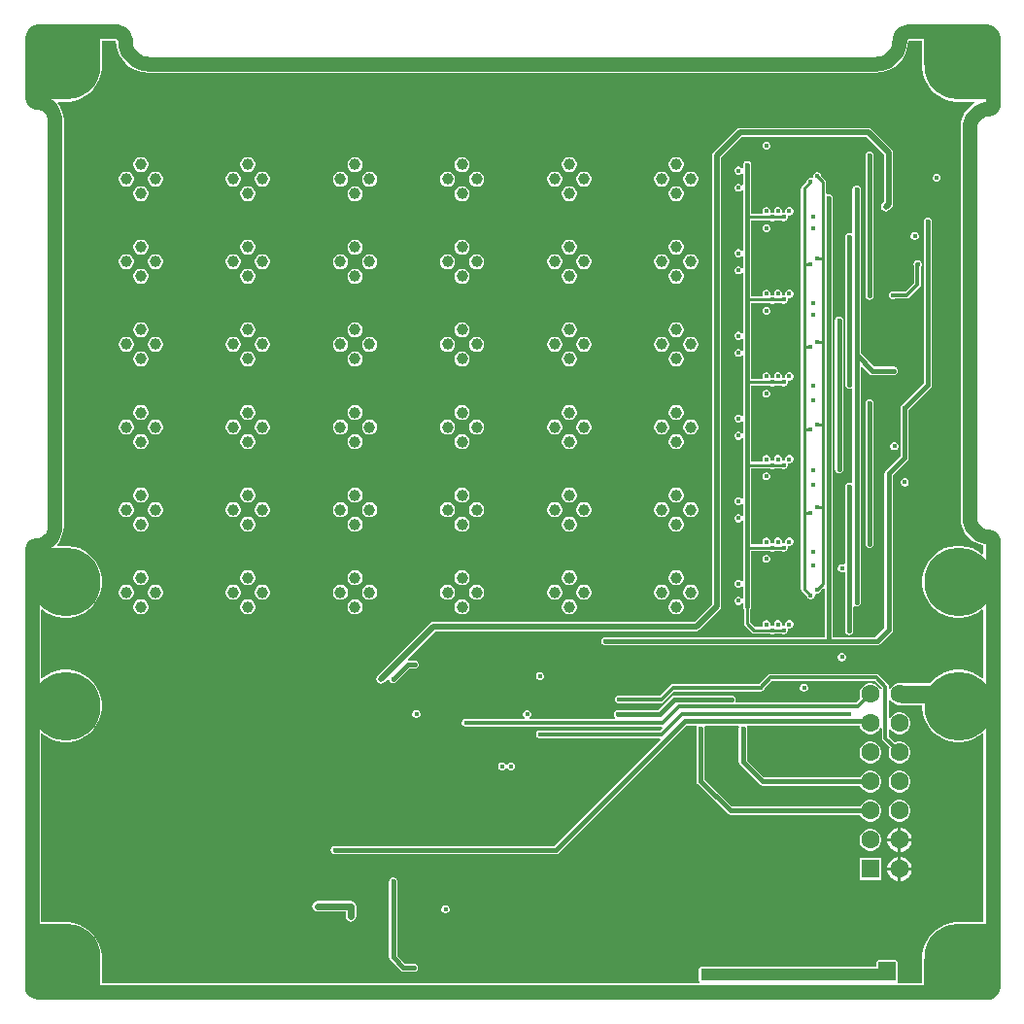
<source format=gbr>
G04*
G04 #@! TF.GenerationSoftware,Altium Limited,Altium Designer,24.1.2 (44)*
G04*
G04 Layer_Physical_Order=3*
G04 Layer_Color=16440176*
%FSLAX44Y44*%
%MOMM*%
G71*
G04*
G04 #@! TF.SameCoordinates,14EC1D3F-8ED5-41FF-9881-AC4D2EF9915D*
G04*
G04*
G04 #@! TF.FilePolarity,Positive*
G04*
G01*
G75*
%ADD11C,0.4000*%
%ADD13C,0.2540*%
%ADD14C,1.2700*%
%ADD32C,0.3000*%
%ADD33C,0.5000*%
%ADD34C,0.6000*%
%ADD35R,2.6000X2.2573*%
%ADD36R,6.3349X2.4639*%
%ADD37R,2.9365X2.0292*%
%ADD38R,3.3072X1.7892*%
%ADD39R,5.9717X2.9650*%
%ADD40R,1.2068X1.1540*%
%ADD41R,2.9679X1.7786*%
%ADD42R,1.8401X2.9958*%
%ADD43R,2.7495X2.9679*%
%ADD44R,2.9650X5.9674*%
%ADD45C,6.0000*%
%ADD46C,1.2000*%
%ADD47C,1.0000*%
%ADD48C,1.6000*%
%ADD49R,1.6000X1.6000*%
%ADD50C,0.4000*%
%ADD52R,3.9940X1.6019*%
%ADD53C,0.3500*%
%ADD54R,1.5240X0.7620*%
%ADD55R,17.0180X1.0160*%
G36*
X782309Y814000D02*
X782500Y813539D01*
Y811521D01*
X783276Y806624D01*
X784808Y801908D01*
X787059Y797490D01*
X789973Y793479D01*
X793479Y789973D01*
X797490Y787059D01*
X801908Y784808D01*
X806624Y783276D01*
X811521Y782500D01*
X813741D01*
X814000Y782393D01*
X827944D01*
X828253Y781161D01*
X826491Y780219D01*
X822806Y777195D01*
X819782Y773510D01*
X817535Y769306D01*
X816151Y764744D01*
X815704Y760208D01*
X815704D01*
X815732Y758954D01*
Y652286D01*
Y612286D01*
Y572286D01*
Y420000D01*
X815683D01*
X816150Y415256D01*
X817534Y410694D01*
X819781Y406490D01*
X822805Y402805D01*
X826490Y399781D01*
X830694Y397534D01*
X835256Y396150D01*
X835732Y396103D01*
Y388475D01*
X834973Y388161D01*
X834462Y388070D01*
X830510Y390941D01*
X826092Y393192D01*
X821376Y394724D01*
X816479Y395500D01*
X811521D01*
X806624Y394724D01*
X801908Y393192D01*
X797490Y390941D01*
X793479Y388027D01*
X789973Y384521D01*
X787059Y380510D01*
X784808Y376092D01*
X783276Y371376D01*
X782500Y366479D01*
Y361521D01*
X783276Y356624D01*
X784808Y351908D01*
X787059Y347490D01*
X789973Y343479D01*
X793479Y339973D01*
X797490Y337059D01*
X801908Y334808D01*
X806624Y333276D01*
X811521Y332500D01*
X816479D01*
X821376Y333276D01*
X826092Y334808D01*
X830510Y337059D01*
X834462Y339930D01*
X834973Y339839D01*
X835732Y339525D01*
X835732Y280475D01*
X834973Y280161D01*
X834462Y280070D01*
X830510Y282941D01*
X826092Y285192D01*
X821376Y286724D01*
X816479Y287500D01*
X811521D01*
X806624Y286724D01*
X801908Y285192D01*
X797490Y282941D01*
X793479Y280027D01*
X789973Y276521D01*
X789454Y275807D01*
X762700D01*
X762442Y275700D01*
X761449D01*
X759033Y275053D01*
X756867Y273802D01*
X755098Y272033D01*
X754625Y271213D01*
X753355Y271553D01*
Y272897D01*
X753355Y272897D01*
X753122Y274068D01*
X752459Y275060D01*
X752459Y275061D01*
X744686Y282833D01*
X743694Y283496D01*
X742523Y283729D01*
X742523Y283729D01*
X650040D01*
X648869Y283496D01*
X647877Y282833D01*
X647877Y282833D01*
X640433Y275388D01*
X640204Y275294D01*
X565200D01*
X563932Y275041D01*
X562857Y274323D01*
X553618Y265084D01*
X519306D01*
X518856Y265270D01*
X517464D01*
X516177Y264737D01*
X515193Y263753D01*
X514660Y262466D01*
Y261074D01*
X515193Y259787D01*
X516177Y258803D01*
X517464Y258270D01*
X518856D01*
X519306Y258456D01*
X554990D01*
X556258Y258709D01*
X557333Y259427D01*
X566573Y268666D01*
X640204D01*
X640654Y268480D01*
X642046D01*
X643333Y269013D01*
X644317Y269997D01*
X644758Y271063D01*
X651307Y277611D01*
X741256D01*
X747143Y271724D01*
X747040Y270869D01*
X745739Y270583D01*
X744902Y272033D01*
X743133Y273802D01*
X740967Y275053D01*
X738551Y275700D01*
X736049D01*
X733633Y275053D01*
X731467Y273802D01*
X729698Y272033D01*
X728447Y269867D01*
X727800Y267451D01*
Y264949D01*
X728447Y262533D01*
X728630Y262216D01*
X724997Y258584D01*
X620030D01*
X619707Y259042D01*
X619377Y259854D01*
X619422Y259962D01*
X619617Y260254D01*
X619686Y260599D01*
X619820Y260924D01*
Y261275D01*
X619889Y261620D01*
X619820Y261965D01*
Y262316D01*
X619686Y262641D01*
X619617Y262986D01*
X619422Y263278D01*
X619287Y263603D01*
X619039Y263851D01*
X618844Y264143D01*
X618551Y264339D01*
X618303Y264587D01*
X617978Y264722D01*
X617686Y264917D01*
X617341Y264986D01*
X617016Y265120D01*
X616665D01*
X616320Y265189D01*
X566720D01*
X565354Y264917D01*
X564197Y264143D01*
X552392Y252339D01*
X517040D01*
X516695Y252270D01*
X516344D01*
X516019Y252136D01*
X515674Y252067D01*
X515382Y251872D01*
X515057Y251737D01*
X514809Y251489D01*
X514517Y251293D01*
X514321Y251001D01*
X514073Y250753D01*
X513938Y250428D01*
X513743Y250136D01*
X513675Y249791D01*
X513540Y249466D01*
Y249115D01*
X513471Y248770D01*
X513540Y248425D01*
Y248074D01*
X513675Y247749D01*
X513743Y247404D01*
X513938Y247112D01*
X514073Y246787D01*
X514321Y246539D01*
X514517Y246247D01*
X514809Y246051D01*
X514977Y245884D01*
X514942Y245495D01*
X514610Y244614D01*
X440580Y244614D01*
X440248Y245495D01*
X440213Y245884D01*
X441117Y246787D01*
X441650Y248074D01*
Y249466D01*
X441117Y250753D01*
X440133Y251737D01*
X438846Y252270D01*
X437454D01*
X436167Y251737D01*
X435183Y250753D01*
X434650Y249466D01*
Y248074D01*
X435183Y246787D01*
X436087Y245884D01*
X436052Y245495D01*
X435720Y244614D01*
X385956D01*
X385506Y244800D01*
X384114D01*
X382827Y244267D01*
X381843Y243283D01*
X381310Y241996D01*
Y240604D01*
X381843Y239317D01*
X382827Y238333D01*
X384114Y237800D01*
X385506D01*
X385956Y237986D01*
X555354Y237986D01*
X555880Y236716D01*
X553672Y234509D01*
X450416D01*
X449966Y234695D01*
X448574D01*
X447287Y234162D01*
X446303Y233178D01*
X445770Y231891D01*
Y230499D01*
X446303Y229212D01*
X447287Y228228D01*
X448574Y227695D01*
X449966D01*
X450416Y227881D01*
X553779D01*
X554305Y226611D01*
X461694Y134001D01*
X270510Y134001D01*
X270165Y133932D01*
X269814D01*
X269489Y133797D01*
X269144Y133729D01*
X268852Y133534D01*
X268527Y133399D01*
X268279Y133151D01*
X267987Y132955D01*
X267791Y132663D01*
X267543Y132415D01*
X267408Y132090D01*
X267213Y131798D01*
X267145Y131453D01*
X267010Y131128D01*
Y130777D01*
X266941Y130432D01*
X267010Y130087D01*
Y129736D01*
X267145Y129411D01*
X267213Y129066D01*
X267408Y128774D01*
X267543Y128449D01*
X267791Y128201D01*
X267987Y127909D01*
X268279Y127713D01*
X268527Y127465D01*
X268852Y127330D01*
X269144Y127135D01*
X269489Y127066D01*
X269814Y126932D01*
X270165D01*
X270510Y126863D01*
X463172Y126863D01*
X464538Y127135D01*
X465695Y127909D01*
X576788Y239001D01*
X585374D01*
X585548Y238853D01*
X585949Y238232D01*
X586081Y237731D01*
X585983Y237586D01*
X585914Y237241D01*
X585780Y236916D01*
Y236565D01*
X585711Y236220D01*
Y190500D01*
X585983Y189134D01*
X586757Y187977D01*
X612657Y162077D01*
X613814Y161303D01*
X615180Y161031D01*
X728421D01*
X728447Y160933D01*
X729698Y158767D01*
X731467Y156998D01*
X733633Y155747D01*
X736049Y155100D01*
X738551D01*
X740967Y155747D01*
X743133Y156998D01*
X744902Y158767D01*
X746153Y160933D01*
X746800Y163349D01*
Y165851D01*
X746153Y168267D01*
X744902Y170433D01*
X743133Y172202D01*
X740967Y173453D01*
X738551Y174100D01*
X736049D01*
X733633Y173453D01*
X731467Y172202D01*
X729698Y170433D01*
X728447Y168267D01*
X728421Y168169D01*
X616658D01*
X592849Y191978D01*
Y236220D01*
X592780Y236565D01*
Y236916D01*
X592645Y237241D01*
X592577Y237586D01*
X592480Y237731D01*
X592611Y238232D01*
X593012Y238853D01*
X593186Y239001D01*
X622204D01*
X622378Y238853D01*
X622779Y238232D01*
X622910Y237731D01*
X622813Y237586D01*
X622744Y237241D01*
X622610Y236916D01*
Y236565D01*
X622541Y236220D01*
Y207010D01*
X622813Y205644D01*
X623587Y204487D01*
X640597Y187477D01*
X641754Y186703D01*
X643120Y186431D01*
X728421D01*
X728447Y186333D01*
X729698Y184167D01*
X731467Y182398D01*
X733633Y181147D01*
X736049Y180500D01*
X738551D01*
X740967Y181147D01*
X743133Y182398D01*
X744902Y184167D01*
X746153Y186333D01*
X746800Y188749D01*
Y191251D01*
X746153Y193667D01*
X744902Y195833D01*
X743133Y197602D01*
X740967Y198853D01*
X738551Y199500D01*
X736049D01*
X733633Y198853D01*
X731467Y197602D01*
X729698Y195833D01*
X728447Y193667D01*
X728421Y193569D01*
X644598D01*
X629679Y208488D01*
Y236220D01*
X629610Y236565D01*
Y236916D01*
X629476Y237241D01*
X629407Y237586D01*
X629310Y237731D01*
X629441Y238232D01*
X629842Y238853D01*
X630016Y239001D01*
X727947D01*
X728447Y237133D01*
X729698Y234967D01*
X731467Y233198D01*
X733633Y231947D01*
X736049Y231300D01*
X738551D01*
X740967Y231947D01*
X743133Y233198D01*
X744902Y234967D01*
X745967Y236812D01*
X747237Y236472D01*
Y227804D01*
X747237Y227804D01*
X747470Y226634D01*
X748133Y225641D01*
X754162Y219612D01*
X753847Y219067D01*
X753200Y216651D01*
Y214149D01*
X753847Y211733D01*
X755098Y209567D01*
X756867Y207798D01*
X759033Y206547D01*
X761449Y205900D01*
X763951D01*
X766367Y206547D01*
X768533Y207798D01*
X770302Y209567D01*
X771553Y211733D01*
X772200Y214149D01*
Y216651D01*
X771553Y219067D01*
X770302Y221233D01*
X768533Y223002D01*
X766367Y224253D01*
X763951Y224900D01*
X761449D01*
X759033Y224253D01*
X758488Y223938D01*
X753355Y229071D01*
Y235447D01*
X754625Y235787D01*
X755098Y234967D01*
X756867Y233198D01*
X759033Y231947D01*
X761449Y231300D01*
X763951D01*
X766367Y231947D01*
X768533Y233198D01*
X770302Y234967D01*
X771553Y237133D01*
X772200Y239549D01*
Y242051D01*
X771553Y244467D01*
X770302Y246633D01*
X768533Y248402D01*
X766367Y249653D01*
X763951Y250300D01*
X761449D01*
X759033Y249653D01*
X756867Y248402D01*
X755098Y246633D01*
X754625Y245813D01*
X753355Y246153D01*
Y260847D01*
X754625Y261187D01*
X755098Y260367D01*
X756867Y258598D01*
X759033Y257347D01*
X761449Y256700D01*
X762315D01*
X762700Y256541D01*
X782500D01*
Y253521D01*
X783276Y248624D01*
X784808Y243908D01*
X787059Y239490D01*
X789973Y235479D01*
X793479Y231973D01*
X797490Y229059D01*
X801908Y226808D01*
X806624Y225276D01*
X811521Y224500D01*
X816479D01*
X821376Y225276D01*
X826092Y226808D01*
X830510Y229059D01*
X834462Y231930D01*
X834973Y231839D01*
X835732Y231525D01*
X835732Y67635D01*
X814000D01*
X813673Y67500D01*
X811521D01*
X806624Y66724D01*
X801908Y65192D01*
X797490Y62941D01*
X793479Y60027D01*
X789973Y56521D01*
X787059Y52510D01*
X784808Y48092D01*
X783276Y43376D01*
X782500Y38479D01*
Y36414D01*
X782329Y36000D01*
Y14268D01*
X761173D01*
X760681Y15538D01*
X761084Y16510D01*
Y26670D01*
Y33020D01*
X760608Y34168D01*
X759460Y34644D01*
X744220D01*
X743072Y34168D01*
X742596Y33020D01*
Y28294D01*
X589280D01*
X588132Y27818D01*
X587656Y26670D01*
Y16510D01*
X588059Y15538D01*
X587567Y14268D01*
X67598Y14268D01*
Y36000D01*
X67500Y36236D01*
Y38479D01*
X66724Y43376D01*
X65192Y48092D01*
X62941Y52510D01*
X60027Y56521D01*
X56521Y60027D01*
X52510Y62941D01*
X48092Y65192D01*
X43376Y66724D01*
X38479Y67500D01*
X36356D01*
X36000Y67647D01*
X14268D01*
X14268Y231525D01*
X15027Y231839D01*
X15538Y231930D01*
X19490Y229059D01*
X23908Y226808D01*
X28624Y225276D01*
X33521Y224500D01*
X38479D01*
X43376Y225276D01*
X48092Y226808D01*
X52510Y229059D01*
X56521Y231973D01*
X60027Y235479D01*
X62941Y239490D01*
X65192Y243908D01*
X66724Y248624D01*
X67500Y253521D01*
Y258479D01*
X66724Y263376D01*
X65192Y268092D01*
X62941Y272510D01*
X60027Y276521D01*
X56521Y280027D01*
X52510Y282941D01*
X48092Y285192D01*
X43376Y286724D01*
X38479Y287500D01*
X33521D01*
X28624Y286724D01*
X23908Y285192D01*
X19490Y282941D01*
X15538Y280070D01*
X15027Y280161D01*
X14268Y280475D01*
Y339525D01*
X15027Y339839D01*
X15538Y339930D01*
X19490Y337059D01*
X23908Y334808D01*
X28624Y333276D01*
X33521Y332500D01*
X38479D01*
X43376Y333276D01*
X48092Y334808D01*
X52510Y337059D01*
X56521Y339973D01*
X60027Y343479D01*
X62941Y347490D01*
X65192Y351908D01*
X66724Y356624D01*
X67500Y361521D01*
Y366479D01*
X66724Y371376D01*
X65192Y376092D01*
X62941Y380510D01*
X60027Y384521D01*
X56521Y388027D01*
X52510Y390941D01*
X48092Y393192D01*
X43376Y394724D01*
X38479Y395500D01*
X36177D01*
X36000Y395573D01*
X28958D01*
X28415Y396721D01*
X30219Y398920D01*
X32466Y403124D01*
X33850Y407686D01*
X34317Y412430D01*
X34268D01*
Y766130D01*
X34317D01*
X33850Y770874D01*
X32466Y775436D01*
X30219Y779640D01*
X28897Y781252D01*
X29439Y782400D01*
X36000D01*
X36242Y782500D01*
X38479D01*
X43376Y783276D01*
X48092Y784808D01*
X52510Y787059D01*
X56521Y789973D01*
X60027Y793479D01*
X62941Y797490D01*
X65192Y801908D01*
X66724Y806624D01*
X67500Y811521D01*
Y813491D01*
X67595Y813721D01*
Y835732D01*
X79734Y835732D01*
X80061Y831575D01*
X81097Y827259D01*
X82796Y823158D01*
X85115Y819373D01*
X87998Y815998D01*
X91373Y813115D01*
X95158Y810796D01*
X99259Y809097D01*
X103575Y808061D01*
X108000Y807713D01*
Y807732D01*
X742000D01*
Y807713D01*
X746425Y808061D01*
X750741Y809097D01*
X754842Y810796D01*
X758627Y813115D01*
X762002Y815998D01*
X764885Y819373D01*
X767204Y823158D01*
X768903Y827259D01*
X769939Y831575D01*
X770266Y835732D01*
X782309D01*
Y814000D01*
D02*
G37*
%LPC*%
G36*
X735676Y759728D02*
X735676Y759728D01*
X623570D01*
X623570Y759728D01*
X622009Y759418D01*
X620686Y758534D01*
X620686Y758534D01*
X600366Y738214D01*
X599482Y736891D01*
X599172Y735330D01*
X599172Y735330D01*
Y344589D01*
X583781Y329198D01*
X356470Y329198D01*
X356470Y329198D01*
X354909Y328888D01*
X353586Y328004D01*
X307866Y282284D01*
X306982Y280961D01*
X306672Y279400D01*
X306982Y277839D01*
X307866Y276516D01*
X309189Y275632D01*
X310750Y275322D01*
X312311Y275632D01*
X313634Y276516D01*
X316541Y279423D01*
X316593Y279422D01*
X317476Y279156D01*
X317810Y278896D01*
Y278704D01*
X317945Y278379D01*
X318013Y278034D01*
X318208Y277742D01*
X318343Y277417D01*
X318591Y277169D01*
X318787Y276877D01*
X319079Y276681D01*
X319327Y276433D01*
X319652Y276298D01*
X319944Y276103D01*
X320289Y276035D01*
X320614Y275900D01*
X320965D01*
X321310Y275831D01*
X321655Y275900D01*
X322006D01*
X322331Y276035D01*
X322676Y276103D01*
X322968Y276298D01*
X323293Y276433D01*
X323541Y276681D01*
X323833Y276877D01*
X335468Y288511D01*
X339874D01*
X341240Y288783D01*
X342397Y289557D01*
X343171Y290714D01*
X343287Y291300D01*
X343374Y291509D01*
Y291735D01*
X343442Y292080D01*
X343374Y292425D01*
Y292901D01*
X343191Y293342D01*
X343171Y293445D01*
X343112Y293534D01*
X342841Y294188D01*
X341856Y295172D01*
X340570Y295705D01*
X339178D01*
X339041Y295648D01*
X334562D01*
X334036Y296918D01*
X358159Y321042D01*
X585470Y321042D01*
X585470Y321042D01*
X587031Y321352D01*
X588354Y322236D01*
X606134Y340016D01*
X606134Y340016D01*
X607018Y341339D01*
X607328Y342900D01*
Y733641D01*
X625259Y751572D01*
X733987D01*
X749032Y736526D01*
Y695109D01*
X747686Y693764D01*
X746802Y692441D01*
X746492Y690880D01*
X746802Y689319D01*
X747686Y687996D01*
X749009Y687112D01*
X750570Y686802D01*
X752131Y687112D01*
X753454Y687996D01*
X755994Y690536D01*
X755994Y690536D01*
X756878Y691859D01*
X757188Y693420D01*
Y738216D01*
X757188Y738216D01*
X756878Y739777D01*
X755994Y741100D01*
X755994Y741100D01*
X738560Y758534D01*
X737237Y759418D01*
X736978Y759469D01*
X735676Y759728D01*
D02*
G37*
G36*
X647326Y747720D02*
X645934D01*
X644647Y747187D01*
X643663Y746203D01*
X643130Y744916D01*
Y743524D01*
X643663Y742237D01*
X644647Y741253D01*
X645934Y740720D01*
X647326D01*
X648613Y741253D01*
X649597Y742237D01*
X650130Y743524D01*
Y744916D01*
X649597Y746203D01*
X648613Y747187D01*
X647326Y747720D01*
D02*
G37*
G36*
X629920Y731068D02*
X629575Y731000D01*
X629224D01*
X628899Y730865D01*
X628554Y730797D01*
X628262Y730602D01*
X627937Y730467D01*
X627689Y730219D01*
X627397Y730023D01*
X627201Y729731D01*
X626953Y729482D01*
X626818Y729158D01*
X626623Y728866D01*
X626554Y728521D01*
X626420Y728196D01*
Y727845D01*
X626351Y727500D01*
Y725058D01*
X625960Y724850D01*
X625081Y724668D01*
X624283Y725467D01*
X622996Y726000D01*
X621604D01*
X620317Y725467D01*
X619333Y724482D01*
X618800Y723196D01*
Y721804D01*
X619333Y720517D01*
X620317Y719533D01*
X621604Y719000D01*
X622996D01*
X624283Y719533D01*
X625081Y720332D01*
X625960Y720150D01*
X626351Y719942D01*
Y710058D01*
X625960Y709850D01*
X625081Y709668D01*
X624283Y710467D01*
X622996Y711000D01*
X621604D01*
X620317Y710467D01*
X619333Y709482D01*
X618800Y708196D01*
Y706804D01*
X619333Y705517D01*
X620317Y704533D01*
X621604Y704000D01*
X622996D01*
X624283Y704533D01*
X625081Y705332D01*
X625960Y705150D01*
X626351Y704942D01*
Y702500D01*
Y681990D01*
Y655500D01*
Y653058D01*
X625960Y652850D01*
X625081Y652668D01*
X624283Y653467D01*
X622996Y654000D01*
X621604D01*
X620317Y653467D01*
X619333Y652483D01*
X618800Y651196D01*
Y649804D01*
X619333Y648517D01*
X620317Y647533D01*
X621604Y647000D01*
X622996D01*
X624283Y647533D01*
X625081Y648332D01*
X625960Y648150D01*
X626351Y647942D01*
Y638058D01*
X625960Y637850D01*
X625081Y637668D01*
X624283Y638467D01*
X622996Y639000D01*
X621604D01*
X620317Y638467D01*
X619333Y637482D01*
X618800Y636196D01*
Y634804D01*
X619333Y633517D01*
X620317Y632533D01*
X621604Y632000D01*
X622996D01*
X624283Y632533D01*
X625081Y633332D01*
X625960Y633150D01*
X626351Y632942D01*
Y630500D01*
Y610870D01*
Y583500D01*
Y581058D01*
X625960Y580850D01*
X625081Y580668D01*
X624283Y581467D01*
X622996Y582000D01*
X621604D01*
X620317Y581467D01*
X619333Y580483D01*
X618800Y579196D01*
Y577804D01*
X619333Y576517D01*
X620317Y575533D01*
X621604Y575000D01*
X622996D01*
X624283Y575533D01*
X625081Y576332D01*
X625960Y576150D01*
X626351Y575942D01*
Y566058D01*
X625960Y565850D01*
X625081Y565668D01*
X624283Y566467D01*
X622996Y567000D01*
X621604D01*
X620317Y566467D01*
X619333Y565482D01*
X618800Y564196D01*
Y562804D01*
X619333Y561517D01*
X620317Y560533D01*
X621604Y560000D01*
X622996D01*
X624283Y560533D01*
X625081Y561332D01*
X625960Y561150D01*
X626351Y560942D01*
Y558500D01*
Y538480D01*
Y511500D01*
Y509058D01*
X625960Y508850D01*
X625081Y508668D01*
X624283Y509467D01*
X622996Y510000D01*
X621604D01*
X620317Y509467D01*
X619333Y508483D01*
X618800Y507196D01*
Y505804D01*
X619333Y504517D01*
X620317Y503533D01*
X621604Y503000D01*
X622996D01*
X624283Y503533D01*
X625081Y504332D01*
X625960Y504150D01*
X626351Y503942D01*
Y494058D01*
X625960Y493850D01*
X625081Y493668D01*
X624283Y494467D01*
X622996Y495000D01*
X621604D01*
X620317Y494467D01*
X619333Y493483D01*
X618800Y492196D01*
Y490804D01*
X619333Y489517D01*
X620317Y488533D01*
X621604Y488000D01*
X622996D01*
X624283Y488533D01*
X625081Y489332D01*
X625960Y489150D01*
X626351Y488942D01*
Y486500D01*
Y466090D01*
Y439500D01*
Y437058D01*
X625960Y436850D01*
X625081Y436668D01*
X624283Y437467D01*
X622996Y438000D01*
X621604D01*
X620317Y437467D01*
X619333Y436483D01*
X618800Y435196D01*
Y433804D01*
X619333Y432517D01*
X620317Y431533D01*
X621604Y431000D01*
X622996D01*
X624283Y431533D01*
X625081Y432332D01*
X625960Y432150D01*
X626351Y431942D01*
Y422058D01*
X625960Y421850D01*
X625081Y421668D01*
X624283Y422467D01*
X622996Y423000D01*
X621604D01*
X620317Y422467D01*
X619333Y421483D01*
X618800Y420196D01*
Y418804D01*
X619333Y417517D01*
X620317Y416533D01*
X621604Y416000D01*
X622996D01*
X624283Y416533D01*
X625081Y417332D01*
X625960Y417150D01*
X626351Y416942D01*
Y414500D01*
Y394970D01*
Y367500D01*
Y365058D01*
X625960Y364850D01*
X625081Y364668D01*
X624283Y365467D01*
X622996Y366000D01*
X621604D01*
X620317Y365467D01*
X619333Y364483D01*
X618800Y363196D01*
Y361804D01*
X619333Y360517D01*
X620317Y359533D01*
X621604Y359000D01*
X622996D01*
X624283Y359533D01*
X625081Y360332D01*
X625960Y360150D01*
X626351Y359942D01*
Y350058D01*
X625960Y349850D01*
X625081Y349668D01*
X624283Y350467D01*
X622996Y351000D01*
X621604D01*
X620317Y350467D01*
X619333Y349483D01*
X618800Y348196D01*
Y346804D01*
X619333Y345517D01*
X620317Y344533D01*
X621604Y344000D01*
X622996D01*
X624283Y344533D01*
X625081Y345332D01*
X625960Y345150D01*
X626351Y344942D01*
Y342500D01*
X626420Y342155D01*
Y341804D01*
X626554Y341479D01*
X626623Y341134D01*
X626818Y340842D01*
X626953Y340517D01*
X627096Y340374D01*
Y327660D01*
X627096Y327660D01*
X627311Y326579D01*
X627923Y325663D01*
X633593Y319993D01*
X633593Y319993D01*
X634509Y319381D01*
X635590Y319166D01*
X635590Y319166D01*
X649504D01*
X649647Y319023D01*
X650934Y318490D01*
X652326D01*
X653613Y319023D01*
X653755Y319166D01*
X659504D01*
X659647Y319023D01*
X660934Y318490D01*
X662326D01*
X663613Y319023D01*
X664597Y320008D01*
X665130Y321294D01*
Y322528D01*
X665506Y323016D01*
X666139Y323570D01*
X667326D01*
X668613Y324103D01*
X669597Y325088D01*
X670130Y326374D01*
Y327766D01*
X669597Y329053D01*
X668613Y330037D01*
X667326Y330570D01*
X665934D01*
X664647Y330037D01*
X663663Y329053D01*
X663130Y327766D01*
Y326532D01*
X662754Y326044D01*
X662121Y325490D01*
X661139D01*
X660506Y326044D01*
X660130Y326532D01*
Y327766D01*
X659597Y329053D01*
X658613Y330037D01*
X657326Y330570D01*
X655934D01*
X654647Y330037D01*
X653663Y329053D01*
X653130Y327766D01*
Y326532D01*
X652754Y326044D01*
X652121Y325490D01*
X651139D01*
X650506Y326044D01*
X650130Y326532D01*
Y327766D01*
X649597Y329053D01*
X648613Y330037D01*
X647326Y330570D01*
X645934D01*
X644647Y330037D01*
X643663Y329053D01*
X643130Y327766D01*
Y326374D01*
X643250Y326084D01*
X642401Y324814D01*
X636760D01*
X632744Y328830D01*
Y340374D01*
X632887Y340517D01*
X633022Y340842D01*
X633217Y341134D01*
X633285Y341479D01*
X633420Y341804D01*
Y342155D01*
X633489Y342500D01*
Y355000D01*
Y367500D01*
Y391166D01*
X649504D01*
X649647Y391023D01*
X650934Y390490D01*
X652326D01*
X653613Y391023D01*
X653755Y391166D01*
X659504D01*
X659647Y391023D01*
X660934Y390490D01*
X662326D01*
X663613Y391023D01*
X664597Y392007D01*
X665130Y393294D01*
Y394528D01*
X665506Y395016D01*
X666139Y395570D01*
X667326D01*
X668613Y396103D01*
X669597Y397088D01*
X670130Y398374D01*
Y399766D01*
X669597Y401053D01*
X668613Y402037D01*
X667326Y402570D01*
X665934D01*
X664647Y402037D01*
X663663Y401053D01*
X663130Y399766D01*
Y398532D01*
X662754Y398044D01*
X662121Y397490D01*
X661139D01*
X660506Y398044D01*
X660130Y398532D01*
Y399766D01*
X659597Y401053D01*
X658613Y402037D01*
X657326Y402570D01*
X655934D01*
X654647Y402037D01*
X653663Y401053D01*
X653130Y399766D01*
Y398532D01*
X652754Y398044D01*
X652121Y397490D01*
X651139D01*
X650506Y398044D01*
X650130Y398532D01*
Y399766D01*
X649597Y401053D01*
X648613Y402037D01*
X647326Y402570D01*
X645934D01*
X644647Y402037D01*
X643663Y401053D01*
X643130Y399766D01*
Y398374D01*
X643250Y398084D01*
X642401Y396814D01*
X633489D01*
Y414500D01*
Y427000D01*
Y439500D01*
Y463166D01*
X649504D01*
X649647Y463023D01*
X650934Y462490D01*
X652326D01*
X653613Y463023D01*
X653755Y463166D01*
X659504D01*
X659647Y463023D01*
X660934Y462490D01*
X662326D01*
X663613Y463023D01*
X664597Y464007D01*
X665130Y465294D01*
Y466528D01*
X665506Y467016D01*
X666139Y467570D01*
X667326D01*
X668613Y468103D01*
X669597Y469087D01*
X670130Y470374D01*
Y471766D01*
X669597Y473053D01*
X668613Y474037D01*
X667326Y474570D01*
X665934D01*
X664647Y474037D01*
X663663Y473053D01*
X663130Y471766D01*
Y470532D01*
X662754Y470044D01*
X662121Y469490D01*
X661139D01*
X660506Y470044D01*
X660130Y470532D01*
Y471766D01*
X659597Y473053D01*
X658613Y474037D01*
X657326Y474570D01*
X655934D01*
X654647Y474037D01*
X653663Y473053D01*
X653130Y471766D01*
Y470532D01*
X652754Y470044D01*
X652121Y469490D01*
X651139D01*
X650506Y470044D01*
X650130Y470532D01*
Y471766D01*
X649597Y473053D01*
X648613Y474037D01*
X647326Y474570D01*
X645934D01*
X644647Y474037D01*
X643663Y473053D01*
X643130Y471766D01*
Y470374D01*
X643250Y470084D01*
X642401Y468814D01*
X633489D01*
Y486500D01*
Y499000D01*
Y511500D01*
Y535166D01*
X649504D01*
X649647Y535023D01*
X650934Y534490D01*
X652326D01*
X653613Y535023D01*
X653755Y535166D01*
X659504D01*
X659647Y535023D01*
X660934Y534490D01*
X662326D01*
X663613Y535023D01*
X664597Y536007D01*
X665130Y537294D01*
Y538528D01*
X665506Y539016D01*
X666139Y539570D01*
X667326D01*
X668613Y540103D01*
X669597Y541087D01*
X670130Y542374D01*
Y543766D01*
X669597Y545053D01*
X668613Y546037D01*
X667326Y546570D01*
X665934D01*
X664647Y546037D01*
X663663Y545053D01*
X663130Y543766D01*
Y542532D01*
X662754Y542044D01*
X662121Y541490D01*
X661139D01*
X660506Y542044D01*
X660130Y542532D01*
Y543766D01*
X659597Y545053D01*
X658613Y546037D01*
X657326Y546570D01*
X655934D01*
X654647Y546037D01*
X653663Y545053D01*
X653130Y543766D01*
Y542532D01*
X652754Y542044D01*
X652121Y541490D01*
X651139D01*
X650506Y542044D01*
X650130Y542532D01*
Y543766D01*
X649597Y545053D01*
X648613Y546037D01*
X647326Y546570D01*
X645934D01*
X644647Y546037D01*
X643663Y545053D01*
X643130Y543766D01*
Y542374D01*
X643250Y542084D01*
X642401Y540814D01*
X633489D01*
Y558500D01*
Y571000D01*
Y583500D01*
Y607166D01*
X649504D01*
X649647Y607023D01*
X650934Y606490D01*
X652326D01*
X653613Y607023D01*
X653755Y607166D01*
X659504D01*
X659647Y607023D01*
X660934Y606490D01*
X662326D01*
X663613Y607023D01*
X664597Y608007D01*
X665130Y609294D01*
Y610528D01*
X665506Y611016D01*
X666139Y611570D01*
X667326D01*
X668613Y612103D01*
X669597Y613087D01*
X670130Y614374D01*
Y615766D01*
X669597Y617053D01*
X668613Y618037D01*
X667326Y618570D01*
X665934D01*
X664647Y618037D01*
X663663Y617053D01*
X663130Y615766D01*
Y614532D01*
X662754Y614044D01*
X662121Y613490D01*
X661139D01*
X660506Y614044D01*
X660130Y614532D01*
Y615766D01*
X659597Y617053D01*
X658613Y618037D01*
X657326Y618570D01*
X655934D01*
X654647Y618037D01*
X653663Y617053D01*
X653130Y615766D01*
Y614532D01*
X652754Y614044D01*
X652121Y613490D01*
X651139D01*
X650506Y614044D01*
X650130Y614532D01*
Y615766D01*
X649597Y617053D01*
X648613Y618037D01*
X647326Y618570D01*
X645934D01*
X644647Y618037D01*
X643663Y617053D01*
X643130Y615766D01*
Y614374D01*
X643250Y614084D01*
X642401Y612814D01*
X633489D01*
Y630500D01*
Y643000D01*
Y655500D01*
Y679166D01*
X649504D01*
X649647Y679023D01*
X650934Y678490D01*
X652326D01*
X653613Y679023D01*
X653755Y679166D01*
X659504D01*
X659647Y679023D01*
X660934Y678490D01*
X662326D01*
X663613Y679023D01*
X664597Y680007D01*
X665130Y681294D01*
Y682528D01*
X665506Y683016D01*
X666139Y683570D01*
X667326D01*
X668613Y684103D01*
X669597Y685087D01*
X670130Y686374D01*
Y687766D01*
X669597Y689053D01*
X668613Y690037D01*
X667326Y690570D01*
X665934D01*
X664647Y690037D01*
X663663Y689053D01*
X663130Y687766D01*
Y686532D01*
X662754Y686044D01*
X662121Y685490D01*
X661139D01*
X660506Y686044D01*
X660130Y686532D01*
Y687766D01*
X659597Y689053D01*
X658613Y690037D01*
X657326Y690570D01*
X655934D01*
X654647Y690037D01*
X653663Y689053D01*
X653130Y687766D01*
Y686532D01*
X652754Y686044D01*
X652121Y685490D01*
X651139D01*
X650506Y686044D01*
X650130Y686532D01*
Y687766D01*
X649597Y689053D01*
X648613Y690037D01*
X647326Y690570D01*
X645934D01*
X644647Y690037D01*
X643663Y689053D01*
X643130Y687766D01*
Y686374D01*
X643250Y686084D01*
X642401Y684814D01*
X633489D01*
Y702500D01*
Y715000D01*
Y727500D01*
X633420Y727845D01*
Y728196D01*
X633285Y728521D01*
X633217Y728866D01*
X633022Y729158D01*
X632887Y729482D01*
X632639Y729731D01*
X632443Y730023D01*
X632151Y730219D01*
X631903Y730467D01*
X631578Y730602D01*
X631286Y730797D01*
X630941Y730865D01*
X630616Y731000D01*
X630265D01*
X629920Y731068D01*
D02*
G37*
G36*
X568956Y734200D02*
X567244D01*
X565591Y733757D01*
X564109Y732901D01*
X562899Y731691D01*
X562043Y730209D01*
X561600Y728556D01*
Y726844D01*
X562043Y725191D01*
X562899Y723709D01*
X564109Y722499D01*
X565591Y721643D01*
X567244Y721200D01*
X568956D01*
X570609Y721643D01*
X572091Y722499D01*
X573301Y723709D01*
X574157Y725191D01*
X574600Y726844D01*
Y728556D01*
X574157Y730209D01*
X573301Y731691D01*
X572091Y732901D01*
X570609Y733757D01*
X568956Y734200D01*
D02*
G37*
G36*
X475616D02*
X473904D01*
X472251Y733757D01*
X470769Y732901D01*
X469559Y731691D01*
X468703Y730209D01*
X468260Y728556D01*
Y726844D01*
X468703Y725191D01*
X469559Y723709D01*
X470769Y722499D01*
X472251Y721643D01*
X473904Y721200D01*
X475616D01*
X477269Y721643D01*
X478751Y722499D01*
X479961Y723709D01*
X480817Y725191D01*
X481260Y726844D01*
Y728556D01*
X480817Y730209D01*
X479961Y731691D01*
X478751Y732901D01*
X477269Y733757D01*
X475616Y734200D01*
D02*
G37*
G36*
X382276D02*
X380564D01*
X378911Y733757D01*
X377429Y732901D01*
X376219Y731691D01*
X375363Y730209D01*
X374920Y728556D01*
Y726844D01*
X375363Y725191D01*
X376219Y723709D01*
X377429Y722499D01*
X378911Y721643D01*
X380564Y721200D01*
X382276D01*
X383929Y721643D01*
X385411Y722499D01*
X386621Y723709D01*
X387477Y725191D01*
X387920Y726844D01*
Y728556D01*
X387477Y730209D01*
X386621Y731691D01*
X385411Y732901D01*
X383929Y733757D01*
X382276Y734200D01*
D02*
G37*
G36*
X288936D02*
X287224D01*
X285571Y733757D01*
X284089Y732901D01*
X282879Y731691D01*
X282023Y730209D01*
X281580Y728556D01*
Y726844D01*
X282023Y725191D01*
X282879Y723709D01*
X284089Y722499D01*
X285571Y721643D01*
X287224Y721200D01*
X288936D01*
X290589Y721643D01*
X292071Y722499D01*
X293281Y723709D01*
X294137Y725191D01*
X294580Y726844D01*
Y728556D01*
X294137Y730209D01*
X293281Y731691D01*
X292071Y732901D01*
X290589Y733757D01*
X288936Y734200D01*
D02*
G37*
G36*
X195596D02*
X193884D01*
X192231Y733757D01*
X190749Y732901D01*
X189539Y731691D01*
X188683Y730209D01*
X188240Y728556D01*
Y726844D01*
X188683Y725191D01*
X189539Y723709D01*
X190749Y722499D01*
X192231Y721643D01*
X193884Y721200D01*
X195596D01*
X197249Y721643D01*
X198731Y722499D01*
X199941Y723709D01*
X200797Y725191D01*
X201240Y726844D01*
Y728556D01*
X200797Y730209D01*
X199941Y731691D01*
X198731Y732901D01*
X197249Y733757D01*
X195596Y734200D01*
D02*
G37*
G36*
X102256D02*
X100544D01*
X98891Y733757D01*
X97409Y732901D01*
X96199Y731691D01*
X95343Y730209D01*
X94900Y728556D01*
Y726844D01*
X95343Y725191D01*
X96199Y723709D01*
X97409Y722499D01*
X98891Y721643D01*
X100544Y721200D01*
X102256D01*
X103909Y721643D01*
X105391Y722499D01*
X106601Y723709D01*
X107457Y725191D01*
X107900Y726844D01*
Y728556D01*
X107457Y730209D01*
X106601Y731691D01*
X105391Y732901D01*
X103909Y733757D01*
X102256Y734200D01*
D02*
G37*
G36*
X691576Y721000D02*
X690184D01*
X688897Y720467D01*
X687913Y719482D01*
X687380Y718196D01*
Y716804D01*
X687402Y716751D01*
X686430Y715779D01*
X685896Y716000D01*
X684504D01*
X683218Y715467D01*
X682233Y714482D01*
X681700Y713196D01*
Y712994D01*
X677453Y708747D01*
X676841Y707831D01*
X676626Y706750D01*
X676626Y706750D01*
Y640500D01*
Y568500D01*
Y496570D01*
X676626Y496570D01*
X676626Y496570D01*
Y424180D01*
X676626Y424180D01*
X676626Y424180D01*
Y358250D01*
X676626Y358250D01*
X676841Y357169D01*
X677453Y356253D01*
X681700Y352006D01*
Y351804D01*
X682233Y350517D01*
X683218Y349533D01*
X684504Y349000D01*
X685896D01*
X687183Y349533D01*
X688167Y350517D01*
X688700Y351804D01*
Y353196D01*
X688678Y353249D01*
X689650Y354221D01*
X690184Y354000D01*
X691576D01*
X692863Y354533D01*
X693847Y355517D01*
X694380Y356804D01*
Y357006D01*
X696297Y358923D01*
X697470Y358437D01*
Y339205D01*
Y315989D01*
X506198Y315989D01*
X505853Y315920D01*
X505502D01*
X505177Y315785D01*
X504832Y315717D01*
X504540Y315522D01*
X504215Y315387D01*
X503967Y315139D01*
X503674Y314943D01*
X503479Y314651D01*
X503231Y314403D01*
X503096Y314078D01*
X502901Y313786D01*
X502832Y313441D01*
X502698Y313116D01*
Y312765D01*
X502629Y312420D01*
X502698Y312075D01*
Y311724D01*
X502832Y311399D01*
X502901Y311054D01*
X503096Y310762D01*
X503231Y310437D01*
X503479Y310189D01*
X503674Y309897D01*
X503967Y309701D01*
X504215Y309453D01*
X504540Y309318D01*
X504832Y309123D01*
X505177Y309054D01*
X505502Y308920D01*
X505853D01*
X506198Y308851D01*
X701039Y308851D01*
X742950D01*
X744316Y309123D01*
X745473Y309897D01*
X755633Y320057D01*
X756407Y321214D01*
X756679Y322580D01*
Y456992D01*
X769603Y469917D01*
X770377Y471074D01*
X770649Y472440D01*
Y514142D01*
X789923Y533417D01*
X790697Y534574D01*
X790969Y535940D01*
Y678180D01*
X790900Y678525D01*
Y678876D01*
X790766Y679201D01*
X790697Y679546D01*
X790502Y679838D01*
X790367Y680163D01*
X790119Y680411D01*
X789923Y680703D01*
X789631Y680899D01*
X789383Y681147D01*
X789058Y681282D01*
X788766Y681477D01*
X788421Y681545D01*
X788096Y681680D01*
X787745D01*
X787400Y681749D01*
X787055Y681680D01*
X786704D01*
X786379Y681545D01*
X786034Y681477D01*
X785742Y681282D01*
X785417Y681147D01*
X785169Y680899D01*
X784877Y680703D01*
X784681Y680411D01*
X784433Y680163D01*
X784298Y679838D01*
X784103Y679546D01*
X784035Y679201D01*
X783900Y678876D01*
Y678525D01*
X783831Y678180D01*
Y537418D01*
X764557Y518143D01*
X764361Y517851D01*
X764113Y517603D01*
X763978Y517278D01*
X763783Y516986D01*
X763715Y516641D01*
X763580Y516316D01*
Y515965D01*
X763511Y515620D01*
Y473918D01*
X750587Y460993D01*
X749813Y459836D01*
X749541Y458470D01*
Y324058D01*
X741472Y315989D01*
X704607D01*
Y339205D01*
Y411046D01*
Y482886D01*
Y554727D01*
Y626567D01*
Y698407D01*
X704539Y698752D01*
Y699104D01*
X704404Y699428D01*
X704336Y699773D01*
X704140Y700065D01*
X704006Y700390D01*
X703757Y700639D01*
X703562Y700931D01*
X703270Y701126D01*
X703021Y701375D01*
X702697Y701509D01*
X702404Y701704D01*
X702060Y701773D01*
X701735Y701907D01*
X701384D01*
X701039Y701976D01*
X700694Y701907D01*
X700343D01*
X700018Y701773D01*
X699047Y702362D01*
X698784Y702638D01*
Y712420D01*
X698784Y712420D01*
X698569Y713501D01*
X697957Y714417D01*
X697957Y714417D01*
X694380Y717994D01*
Y718196D01*
X693847Y719482D01*
X692863Y720467D01*
X691576Y721000D01*
D02*
G37*
G36*
X795716Y719780D02*
X794324D01*
X793037Y719247D01*
X792053Y718263D01*
X791520Y716976D01*
Y715584D01*
X792053Y714297D01*
X793037Y713313D01*
X794324Y712780D01*
X795716D01*
X797003Y713313D01*
X797987Y714297D01*
X798520Y715584D01*
Y716976D01*
X797987Y718263D01*
X797003Y719247D01*
X795716Y719780D01*
D02*
G37*
G36*
X581656Y721500D02*
X579944D01*
X578291Y721057D01*
X576809Y720201D01*
X575599Y718991D01*
X574743Y717509D01*
X574300Y715856D01*
Y714144D01*
X574743Y712491D01*
X575599Y711009D01*
X576809Y709799D01*
X578291Y708943D01*
X579944Y708500D01*
X581656D01*
X583309Y708943D01*
X584791Y709799D01*
X586001Y711009D01*
X586857Y712491D01*
X587300Y714144D01*
Y715856D01*
X586857Y717509D01*
X586001Y718991D01*
X584791Y720201D01*
X583309Y721057D01*
X581656Y721500D01*
D02*
G37*
G36*
X556256D02*
X554544D01*
X552891Y721057D01*
X551409Y720201D01*
X550199Y718991D01*
X549343Y717509D01*
X548900Y715856D01*
Y714144D01*
X549343Y712491D01*
X550199Y711009D01*
X551409Y709799D01*
X552891Y708943D01*
X554544Y708500D01*
X556256D01*
X557909Y708943D01*
X559391Y709799D01*
X560601Y711009D01*
X561457Y712491D01*
X561900Y714144D01*
Y715856D01*
X561457Y717509D01*
X560601Y718991D01*
X559391Y720201D01*
X557909Y721057D01*
X556256Y721500D01*
D02*
G37*
G36*
X488316D02*
X486604D01*
X484951Y721057D01*
X483469Y720201D01*
X482259Y718991D01*
X481403Y717509D01*
X480960Y715856D01*
Y714144D01*
X481403Y712491D01*
X482259Y711009D01*
X483469Y709799D01*
X484951Y708943D01*
X486604Y708500D01*
X488316D01*
X489969Y708943D01*
X491451Y709799D01*
X492661Y711009D01*
X493517Y712491D01*
X493960Y714144D01*
Y715856D01*
X493517Y717509D01*
X492661Y718991D01*
X491451Y720201D01*
X489969Y721057D01*
X488316Y721500D01*
D02*
G37*
G36*
X462916D02*
X461204D01*
X459551Y721057D01*
X458069Y720201D01*
X456859Y718991D01*
X456003Y717509D01*
X455560Y715856D01*
Y714144D01*
X456003Y712491D01*
X456859Y711009D01*
X458069Y709799D01*
X459551Y708943D01*
X461204Y708500D01*
X462916D01*
X464569Y708943D01*
X466051Y709799D01*
X467261Y711009D01*
X468117Y712491D01*
X468560Y714144D01*
Y715856D01*
X468117Y717509D01*
X467261Y718991D01*
X466051Y720201D01*
X464569Y721057D01*
X462916Y721500D01*
D02*
G37*
G36*
X394976D02*
X393264D01*
X391611Y721057D01*
X390129Y720201D01*
X388919Y718991D01*
X388063Y717509D01*
X387620Y715856D01*
Y714144D01*
X388063Y712491D01*
X388919Y711009D01*
X390129Y709799D01*
X391611Y708943D01*
X393264Y708500D01*
X394976D01*
X396629Y708943D01*
X398111Y709799D01*
X399321Y711009D01*
X400177Y712491D01*
X400620Y714144D01*
Y715856D01*
X400177Y717509D01*
X399321Y718991D01*
X398111Y720201D01*
X396629Y721057D01*
X394976Y721500D01*
D02*
G37*
G36*
X369576D02*
X367864D01*
X366211Y721057D01*
X364729Y720201D01*
X363519Y718991D01*
X362663Y717509D01*
X362220Y715856D01*
Y714144D01*
X362663Y712491D01*
X363519Y711009D01*
X364729Y709799D01*
X366211Y708943D01*
X367864Y708500D01*
X369576D01*
X371229Y708943D01*
X372711Y709799D01*
X373921Y711009D01*
X374777Y712491D01*
X375220Y714144D01*
Y715856D01*
X374777Y717509D01*
X373921Y718991D01*
X372711Y720201D01*
X371229Y721057D01*
X369576Y721500D01*
D02*
G37*
G36*
X301636D02*
X299924D01*
X298271Y721057D01*
X296789Y720201D01*
X295579Y718991D01*
X294723Y717509D01*
X294280Y715856D01*
Y714144D01*
X294723Y712491D01*
X295579Y711009D01*
X296789Y709799D01*
X298271Y708943D01*
X299924Y708500D01*
X301636D01*
X303289Y708943D01*
X304771Y709799D01*
X305981Y711009D01*
X306837Y712491D01*
X307280Y714144D01*
Y715856D01*
X306837Y717509D01*
X305981Y718991D01*
X304771Y720201D01*
X303289Y721057D01*
X301636Y721500D01*
D02*
G37*
G36*
X276236D02*
X274524D01*
X272871Y721057D01*
X271389Y720201D01*
X270179Y718991D01*
X269323Y717509D01*
X268880Y715856D01*
Y714144D01*
X269323Y712491D01*
X270179Y711009D01*
X271389Y709799D01*
X272871Y708943D01*
X274524Y708500D01*
X276236D01*
X277889Y708943D01*
X279371Y709799D01*
X280581Y711009D01*
X281437Y712491D01*
X281880Y714144D01*
Y715856D01*
X281437Y717509D01*
X280581Y718991D01*
X279371Y720201D01*
X277889Y721057D01*
X276236Y721500D01*
D02*
G37*
G36*
X208296D02*
X206584D01*
X204931Y721057D01*
X203449Y720201D01*
X202239Y718991D01*
X201383Y717509D01*
X200940Y715856D01*
Y714144D01*
X201383Y712491D01*
X202239Y711009D01*
X203449Y709799D01*
X204931Y708943D01*
X206584Y708500D01*
X208296D01*
X209949Y708943D01*
X211431Y709799D01*
X212641Y711009D01*
X213497Y712491D01*
X213940Y714144D01*
Y715856D01*
X213497Y717509D01*
X212641Y718991D01*
X211431Y720201D01*
X209949Y721057D01*
X208296Y721500D01*
D02*
G37*
G36*
X182896D02*
X181184D01*
X179531Y721057D01*
X178049Y720201D01*
X176839Y718991D01*
X175983Y717509D01*
X175540Y715856D01*
Y714144D01*
X175983Y712491D01*
X176839Y711009D01*
X178049Y709799D01*
X179531Y708943D01*
X181184Y708500D01*
X182896D01*
X184549Y708943D01*
X186031Y709799D01*
X187241Y711009D01*
X188097Y712491D01*
X188540Y714144D01*
Y715856D01*
X188097Y717509D01*
X187241Y718991D01*
X186031Y720201D01*
X184549Y721057D01*
X182896Y721500D01*
D02*
G37*
G36*
X114956D02*
X113244D01*
X111591Y721057D01*
X110109Y720201D01*
X108899Y718991D01*
X108043Y717509D01*
X107600Y715856D01*
Y714144D01*
X108043Y712491D01*
X108899Y711009D01*
X110109Y709799D01*
X111591Y708943D01*
X113244Y708500D01*
X114956D01*
X116609Y708943D01*
X118091Y709799D01*
X119301Y711009D01*
X120157Y712491D01*
X120600Y714144D01*
Y715856D01*
X120157Y717509D01*
X119301Y718991D01*
X118091Y720201D01*
X116609Y721057D01*
X114956Y721500D01*
D02*
G37*
G36*
X89556D02*
X87844D01*
X86191Y721057D01*
X84709Y720201D01*
X83499Y718991D01*
X82643Y717509D01*
X82200Y715856D01*
Y714144D01*
X82643Y712491D01*
X83499Y711009D01*
X84709Y709799D01*
X86191Y708943D01*
X87844Y708500D01*
X89556D01*
X91209Y708943D01*
X92691Y709799D01*
X93901Y711009D01*
X94757Y712491D01*
X95200Y714144D01*
Y715856D01*
X94757Y717509D01*
X93901Y718991D01*
X92691Y720201D01*
X91209Y721057D01*
X89556Y721500D01*
D02*
G37*
G36*
X568956Y708800D02*
X567244D01*
X565591Y708357D01*
X564109Y707501D01*
X562899Y706291D01*
X562043Y704809D01*
X561600Y703156D01*
Y701444D01*
X562043Y699791D01*
X562899Y698309D01*
X564109Y697099D01*
X565591Y696243D01*
X567244Y695800D01*
X568956D01*
X570609Y696243D01*
X572091Y697099D01*
X573301Y698309D01*
X574157Y699791D01*
X574600Y701444D01*
Y703156D01*
X574157Y704809D01*
X573301Y706291D01*
X572091Y707501D01*
X570609Y708357D01*
X568956Y708800D01*
D02*
G37*
G36*
X475616D02*
X473904D01*
X472251Y708357D01*
X470769Y707501D01*
X469559Y706291D01*
X468703Y704809D01*
X468260Y703156D01*
Y701444D01*
X468703Y699791D01*
X469559Y698309D01*
X470769Y697099D01*
X472251Y696243D01*
X473904Y695800D01*
X475616D01*
X477269Y696243D01*
X478751Y697099D01*
X479961Y698309D01*
X480817Y699791D01*
X481260Y701444D01*
Y703156D01*
X480817Y704809D01*
X479961Y706291D01*
X478751Y707501D01*
X477269Y708357D01*
X475616Y708800D01*
D02*
G37*
G36*
X382276D02*
X380564D01*
X378911Y708357D01*
X377429Y707501D01*
X376219Y706291D01*
X375363Y704809D01*
X374920Y703156D01*
Y701444D01*
X375363Y699791D01*
X376219Y698309D01*
X377429Y697099D01*
X378911Y696243D01*
X380564Y695800D01*
X382276D01*
X383929Y696243D01*
X385411Y697099D01*
X386621Y698309D01*
X387477Y699791D01*
X387920Y701444D01*
Y703156D01*
X387477Y704809D01*
X386621Y706291D01*
X385411Y707501D01*
X383929Y708357D01*
X382276Y708800D01*
D02*
G37*
G36*
X288936D02*
X287224D01*
X285571Y708357D01*
X284089Y707501D01*
X282879Y706291D01*
X282023Y704809D01*
X281580Y703156D01*
Y701444D01*
X282023Y699791D01*
X282879Y698309D01*
X284089Y697099D01*
X285571Y696243D01*
X287224Y695800D01*
X288936D01*
X290589Y696243D01*
X292071Y697099D01*
X293281Y698309D01*
X294137Y699791D01*
X294580Y701444D01*
Y703156D01*
X294137Y704809D01*
X293281Y706291D01*
X292071Y707501D01*
X290589Y708357D01*
X288936Y708800D01*
D02*
G37*
G36*
X195596D02*
X193884D01*
X192231Y708357D01*
X190749Y707501D01*
X189539Y706291D01*
X188683Y704809D01*
X188240Y703156D01*
Y701444D01*
X188683Y699791D01*
X189539Y698309D01*
X190749Y697099D01*
X192231Y696243D01*
X193884Y695800D01*
X195596D01*
X197249Y696243D01*
X198731Y697099D01*
X199941Y698309D01*
X200797Y699791D01*
X201240Y701444D01*
Y703156D01*
X200797Y704809D01*
X199941Y706291D01*
X198731Y707501D01*
X197249Y708357D01*
X195596Y708800D01*
D02*
G37*
G36*
X102256D02*
X100544D01*
X98891Y708357D01*
X97409Y707501D01*
X96199Y706291D01*
X95343Y704809D01*
X94900Y703156D01*
Y701444D01*
X95343Y699791D01*
X96199Y698309D01*
X97409Y697099D01*
X98891Y696243D01*
X100544Y695800D01*
X102256D01*
X103909Y696243D01*
X105391Y697099D01*
X106601Y698309D01*
X107457Y699791D01*
X107900Y701444D01*
Y703156D01*
X107457Y704809D01*
X106601Y706291D01*
X105391Y707501D01*
X103909Y708357D01*
X102256Y708800D01*
D02*
G37*
G36*
X647326Y675720D02*
X645934D01*
X644647Y675187D01*
X643663Y674203D01*
X643130Y672916D01*
Y671524D01*
X643663Y670237D01*
X644647Y669253D01*
X645934Y668720D01*
X647326D01*
X648613Y669253D01*
X649597Y670237D01*
X650130Y671524D01*
Y672916D01*
X649597Y674203D01*
X648613Y675187D01*
X647326Y675720D01*
D02*
G37*
G36*
X725170Y709568D02*
X724825Y709500D01*
X724474D01*
X724149Y709365D01*
X723804Y709297D01*
X723512Y709102D01*
X723187Y708967D01*
X722939Y708718D01*
X722647Y708523D01*
X722451Y708231D01*
X722203Y707982D01*
X722068Y707658D01*
X721873Y707365D01*
X721805Y707021D01*
X721670Y706696D01*
Y706345D01*
X721601Y706000D01*
Y668117D01*
X721454Y667943D01*
X720835Y667542D01*
X720331Y667410D01*
X720186Y667507D01*
X719842Y667576D01*
X719517Y667710D01*
X719166D01*
X718821Y667779D01*
X718476Y667710D01*
X718125D01*
X717800Y667576D01*
X717455Y667507D01*
X717163Y667312D01*
X716838Y667177D01*
X716590Y666929D01*
X716297Y666733D01*
X716102Y666441D01*
X715854Y666193D01*
X715719Y665868D01*
X715524Y665576D01*
X715455Y665231D01*
X715321Y664906D01*
Y664555D01*
X715252Y664210D01*
Y535940D01*
X715321Y535595D01*
Y535244D01*
X715455Y534919D01*
X715524Y534574D01*
X715719Y534282D01*
X715854Y533957D01*
X716102Y533709D01*
X716297Y533417D01*
X716590Y533221D01*
X716838Y532973D01*
X717163Y532838D01*
X717455Y532643D01*
X717800Y532575D01*
X718125Y532440D01*
X718476D01*
X718821Y532371D01*
X719166Y532440D01*
X719517D01*
X719842Y532575D01*
X720186Y532643D01*
X720331Y532740D01*
X720835Y532608D01*
X721454Y532207D01*
X721601Y532033D01*
Y490000D01*
Y450946D01*
X721453Y450772D01*
X720832Y450371D01*
X720331Y450239D01*
X720186Y450337D01*
X719841Y450406D01*
X719516Y450540D01*
X719165D01*
X718820Y450609D01*
X718475Y450540D01*
X718124D01*
X717799Y450406D01*
X717454Y450337D01*
X717162Y450142D01*
X716837Y450007D01*
X716589Y449759D01*
X716297Y449563D01*
X716101Y449271D01*
X715853Y449023D01*
X715718Y448698D01*
X715523Y448406D01*
X715454Y448061D01*
X715320Y447736D01*
Y447385D01*
X715251Y447040D01*
Y379748D01*
X713981Y379082D01*
X713166Y379420D01*
X711774D01*
X710487Y378887D01*
X709503Y377903D01*
X708970Y376616D01*
Y375224D01*
X709503Y373937D01*
X710487Y372953D01*
X711774Y372420D01*
X713166D01*
X713981Y372758D01*
X715251Y372092D01*
Y321311D01*
X715321Y320962D01*
Y320614D01*
X715454Y320292D01*
X715523Y319945D01*
X715720Y319651D01*
X715854Y319327D01*
X716101Y319080D01*
X716297Y318787D01*
X716297Y318787D01*
X716590Y318591D01*
X716838Y318343D01*
X717163Y318208D01*
X717455Y318013D01*
X717800Y317945D01*
X718125Y317810D01*
X718476D01*
X718821Y317741D01*
X719166Y317810D01*
X719517D01*
X719842Y317945D01*
X720186Y318013D01*
X720479Y318208D01*
X720803Y318343D01*
X721052Y318591D01*
X721344Y318787D01*
X721540Y319079D01*
X721788Y319327D01*
X721923Y319652D01*
X722118Y319944D01*
X722186Y320289D01*
X722321Y320614D01*
Y320965D01*
X722389Y321310D01*
X722389Y321314D01*
Y342094D01*
X722537Y342268D01*
X723158Y342669D01*
X723659Y342800D01*
X723804Y342703D01*
X724149Y342635D01*
X724474Y342500D01*
X724825D01*
X725170Y342431D01*
X725515Y342500D01*
X725866D01*
X726191Y342635D01*
X726536Y342703D01*
X726828Y342898D01*
X727153Y343033D01*
X727401Y343281D01*
X727693Y343477D01*
X727889Y343769D01*
X728137Y344017D01*
X728272Y344342D01*
X728467Y344634D01*
X728536Y344979D01*
X728670Y345304D01*
Y345655D01*
X728739Y346000D01*
Y418000D01*
Y490000D01*
Y551725D01*
X729912Y552211D01*
X736617Y545507D01*
X737774Y544733D01*
X739140Y544461D01*
X757580D01*
X757925Y544530D01*
X758276D01*
X758601Y544664D01*
X758946Y544733D01*
X759238Y544928D01*
X759563Y545063D01*
X759811Y545311D01*
X760103Y545507D01*
X760299Y545799D01*
X760547Y546047D01*
X760682Y546372D01*
X760877Y546664D01*
X760945Y547009D01*
X761080Y547334D01*
Y547685D01*
X761149Y548030D01*
X761080Y548375D01*
Y548726D01*
X760945Y549051D01*
X760877Y549396D01*
X760682Y549688D01*
X760547Y550013D01*
X760299Y550261D01*
X760103Y550553D01*
X759811Y550749D01*
X759563Y550997D01*
X759238Y551132D01*
X758946Y551327D01*
X758601Y551395D01*
X758276Y551530D01*
X757925D01*
X757580Y551599D01*
X740618D01*
X728739Y563478D01*
Y634000D01*
Y706000D01*
X728670Y706345D01*
Y706696D01*
X728536Y707021D01*
X728467Y707365D01*
X728272Y707658D01*
X728137Y707982D01*
X727889Y708231D01*
X727693Y708523D01*
X727401Y708718D01*
X727153Y708967D01*
X726828Y709102D01*
X726536Y709297D01*
X726191Y709365D01*
X725866Y709500D01*
X725515D01*
X725170Y709568D01*
D02*
G37*
G36*
X776666Y668980D02*
X775274D01*
X773987Y668447D01*
X773003Y667463D01*
X772470Y666176D01*
Y664784D01*
X773003Y663497D01*
X773987Y662513D01*
X775274Y661980D01*
X776666D01*
X777953Y662513D01*
X778937Y663497D01*
X779470Y664784D01*
Y666176D01*
X778937Y667463D01*
X777953Y668447D01*
X776666Y668980D01*
D02*
G37*
G36*
X568956Y662200D02*
X567244D01*
X565591Y661757D01*
X564109Y660901D01*
X562899Y659691D01*
X562043Y658209D01*
X561600Y656556D01*
Y654844D01*
X562043Y653191D01*
X562899Y651709D01*
X564109Y650499D01*
X565591Y649643D01*
X567244Y649200D01*
X568956D01*
X570609Y649643D01*
X572091Y650499D01*
X573301Y651709D01*
X574157Y653191D01*
X574600Y654844D01*
Y656556D01*
X574157Y658209D01*
X573301Y659691D01*
X572091Y660901D01*
X570609Y661757D01*
X568956Y662200D01*
D02*
G37*
G36*
X475616D02*
X473904D01*
X472251Y661757D01*
X470769Y660901D01*
X469559Y659691D01*
X468703Y658209D01*
X468260Y656556D01*
Y654844D01*
X468703Y653191D01*
X469559Y651709D01*
X470769Y650499D01*
X472251Y649643D01*
X473904Y649200D01*
X475616D01*
X477269Y649643D01*
X478751Y650499D01*
X479961Y651709D01*
X480817Y653191D01*
X481260Y654844D01*
Y656556D01*
X480817Y658209D01*
X479961Y659691D01*
X478751Y660901D01*
X477269Y661757D01*
X475616Y662200D01*
D02*
G37*
G36*
X382276D02*
X380564D01*
X378911Y661757D01*
X377429Y660901D01*
X376219Y659691D01*
X375363Y658209D01*
X374920Y656556D01*
Y654844D01*
X375363Y653191D01*
X376219Y651709D01*
X377429Y650499D01*
X378911Y649643D01*
X380564Y649200D01*
X382276D01*
X383929Y649643D01*
X385411Y650499D01*
X386621Y651709D01*
X387477Y653191D01*
X387920Y654844D01*
Y656556D01*
X387477Y658209D01*
X386621Y659691D01*
X385411Y660901D01*
X383929Y661757D01*
X382276Y662200D01*
D02*
G37*
G36*
X288936D02*
X287224D01*
X285571Y661757D01*
X284089Y660901D01*
X282879Y659691D01*
X282023Y658209D01*
X281580Y656556D01*
Y654844D01*
X282023Y653191D01*
X282879Y651709D01*
X284089Y650499D01*
X285571Y649643D01*
X287224Y649200D01*
X288936D01*
X290589Y649643D01*
X292071Y650499D01*
X293281Y651709D01*
X294137Y653191D01*
X294580Y654844D01*
Y656556D01*
X294137Y658209D01*
X293281Y659691D01*
X292071Y660901D01*
X290589Y661757D01*
X288936Y662200D01*
D02*
G37*
G36*
X195596D02*
X193884D01*
X192231Y661757D01*
X190749Y660901D01*
X189539Y659691D01*
X188683Y658209D01*
X188240Y656556D01*
Y654844D01*
X188683Y653191D01*
X189539Y651709D01*
X190749Y650499D01*
X192231Y649643D01*
X193884Y649200D01*
X195596D01*
X197249Y649643D01*
X198731Y650499D01*
X199941Y651709D01*
X200797Y653191D01*
X201240Y654844D01*
Y656556D01*
X200797Y658209D01*
X199941Y659691D01*
X198731Y660901D01*
X197249Y661757D01*
X195596Y662200D01*
D02*
G37*
G36*
X102256D02*
X100544D01*
X98891Y661757D01*
X97409Y660901D01*
X96199Y659691D01*
X95343Y658209D01*
X94900Y656556D01*
Y654844D01*
X95343Y653191D01*
X96199Y651709D01*
X97409Y650499D01*
X98891Y649643D01*
X100544Y649200D01*
X102256D01*
X103909Y649643D01*
X105391Y650499D01*
X106601Y651709D01*
X107457Y653191D01*
X107900Y654844D01*
Y656556D01*
X107457Y658209D01*
X106601Y659691D01*
X105391Y660901D01*
X103909Y661757D01*
X102256Y662200D01*
D02*
G37*
G36*
X581656Y649500D02*
X579944D01*
X578291Y649057D01*
X576809Y648201D01*
X575599Y646991D01*
X574743Y645509D01*
X574300Y643856D01*
Y642144D01*
X574743Y640491D01*
X575599Y639009D01*
X576809Y637799D01*
X578291Y636943D01*
X579944Y636500D01*
X581656D01*
X583309Y636943D01*
X584791Y637799D01*
X586001Y639009D01*
X586857Y640491D01*
X587300Y642144D01*
Y643856D01*
X586857Y645509D01*
X586001Y646991D01*
X584791Y648201D01*
X583309Y649057D01*
X581656Y649500D01*
D02*
G37*
G36*
X556256D02*
X554544D01*
X552891Y649057D01*
X551409Y648201D01*
X550199Y646991D01*
X549343Y645509D01*
X548900Y643856D01*
Y642144D01*
X549343Y640491D01*
X550199Y639009D01*
X551409Y637799D01*
X552891Y636943D01*
X554544Y636500D01*
X556256D01*
X557909Y636943D01*
X559391Y637799D01*
X560601Y639009D01*
X561457Y640491D01*
X561900Y642144D01*
Y643856D01*
X561457Y645509D01*
X560601Y646991D01*
X559391Y648201D01*
X557909Y649057D01*
X556256Y649500D01*
D02*
G37*
G36*
X488316D02*
X486604D01*
X484951Y649057D01*
X483469Y648201D01*
X482259Y646991D01*
X481403Y645509D01*
X480960Y643856D01*
Y642144D01*
X481403Y640491D01*
X482259Y639009D01*
X483469Y637799D01*
X484951Y636943D01*
X486604Y636500D01*
X488316D01*
X489969Y636943D01*
X491451Y637799D01*
X492661Y639009D01*
X493517Y640491D01*
X493960Y642144D01*
Y643856D01*
X493517Y645509D01*
X492661Y646991D01*
X491451Y648201D01*
X489969Y649057D01*
X488316Y649500D01*
D02*
G37*
G36*
X462916D02*
X461204D01*
X459551Y649057D01*
X458069Y648201D01*
X456859Y646991D01*
X456003Y645509D01*
X455560Y643856D01*
Y642144D01*
X456003Y640491D01*
X456859Y639009D01*
X458069Y637799D01*
X459551Y636943D01*
X461204Y636500D01*
X462916D01*
X464569Y636943D01*
X466051Y637799D01*
X467261Y639009D01*
X468117Y640491D01*
X468560Y642144D01*
Y643856D01*
X468117Y645509D01*
X467261Y646991D01*
X466051Y648201D01*
X464569Y649057D01*
X462916Y649500D01*
D02*
G37*
G36*
X394976D02*
X393264D01*
X391611Y649057D01*
X390129Y648201D01*
X388919Y646991D01*
X388063Y645509D01*
X387620Y643856D01*
Y642144D01*
X388063Y640491D01*
X388919Y639009D01*
X390129Y637799D01*
X391611Y636943D01*
X393264Y636500D01*
X394976D01*
X396629Y636943D01*
X398111Y637799D01*
X399321Y639009D01*
X400177Y640491D01*
X400620Y642144D01*
Y643856D01*
X400177Y645509D01*
X399321Y646991D01*
X398111Y648201D01*
X396629Y649057D01*
X394976Y649500D01*
D02*
G37*
G36*
X369576D02*
X367864D01*
X366211Y649057D01*
X364729Y648201D01*
X363519Y646991D01*
X362663Y645509D01*
X362220Y643856D01*
Y642144D01*
X362663Y640491D01*
X363519Y639009D01*
X364729Y637799D01*
X366211Y636943D01*
X367864Y636500D01*
X369576D01*
X371229Y636943D01*
X372711Y637799D01*
X373921Y639009D01*
X374777Y640491D01*
X375220Y642144D01*
Y643856D01*
X374777Y645509D01*
X373921Y646991D01*
X372711Y648201D01*
X371229Y649057D01*
X369576Y649500D01*
D02*
G37*
G36*
X301636D02*
X299924D01*
X298271Y649057D01*
X296789Y648201D01*
X295579Y646991D01*
X294723Y645509D01*
X294280Y643856D01*
Y642144D01*
X294723Y640491D01*
X295579Y639009D01*
X296789Y637799D01*
X298271Y636943D01*
X299924Y636500D01*
X301636D01*
X303289Y636943D01*
X304771Y637799D01*
X305981Y639009D01*
X306837Y640491D01*
X307280Y642144D01*
Y643856D01*
X306837Y645509D01*
X305981Y646991D01*
X304771Y648201D01*
X303289Y649057D01*
X301636Y649500D01*
D02*
G37*
G36*
X276236D02*
X274524D01*
X272871Y649057D01*
X271389Y648201D01*
X270179Y646991D01*
X269323Y645509D01*
X268880Y643856D01*
Y642144D01*
X269323Y640491D01*
X270179Y639009D01*
X271389Y637799D01*
X272871Y636943D01*
X274524Y636500D01*
X276236D01*
X277889Y636943D01*
X279371Y637799D01*
X280581Y639009D01*
X281437Y640491D01*
X281880Y642144D01*
Y643856D01*
X281437Y645509D01*
X280581Y646991D01*
X279371Y648201D01*
X277889Y649057D01*
X276236Y649500D01*
D02*
G37*
G36*
X208296D02*
X206584D01*
X204931Y649057D01*
X203449Y648201D01*
X202239Y646991D01*
X201383Y645509D01*
X200940Y643856D01*
Y642144D01*
X201383Y640491D01*
X202239Y639009D01*
X203449Y637799D01*
X204931Y636943D01*
X206584Y636500D01*
X208296D01*
X209949Y636943D01*
X211431Y637799D01*
X212641Y639009D01*
X213497Y640491D01*
X213940Y642144D01*
Y643856D01*
X213497Y645509D01*
X212641Y646991D01*
X211431Y648201D01*
X209949Y649057D01*
X208296Y649500D01*
D02*
G37*
G36*
X182896D02*
X181184D01*
X179531Y649057D01*
X178049Y648201D01*
X176839Y646991D01*
X175983Y645509D01*
X175540Y643856D01*
Y642144D01*
X175983Y640491D01*
X176839Y639009D01*
X178049Y637799D01*
X179531Y636943D01*
X181184Y636500D01*
X182896D01*
X184549Y636943D01*
X186031Y637799D01*
X187241Y639009D01*
X188097Y640491D01*
X188540Y642144D01*
Y643856D01*
X188097Y645509D01*
X187241Y646991D01*
X186031Y648201D01*
X184549Y649057D01*
X182896Y649500D01*
D02*
G37*
G36*
X114956D02*
X113244D01*
X111591Y649057D01*
X110109Y648201D01*
X108899Y646991D01*
X108043Y645509D01*
X107600Y643856D01*
Y642144D01*
X108043Y640491D01*
X108899Y639009D01*
X110109Y637799D01*
X111591Y636943D01*
X113244Y636500D01*
X114956D01*
X116609Y636943D01*
X118091Y637799D01*
X119301Y639009D01*
X120157Y640491D01*
X120600Y642144D01*
Y643856D01*
X120157Y645509D01*
X119301Y646991D01*
X118091Y648201D01*
X116609Y649057D01*
X114956Y649500D01*
D02*
G37*
G36*
X89556D02*
X87844D01*
X86191Y649057D01*
X84709Y648201D01*
X83499Y646991D01*
X82643Y645509D01*
X82200Y643856D01*
Y642144D01*
X82643Y640491D01*
X83499Y639009D01*
X84709Y637799D01*
X86191Y636943D01*
X87844Y636500D01*
X89556D01*
X91209Y636943D01*
X92691Y637799D01*
X93901Y639009D01*
X94757Y640491D01*
X95200Y642144D01*
Y643856D01*
X94757Y645509D01*
X93901Y646991D01*
X92691Y648201D01*
X91209Y649057D01*
X89556Y649500D01*
D02*
G37*
G36*
X568956Y636800D02*
X567244D01*
X565591Y636357D01*
X564109Y635501D01*
X562899Y634291D01*
X562043Y632809D01*
X561600Y631156D01*
Y629444D01*
X562043Y627791D01*
X562899Y626309D01*
X564109Y625099D01*
X565591Y624243D01*
X567244Y623800D01*
X568956D01*
X570609Y624243D01*
X572091Y625099D01*
X573301Y626309D01*
X574157Y627791D01*
X574600Y629444D01*
Y631156D01*
X574157Y632809D01*
X573301Y634291D01*
X572091Y635501D01*
X570609Y636357D01*
X568956Y636800D01*
D02*
G37*
G36*
X475616D02*
X473904D01*
X472251Y636357D01*
X470769Y635501D01*
X469559Y634291D01*
X468703Y632809D01*
X468260Y631156D01*
Y629444D01*
X468703Y627791D01*
X469559Y626309D01*
X470769Y625099D01*
X472251Y624243D01*
X473904Y623800D01*
X475616D01*
X477269Y624243D01*
X478751Y625099D01*
X479961Y626309D01*
X480817Y627791D01*
X481260Y629444D01*
Y631156D01*
X480817Y632809D01*
X479961Y634291D01*
X478751Y635501D01*
X477269Y636357D01*
X475616Y636800D01*
D02*
G37*
G36*
X382276D02*
X380564D01*
X378911Y636357D01*
X377429Y635501D01*
X376219Y634291D01*
X375363Y632809D01*
X374920Y631156D01*
Y629444D01*
X375363Y627791D01*
X376219Y626309D01*
X377429Y625099D01*
X378911Y624243D01*
X380564Y623800D01*
X382276D01*
X383929Y624243D01*
X385411Y625099D01*
X386621Y626309D01*
X387477Y627791D01*
X387920Y629444D01*
Y631156D01*
X387477Y632809D01*
X386621Y634291D01*
X385411Y635501D01*
X383929Y636357D01*
X382276Y636800D01*
D02*
G37*
G36*
X288936D02*
X287224D01*
X285571Y636357D01*
X284089Y635501D01*
X282879Y634291D01*
X282023Y632809D01*
X281580Y631156D01*
Y629444D01*
X282023Y627791D01*
X282879Y626309D01*
X284089Y625099D01*
X285571Y624243D01*
X287224Y623800D01*
X288936D01*
X290589Y624243D01*
X292071Y625099D01*
X293281Y626309D01*
X294137Y627791D01*
X294580Y629444D01*
Y631156D01*
X294137Y632809D01*
X293281Y634291D01*
X292071Y635501D01*
X290589Y636357D01*
X288936Y636800D01*
D02*
G37*
G36*
X195596D02*
X193884D01*
X192231Y636357D01*
X190749Y635501D01*
X189539Y634291D01*
X188683Y632809D01*
X188240Y631156D01*
Y629444D01*
X188683Y627791D01*
X189539Y626309D01*
X190749Y625099D01*
X192231Y624243D01*
X193884Y623800D01*
X195596D01*
X197249Y624243D01*
X198731Y625099D01*
X199941Y626309D01*
X200797Y627791D01*
X201240Y629444D01*
Y631156D01*
X200797Y632809D01*
X199941Y634291D01*
X198731Y635501D01*
X197249Y636357D01*
X195596Y636800D01*
D02*
G37*
G36*
X102256D02*
X100544D01*
X98891Y636357D01*
X97409Y635501D01*
X96199Y634291D01*
X95343Y632809D01*
X94900Y631156D01*
Y629444D01*
X95343Y627791D01*
X96199Y626309D01*
X97409Y625099D01*
X98891Y624243D01*
X100544Y623800D01*
X102256D01*
X103909Y624243D01*
X105391Y625099D01*
X106601Y626309D01*
X107457Y627791D01*
X107900Y629444D01*
Y631156D01*
X107457Y632809D01*
X106601Y634291D01*
X105391Y635501D01*
X103909Y636357D01*
X102256Y636800D01*
D02*
G37*
G36*
X779147Y644456D02*
X777755D01*
X776469Y643923D01*
X775484Y642939D01*
X774951Y641652D01*
Y640260D01*
X775201Y639656D01*
Y624587D01*
X767654Y617040D01*
X758797D01*
X757732Y617481D01*
X756340D01*
X755053Y616949D01*
X754069Y615964D01*
X753536Y614678D01*
Y613285D01*
X754069Y611999D01*
X755053Y611014D01*
X756340Y610481D01*
X757732D01*
X758797Y610923D01*
X768921D01*
X768922Y610923D01*
X770092Y611156D01*
X771084Y611819D01*
X780423Y621157D01*
X780423Y621157D01*
X781086Y622149D01*
X781319Y623320D01*
Y638874D01*
X781418Y638973D01*
X781951Y640260D01*
Y641652D01*
X781418Y642939D01*
X780434Y643923D01*
X779147Y644456D01*
D02*
G37*
G36*
X736600Y738899D02*
X736255Y738830D01*
X735904D01*
X735579Y738696D01*
X735234Y738627D01*
X734942Y738432D01*
X734617Y738297D01*
X734369Y738049D01*
X734077Y737853D01*
X733881Y737561D01*
X733633Y737313D01*
X733498Y736988D01*
X733303Y736696D01*
X733234Y736351D01*
X733100Y736026D01*
Y735675D01*
X733031Y735330D01*
Y613410D01*
X733100Y613065D01*
Y612714D01*
X733234Y612389D01*
X733303Y612044D01*
X733498Y611752D01*
X733633Y611427D01*
X733881Y611179D01*
X734077Y610887D01*
X734369Y610691D01*
X734617Y610443D01*
X734942Y610308D01*
X735234Y610113D01*
X735579Y610045D01*
X735904Y609910D01*
X736255D01*
X736600Y609841D01*
X736945Y609910D01*
X737296D01*
X737621Y610045D01*
X737966Y610113D01*
X738258Y610308D01*
X738583Y610443D01*
X738831Y610691D01*
X739123Y610887D01*
X739319Y611179D01*
X739567Y611427D01*
X739702Y611752D01*
X739897Y612044D01*
X739966Y612389D01*
X740100Y612714D01*
Y613065D01*
X740169Y613410D01*
Y735330D01*
X740100Y735675D01*
Y736026D01*
X739966Y736351D01*
X739897Y736696D01*
X739702Y736988D01*
X739567Y737313D01*
X739319Y737561D01*
X739123Y737853D01*
X738831Y738049D01*
X738583Y738297D01*
X738258Y738432D01*
X737966Y738627D01*
X737621Y738696D01*
X737296Y738830D01*
X736945D01*
X736600Y738899D01*
D02*
G37*
G36*
X647326Y603720D02*
X645934D01*
X644647Y603187D01*
X643663Y602203D01*
X643130Y600916D01*
Y599524D01*
X643663Y598237D01*
X644647Y597253D01*
X645934Y596720D01*
X647326D01*
X648613Y597253D01*
X649597Y598237D01*
X650130Y599524D01*
Y600916D01*
X649597Y602203D01*
X648613Y603187D01*
X647326Y603720D01*
D02*
G37*
G36*
X568956Y590200D02*
X567244D01*
X565591Y589757D01*
X564109Y588901D01*
X562899Y587691D01*
X562043Y586209D01*
X561600Y584556D01*
Y582844D01*
X562043Y581191D01*
X562899Y579709D01*
X564109Y578499D01*
X565591Y577643D01*
X567244Y577200D01*
X568956D01*
X570609Y577643D01*
X572091Y578499D01*
X573301Y579709D01*
X574157Y581191D01*
X574600Y582844D01*
Y584556D01*
X574157Y586209D01*
X573301Y587691D01*
X572091Y588901D01*
X570609Y589757D01*
X568956Y590200D01*
D02*
G37*
G36*
X475616D02*
X473904D01*
X472251Y589757D01*
X470769Y588901D01*
X469559Y587691D01*
X468703Y586209D01*
X468260Y584556D01*
Y582844D01*
X468703Y581191D01*
X469559Y579709D01*
X470769Y578499D01*
X472251Y577643D01*
X473904Y577200D01*
X475616D01*
X477269Y577643D01*
X478751Y578499D01*
X479961Y579709D01*
X480817Y581191D01*
X481260Y582844D01*
Y584556D01*
X480817Y586209D01*
X479961Y587691D01*
X478751Y588901D01*
X477269Y589757D01*
X475616Y590200D01*
D02*
G37*
G36*
X382276D02*
X380564D01*
X378911Y589757D01*
X377429Y588901D01*
X376219Y587691D01*
X375363Y586209D01*
X374920Y584556D01*
Y582844D01*
X375363Y581191D01*
X376219Y579709D01*
X377429Y578499D01*
X378911Y577643D01*
X380564Y577200D01*
X382276D01*
X383929Y577643D01*
X385411Y578499D01*
X386621Y579709D01*
X387477Y581191D01*
X387920Y582844D01*
Y584556D01*
X387477Y586209D01*
X386621Y587691D01*
X385411Y588901D01*
X383929Y589757D01*
X382276Y590200D01*
D02*
G37*
G36*
X288936D02*
X287224D01*
X285571Y589757D01*
X284089Y588901D01*
X282879Y587691D01*
X282023Y586209D01*
X281580Y584556D01*
Y582844D01*
X282023Y581191D01*
X282879Y579709D01*
X284089Y578499D01*
X285571Y577643D01*
X287224Y577200D01*
X288936D01*
X290589Y577643D01*
X292071Y578499D01*
X293281Y579709D01*
X294137Y581191D01*
X294580Y582844D01*
Y584556D01*
X294137Y586209D01*
X293281Y587691D01*
X292071Y588901D01*
X290589Y589757D01*
X288936Y590200D01*
D02*
G37*
G36*
X195596D02*
X193884D01*
X192231Y589757D01*
X190749Y588901D01*
X189539Y587691D01*
X188683Y586209D01*
X188240Y584556D01*
Y582844D01*
X188683Y581191D01*
X189539Y579709D01*
X190749Y578499D01*
X192231Y577643D01*
X193884Y577200D01*
X195596D01*
X197249Y577643D01*
X198731Y578499D01*
X199941Y579709D01*
X200797Y581191D01*
X201240Y582844D01*
Y584556D01*
X200797Y586209D01*
X199941Y587691D01*
X198731Y588901D01*
X197249Y589757D01*
X195596Y590200D01*
D02*
G37*
G36*
X102256D02*
X100544D01*
X98891Y589757D01*
X97409Y588901D01*
X96199Y587691D01*
X95343Y586209D01*
X94900Y584556D01*
Y582844D01*
X95343Y581191D01*
X96199Y579709D01*
X97409Y578499D01*
X98891Y577643D01*
X100544Y577200D01*
X102256D01*
X103909Y577643D01*
X105391Y578499D01*
X106601Y579709D01*
X107457Y581191D01*
X107900Y582844D01*
Y584556D01*
X107457Y586209D01*
X106601Y587691D01*
X105391Y588901D01*
X103909Y589757D01*
X102256Y590200D01*
D02*
G37*
G36*
X581656Y577500D02*
X579944D01*
X578291Y577057D01*
X576809Y576201D01*
X575599Y574991D01*
X574743Y573509D01*
X574300Y571856D01*
Y570144D01*
X574743Y568491D01*
X575599Y567009D01*
X576809Y565799D01*
X578291Y564943D01*
X579944Y564500D01*
X581656D01*
X583309Y564943D01*
X584791Y565799D01*
X586001Y567009D01*
X586857Y568491D01*
X587300Y570144D01*
Y571856D01*
X586857Y573509D01*
X586001Y574991D01*
X584791Y576201D01*
X583309Y577057D01*
X581656Y577500D01*
D02*
G37*
G36*
X556256D02*
X554544D01*
X552891Y577057D01*
X551409Y576201D01*
X550199Y574991D01*
X549343Y573509D01*
X548900Y571856D01*
Y570144D01*
X549343Y568491D01*
X550199Y567009D01*
X551409Y565799D01*
X552891Y564943D01*
X554544Y564500D01*
X556256D01*
X557909Y564943D01*
X559391Y565799D01*
X560601Y567009D01*
X561457Y568491D01*
X561900Y570144D01*
Y571856D01*
X561457Y573509D01*
X560601Y574991D01*
X559391Y576201D01*
X557909Y577057D01*
X556256Y577500D01*
D02*
G37*
G36*
X488316D02*
X486604D01*
X484951Y577057D01*
X483469Y576201D01*
X482259Y574991D01*
X481403Y573509D01*
X480960Y571856D01*
Y570144D01*
X481403Y568491D01*
X482259Y567009D01*
X483469Y565799D01*
X484951Y564943D01*
X486604Y564500D01*
X488316D01*
X489969Y564943D01*
X491451Y565799D01*
X492661Y567009D01*
X493517Y568491D01*
X493960Y570144D01*
Y571856D01*
X493517Y573509D01*
X492661Y574991D01*
X491451Y576201D01*
X489969Y577057D01*
X488316Y577500D01*
D02*
G37*
G36*
X462916D02*
X461204D01*
X459551Y577057D01*
X458069Y576201D01*
X456859Y574991D01*
X456003Y573509D01*
X455560Y571856D01*
Y570144D01*
X456003Y568491D01*
X456859Y567009D01*
X458069Y565799D01*
X459551Y564943D01*
X461204Y564500D01*
X462916D01*
X464569Y564943D01*
X466051Y565799D01*
X467261Y567009D01*
X468117Y568491D01*
X468560Y570144D01*
Y571856D01*
X468117Y573509D01*
X467261Y574991D01*
X466051Y576201D01*
X464569Y577057D01*
X462916Y577500D01*
D02*
G37*
G36*
X394976D02*
X393264D01*
X391611Y577057D01*
X390129Y576201D01*
X388919Y574991D01*
X388063Y573509D01*
X387620Y571856D01*
Y570144D01*
X388063Y568491D01*
X388919Y567009D01*
X390129Y565799D01*
X391611Y564943D01*
X393264Y564500D01*
X394976D01*
X396629Y564943D01*
X398111Y565799D01*
X399321Y567009D01*
X400177Y568491D01*
X400620Y570144D01*
Y571856D01*
X400177Y573509D01*
X399321Y574991D01*
X398111Y576201D01*
X396629Y577057D01*
X394976Y577500D01*
D02*
G37*
G36*
X369576D02*
X367864D01*
X366211Y577057D01*
X364729Y576201D01*
X363519Y574991D01*
X362663Y573509D01*
X362220Y571856D01*
Y570144D01*
X362663Y568491D01*
X363519Y567009D01*
X364729Y565799D01*
X366211Y564943D01*
X367864Y564500D01*
X369576D01*
X371229Y564943D01*
X372711Y565799D01*
X373921Y567009D01*
X374777Y568491D01*
X375220Y570144D01*
Y571856D01*
X374777Y573509D01*
X373921Y574991D01*
X372711Y576201D01*
X371229Y577057D01*
X369576Y577500D01*
D02*
G37*
G36*
X301636D02*
X299924D01*
X298271Y577057D01*
X296789Y576201D01*
X295579Y574991D01*
X294723Y573509D01*
X294280Y571856D01*
Y570144D01*
X294723Y568491D01*
X295579Y567009D01*
X296789Y565799D01*
X298271Y564943D01*
X299924Y564500D01*
X301636D01*
X303289Y564943D01*
X304771Y565799D01*
X305981Y567009D01*
X306837Y568491D01*
X307280Y570144D01*
Y571856D01*
X306837Y573509D01*
X305981Y574991D01*
X304771Y576201D01*
X303289Y577057D01*
X301636Y577500D01*
D02*
G37*
G36*
X276236D02*
X274524D01*
X272871Y577057D01*
X271389Y576201D01*
X270179Y574991D01*
X269323Y573509D01*
X268880Y571856D01*
Y570144D01*
X269323Y568491D01*
X270179Y567009D01*
X271389Y565799D01*
X272871Y564943D01*
X274524Y564500D01*
X276236D01*
X277889Y564943D01*
X279371Y565799D01*
X280581Y567009D01*
X281437Y568491D01*
X281880Y570144D01*
Y571856D01*
X281437Y573509D01*
X280581Y574991D01*
X279371Y576201D01*
X277889Y577057D01*
X276236Y577500D01*
D02*
G37*
G36*
X208296D02*
X206584D01*
X204931Y577057D01*
X203449Y576201D01*
X202239Y574991D01*
X201383Y573509D01*
X200940Y571856D01*
Y570144D01*
X201383Y568491D01*
X202239Y567009D01*
X203449Y565799D01*
X204931Y564943D01*
X206584Y564500D01*
X208296D01*
X209949Y564943D01*
X211431Y565799D01*
X212641Y567009D01*
X213497Y568491D01*
X213940Y570144D01*
Y571856D01*
X213497Y573509D01*
X212641Y574991D01*
X211431Y576201D01*
X209949Y577057D01*
X208296Y577500D01*
D02*
G37*
G36*
X182896D02*
X181184D01*
X179531Y577057D01*
X178049Y576201D01*
X176839Y574991D01*
X175983Y573509D01*
X175540Y571856D01*
Y570144D01*
X175983Y568491D01*
X176839Y567009D01*
X178049Y565799D01*
X179531Y564943D01*
X181184Y564500D01*
X182896D01*
X184549Y564943D01*
X186031Y565799D01*
X187241Y567009D01*
X188097Y568491D01*
X188540Y570144D01*
Y571856D01*
X188097Y573509D01*
X187241Y574991D01*
X186031Y576201D01*
X184549Y577057D01*
X182896Y577500D01*
D02*
G37*
G36*
X114956D02*
X113244D01*
X111591Y577057D01*
X110109Y576201D01*
X108899Y574991D01*
X108043Y573509D01*
X107600Y571856D01*
Y570144D01*
X108043Y568491D01*
X108899Y567009D01*
X110109Y565799D01*
X111591Y564943D01*
X113244Y564500D01*
X114956D01*
X116609Y564943D01*
X118091Y565799D01*
X119301Y567009D01*
X120157Y568491D01*
X120600Y570144D01*
Y571856D01*
X120157Y573509D01*
X119301Y574991D01*
X118091Y576201D01*
X116609Y577057D01*
X114956Y577500D01*
D02*
G37*
G36*
X89556D02*
X87844D01*
X86191Y577057D01*
X84709Y576201D01*
X83499Y574991D01*
X82643Y573509D01*
X82200Y571856D01*
Y570144D01*
X82643Y568491D01*
X83499Y567009D01*
X84709Y565799D01*
X86191Y564943D01*
X87844Y564500D01*
X89556D01*
X91209Y564943D01*
X92691Y565799D01*
X93901Y567009D01*
X94757Y568491D01*
X95200Y570144D01*
Y571856D01*
X94757Y573509D01*
X93901Y574991D01*
X92691Y576201D01*
X91209Y577057D01*
X89556Y577500D01*
D02*
G37*
G36*
X568956Y564800D02*
X567244D01*
X565591Y564357D01*
X564109Y563501D01*
X562899Y562291D01*
X562043Y560809D01*
X561600Y559156D01*
Y557444D01*
X562043Y555791D01*
X562899Y554309D01*
X564109Y553099D01*
X565591Y552243D01*
X567244Y551800D01*
X568956D01*
X570609Y552243D01*
X572091Y553099D01*
X573301Y554309D01*
X574157Y555791D01*
X574600Y557444D01*
Y559156D01*
X574157Y560809D01*
X573301Y562291D01*
X572091Y563501D01*
X570609Y564357D01*
X568956Y564800D01*
D02*
G37*
G36*
X475616D02*
X473904D01*
X472251Y564357D01*
X470769Y563501D01*
X469559Y562291D01*
X468703Y560809D01*
X468260Y559156D01*
Y557444D01*
X468703Y555791D01*
X469559Y554309D01*
X470769Y553099D01*
X472251Y552243D01*
X473904Y551800D01*
X475616D01*
X477269Y552243D01*
X478751Y553099D01*
X479961Y554309D01*
X480817Y555791D01*
X481260Y557444D01*
Y559156D01*
X480817Y560809D01*
X479961Y562291D01*
X478751Y563501D01*
X477269Y564357D01*
X475616Y564800D01*
D02*
G37*
G36*
X382276D02*
X380564D01*
X378911Y564357D01*
X377429Y563501D01*
X376219Y562291D01*
X375363Y560809D01*
X374920Y559156D01*
Y557444D01*
X375363Y555791D01*
X376219Y554309D01*
X377429Y553099D01*
X378911Y552243D01*
X380564Y551800D01*
X382276D01*
X383929Y552243D01*
X385411Y553099D01*
X386621Y554309D01*
X387477Y555791D01*
X387920Y557444D01*
Y559156D01*
X387477Y560809D01*
X386621Y562291D01*
X385411Y563501D01*
X383929Y564357D01*
X382276Y564800D01*
D02*
G37*
G36*
X288936D02*
X287224D01*
X285571Y564357D01*
X284089Y563501D01*
X282879Y562291D01*
X282023Y560809D01*
X281580Y559156D01*
Y557444D01*
X282023Y555791D01*
X282879Y554309D01*
X284089Y553099D01*
X285571Y552243D01*
X287224Y551800D01*
X288936D01*
X290589Y552243D01*
X292071Y553099D01*
X293281Y554309D01*
X294137Y555791D01*
X294580Y557444D01*
Y559156D01*
X294137Y560809D01*
X293281Y562291D01*
X292071Y563501D01*
X290589Y564357D01*
X288936Y564800D01*
D02*
G37*
G36*
X195596D02*
X193884D01*
X192231Y564357D01*
X190749Y563501D01*
X189539Y562291D01*
X188683Y560809D01*
X188240Y559156D01*
Y557444D01*
X188683Y555791D01*
X189539Y554309D01*
X190749Y553099D01*
X192231Y552243D01*
X193884Y551800D01*
X195596D01*
X197249Y552243D01*
X198731Y553099D01*
X199941Y554309D01*
X200797Y555791D01*
X201240Y557444D01*
Y559156D01*
X200797Y560809D01*
X199941Y562291D01*
X198731Y563501D01*
X197249Y564357D01*
X195596Y564800D01*
D02*
G37*
G36*
X102256D02*
X100544D01*
X98891Y564357D01*
X97409Y563501D01*
X96199Y562291D01*
X95343Y560809D01*
X94900Y559156D01*
Y557444D01*
X95343Y555791D01*
X96199Y554309D01*
X97409Y553099D01*
X98891Y552243D01*
X100544Y551800D01*
X102256D01*
X103909Y552243D01*
X105391Y553099D01*
X106601Y554309D01*
X107457Y555791D01*
X107900Y557444D01*
Y559156D01*
X107457Y560809D01*
X106601Y562291D01*
X105391Y563501D01*
X103909Y564357D01*
X102256Y564800D01*
D02*
G37*
G36*
X647326Y531720D02*
X645934D01*
X644647Y531187D01*
X643663Y530203D01*
X643130Y528916D01*
Y527524D01*
X643663Y526237D01*
X644647Y525253D01*
X645934Y524720D01*
X647326D01*
X648613Y525253D01*
X649597Y526237D01*
X650130Y527524D01*
Y528916D01*
X649597Y530203D01*
X648613Y531187D01*
X647326Y531720D01*
D02*
G37*
G36*
X568956Y518200D02*
X567244D01*
X565591Y517757D01*
X564109Y516901D01*
X562899Y515691D01*
X562043Y514209D01*
X561600Y512556D01*
Y510844D01*
X562043Y509191D01*
X562899Y507709D01*
X564109Y506499D01*
X565591Y505643D01*
X567244Y505200D01*
X568956D01*
X570609Y505643D01*
X572091Y506499D01*
X573301Y507709D01*
X574157Y509191D01*
X574600Y510844D01*
Y512556D01*
X574157Y514209D01*
X573301Y515691D01*
X572091Y516901D01*
X570609Y517757D01*
X568956Y518200D01*
D02*
G37*
G36*
X475616D02*
X473904D01*
X472251Y517757D01*
X470769Y516901D01*
X469559Y515691D01*
X468703Y514209D01*
X468260Y512556D01*
Y510844D01*
X468703Y509191D01*
X469559Y507709D01*
X470769Y506499D01*
X472251Y505643D01*
X473904Y505200D01*
X475616D01*
X477269Y505643D01*
X478751Y506499D01*
X479961Y507709D01*
X480817Y509191D01*
X481260Y510844D01*
Y512556D01*
X480817Y514209D01*
X479961Y515691D01*
X478751Y516901D01*
X477269Y517757D01*
X475616Y518200D01*
D02*
G37*
G36*
X382276D02*
X380564D01*
X378911Y517757D01*
X377429Y516901D01*
X376219Y515691D01*
X375363Y514209D01*
X374920Y512556D01*
Y510844D01*
X375363Y509191D01*
X376219Y507709D01*
X377429Y506499D01*
X378911Y505643D01*
X380564Y505200D01*
X382276D01*
X383929Y505643D01*
X385411Y506499D01*
X386621Y507709D01*
X387477Y509191D01*
X387920Y510844D01*
Y512556D01*
X387477Y514209D01*
X386621Y515691D01*
X385411Y516901D01*
X383929Y517757D01*
X382276Y518200D01*
D02*
G37*
G36*
X288936D02*
X287224D01*
X285571Y517757D01*
X284089Y516901D01*
X282879Y515691D01*
X282023Y514209D01*
X281580Y512556D01*
Y510844D01*
X282023Y509191D01*
X282879Y507709D01*
X284089Y506499D01*
X285571Y505643D01*
X287224Y505200D01*
X288936D01*
X290589Y505643D01*
X292071Y506499D01*
X293281Y507709D01*
X294137Y509191D01*
X294580Y510844D01*
Y512556D01*
X294137Y514209D01*
X293281Y515691D01*
X292071Y516901D01*
X290589Y517757D01*
X288936Y518200D01*
D02*
G37*
G36*
X195596D02*
X193884D01*
X192231Y517757D01*
X190749Y516901D01*
X189539Y515691D01*
X188683Y514209D01*
X188240Y512556D01*
Y510844D01*
X188683Y509191D01*
X189539Y507709D01*
X190749Y506499D01*
X192231Y505643D01*
X193884Y505200D01*
X195596D01*
X197249Y505643D01*
X198731Y506499D01*
X199941Y507709D01*
X200797Y509191D01*
X201240Y510844D01*
Y512556D01*
X200797Y514209D01*
X199941Y515691D01*
X198731Y516901D01*
X197249Y517757D01*
X195596Y518200D01*
D02*
G37*
G36*
X102256D02*
X100544D01*
X98891Y517757D01*
X97409Y516901D01*
X96199Y515691D01*
X95343Y514209D01*
X94900Y512556D01*
Y510844D01*
X95343Y509191D01*
X96199Y507709D01*
X97409Y506499D01*
X98891Y505643D01*
X100544Y505200D01*
X102256D01*
X103909Y505643D01*
X105391Y506499D01*
X106601Y507709D01*
X107457Y509191D01*
X107900Y510844D01*
Y512556D01*
X107457Y514209D01*
X106601Y515691D01*
X105391Y516901D01*
X103909Y517757D01*
X102256Y518200D01*
D02*
G37*
G36*
X581656Y505500D02*
X579944D01*
X578291Y505057D01*
X576809Y504201D01*
X575599Y502991D01*
X574743Y501509D01*
X574300Y499856D01*
Y498144D01*
X574743Y496491D01*
X575599Y495009D01*
X576809Y493799D01*
X578291Y492943D01*
X579944Y492500D01*
X581656D01*
X583309Y492943D01*
X584791Y493799D01*
X586001Y495009D01*
X586857Y496491D01*
X587300Y498144D01*
Y499856D01*
X586857Y501509D01*
X586001Y502991D01*
X584791Y504201D01*
X583309Y505057D01*
X581656Y505500D01*
D02*
G37*
G36*
X556256D02*
X554544D01*
X552891Y505057D01*
X551409Y504201D01*
X550199Y502991D01*
X549343Y501509D01*
X548900Y499856D01*
Y498144D01*
X549343Y496491D01*
X550199Y495009D01*
X551409Y493799D01*
X552891Y492943D01*
X554544Y492500D01*
X556256D01*
X557909Y492943D01*
X559391Y493799D01*
X560601Y495009D01*
X561457Y496491D01*
X561900Y498144D01*
Y499856D01*
X561457Y501509D01*
X560601Y502991D01*
X559391Y504201D01*
X557909Y505057D01*
X556256Y505500D01*
D02*
G37*
G36*
X488316D02*
X486604D01*
X484951Y505057D01*
X483469Y504201D01*
X482259Y502991D01*
X481403Y501509D01*
X480960Y499856D01*
Y498144D01*
X481403Y496491D01*
X482259Y495009D01*
X483469Y493799D01*
X484951Y492943D01*
X486604Y492500D01*
X488316D01*
X489969Y492943D01*
X491451Y493799D01*
X492661Y495009D01*
X493517Y496491D01*
X493960Y498144D01*
Y499856D01*
X493517Y501509D01*
X492661Y502991D01*
X491451Y504201D01*
X489969Y505057D01*
X488316Y505500D01*
D02*
G37*
G36*
X462916D02*
X461204D01*
X459551Y505057D01*
X458069Y504201D01*
X456859Y502991D01*
X456003Y501509D01*
X455560Y499856D01*
Y498144D01*
X456003Y496491D01*
X456859Y495009D01*
X458069Y493799D01*
X459551Y492943D01*
X461204Y492500D01*
X462916D01*
X464569Y492943D01*
X466051Y493799D01*
X467261Y495009D01*
X468117Y496491D01*
X468560Y498144D01*
Y499856D01*
X468117Y501509D01*
X467261Y502991D01*
X466051Y504201D01*
X464569Y505057D01*
X462916Y505500D01*
D02*
G37*
G36*
X394976D02*
X393264D01*
X391611Y505057D01*
X390129Y504201D01*
X388919Y502991D01*
X388063Y501509D01*
X387620Y499856D01*
Y498144D01*
X388063Y496491D01*
X388919Y495009D01*
X390129Y493799D01*
X391611Y492943D01*
X393264Y492500D01*
X394976D01*
X396629Y492943D01*
X398111Y493799D01*
X399321Y495009D01*
X400177Y496491D01*
X400620Y498144D01*
Y499856D01*
X400177Y501509D01*
X399321Y502991D01*
X398111Y504201D01*
X396629Y505057D01*
X394976Y505500D01*
D02*
G37*
G36*
X369576D02*
X367864D01*
X366211Y505057D01*
X364729Y504201D01*
X363519Y502991D01*
X362663Y501509D01*
X362220Y499856D01*
Y498144D01*
X362663Y496491D01*
X363519Y495009D01*
X364729Y493799D01*
X366211Y492943D01*
X367864Y492500D01*
X369576D01*
X371229Y492943D01*
X372711Y493799D01*
X373921Y495009D01*
X374777Y496491D01*
X375220Y498144D01*
Y499856D01*
X374777Y501509D01*
X373921Y502991D01*
X372711Y504201D01*
X371229Y505057D01*
X369576Y505500D01*
D02*
G37*
G36*
X301636D02*
X299924D01*
X298271Y505057D01*
X296789Y504201D01*
X295579Y502991D01*
X294723Y501509D01*
X294280Y499856D01*
Y498144D01*
X294723Y496491D01*
X295579Y495009D01*
X296789Y493799D01*
X298271Y492943D01*
X299924Y492500D01*
X301636D01*
X303289Y492943D01*
X304771Y493799D01*
X305981Y495009D01*
X306837Y496491D01*
X307280Y498144D01*
Y499856D01*
X306837Y501509D01*
X305981Y502991D01*
X304771Y504201D01*
X303289Y505057D01*
X301636Y505500D01*
D02*
G37*
G36*
X276236D02*
X274524D01*
X272871Y505057D01*
X271389Y504201D01*
X270179Y502991D01*
X269323Y501509D01*
X268880Y499856D01*
Y498144D01*
X269323Y496491D01*
X270179Y495009D01*
X271389Y493799D01*
X272871Y492943D01*
X274524Y492500D01*
X276236D01*
X277889Y492943D01*
X279371Y493799D01*
X280581Y495009D01*
X281437Y496491D01*
X281880Y498144D01*
Y499856D01*
X281437Y501509D01*
X280581Y502991D01*
X279371Y504201D01*
X277889Y505057D01*
X276236Y505500D01*
D02*
G37*
G36*
X208296D02*
X206584D01*
X204931Y505057D01*
X203449Y504201D01*
X202239Y502991D01*
X201383Y501509D01*
X200940Y499856D01*
Y498144D01*
X201383Y496491D01*
X202239Y495009D01*
X203449Y493799D01*
X204931Y492943D01*
X206584Y492500D01*
X208296D01*
X209949Y492943D01*
X211431Y493799D01*
X212641Y495009D01*
X213497Y496491D01*
X213940Y498144D01*
Y499856D01*
X213497Y501509D01*
X212641Y502991D01*
X211431Y504201D01*
X209949Y505057D01*
X208296Y505500D01*
D02*
G37*
G36*
X182896D02*
X181184D01*
X179531Y505057D01*
X178049Y504201D01*
X176839Y502991D01*
X175983Y501509D01*
X175540Y499856D01*
Y498144D01*
X175983Y496491D01*
X176839Y495009D01*
X178049Y493799D01*
X179531Y492943D01*
X181184Y492500D01*
X182896D01*
X184549Y492943D01*
X186031Y493799D01*
X187241Y495009D01*
X188097Y496491D01*
X188540Y498144D01*
Y499856D01*
X188097Y501509D01*
X187241Y502991D01*
X186031Y504201D01*
X184549Y505057D01*
X182896Y505500D01*
D02*
G37*
G36*
X114956D02*
X113244D01*
X111591Y505057D01*
X110109Y504201D01*
X108899Y502991D01*
X108043Y501509D01*
X107600Y499856D01*
Y498144D01*
X108043Y496491D01*
X108899Y495009D01*
X110109Y493799D01*
X111591Y492943D01*
X113244Y492500D01*
X114956D01*
X116609Y492943D01*
X118091Y493799D01*
X119301Y495009D01*
X120157Y496491D01*
X120600Y498144D01*
Y499856D01*
X120157Y501509D01*
X119301Y502991D01*
X118091Y504201D01*
X116609Y505057D01*
X114956Y505500D01*
D02*
G37*
G36*
X89556D02*
X87844D01*
X86191Y505057D01*
X84709Y504201D01*
X83499Y502991D01*
X82643Y501509D01*
X82200Y499856D01*
Y498144D01*
X82643Y496491D01*
X83499Y495009D01*
X84709Y493799D01*
X86191Y492943D01*
X87844Y492500D01*
X89556D01*
X91209Y492943D01*
X92691Y493799D01*
X93901Y495009D01*
X94757Y496491D01*
X95200Y498144D01*
Y499856D01*
X94757Y501509D01*
X93901Y502991D01*
X92691Y504201D01*
X91209Y505057D01*
X89556Y505500D01*
D02*
G37*
G36*
X568956Y492800D02*
X567244D01*
X565591Y492357D01*
X564109Y491501D01*
X562899Y490291D01*
X562043Y488809D01*
X561600Y487156D01*
Y485444D01*
X562043Y483791D01*
X562899Y482309D01*
X564109Y481099D01*
X565591Y480243D01*
X567244Y479800D01*
X568956D01*
X570609Y480243D01*
X572091Y481099D01*
X573301Y482309D01*
X574157Y483791D01*
X574600Y485444D01*
Y487156D01*
X574157Y488809D01*
X573301Y490291D01*
X572091Y491501D01*
X570609Y492357D01*
X568956Y492800D01*
D02*
G37*
G36*
X475616D02*
X473904D01*
X472251Y492357D01*
X470769Y491501D01*
X469559Y490291D01*
X468703Y488809D01*
X468260Y487156D01*
Y485444D01*
X468703Y483791D01*
X469559Y482309D01*
X470769Y481099D01*
X472251Y480243D01*
X473904Y479800D01*
X475616D01*
X477269Y480243D01*
X478751Y481099D01*
X479961Y482309D01*
X480817Y483791D01*
X481260Y485444D01*
Y487156D01*
X480817Y488809D01*
X479961Y490291D01*
X478751Y491501D01*
X477269Y492357D01*
X475616Y492800D01*
D02*
G37*
G36*
X382276D02*
X380564D01*
X378911Y492357D01*
X377429Y491501D01*
X376219Y490291D01*
X375363Y488809D01*
X374920Y487156D01*
Y485444D01*
X375363Y483791D01*
X376219Y482309D01*
X377429Y481099D01*
X378911Y480243D01*
X380564Y479800D01*
X382276D01*
X383929Y480243D01*
X385411Y481099D01*
X386621Y482309D01*
X387477Y483791D01*
X387920Y485444D01*
Y487156D01*
X387477Y488809D01*
X386621Y490291D01*
X385411Y491501D01*
X383929Y492357D01*
X382276Y492800D01*
D02*
G37*
G36*
X288936D02*
X287224D01*
X285571Y492357D01*
X284089Y491501D01*
X282879Y490291D01*
X282023Y488809D01*
X281580Y487156D01*
Y485444D01*
X282023Y483791D01*
X282879Y482309D01*
X284089Y481099D01*
X285571Y480243D01*
X287224Y479800D01*
X288936D01*
X290589Y480243D01*
X292071Y481099D01*
X293281Y482309D01*
X294137Y483791D01*
X294580Y485444D01*
Y487156D01*
X294137Y488809D01*
X293281Y490291D01*
X292071Y491501D01*
X290589Y492357D01*
X288936Y492800D01*
D02*
G37*
G36*
X195596D02*
X193884D01*
X192231Y492357D01*
X190749Y491501D01*
X189539Y490291D01*
X188683Y488809D01*
X188240Y487156D01*
Y485444D01*
X188683Y483791D01*
X189539Y482309D01*
X190749Y481099D01*
X192231Y480243D01*
X193884Y479800D01*
X195596D01*
X197249Y480243D01*
X198731Y481099D01*
X199941Y482309D01*
X200797Y483791D01*
X201240Y485444D01*
Y487156D01*
X200797Y488809D01*
X199941Y490291D01*
X198731Y491501D01*
X197249Y492357D01*
X195596Y492800D01*
D02*
G37*
G36*
X102256D02*
X100544D01*
X98891Y492357D01*
X97409Y491501D01*
X96199Y490291D01*
X95343Y488809D01*
X94900Y487156D01*
Y485444D01*
X95343Y483791D01*
X96199Y482309D01*
X97409Y481099D01*
X98891Y480243D01*
X100544Y479800D01*
X102256D01*
X103909Y480243D01*
X105391Y481099D01*
X106601Y482309D01*
X107457Y483791D01*
X107900Y485444D01*
Y487156D01*
X107457Y488809D01*
X106601Y490291D01*
X105391Y491501D01*
X103909Y492357D01*
X102256Y492800D01*
D02*
G37*
G36*
X758886Y485863D02*
X757494D01*
X756207Y485331D01*
X755223Y484346D01*
X754690Y483060D01*
Y481667D01*
X755223Y480381D01*
X756207Y479396D01*
X757494Y478863D01*
X758886D01*
X760173Y479396D01*
X761157Y480381D01*
X761690Y481667D01*
Y483060D01*
X761157Y484346D01*
X760173Y485331D01*
X758886Y485863D01*
D02*
G37*
G36*
X709930Y595389D02*
X709585Y595320D01*
X709234D01*
X708909Y595186D01*
X708564Y595117D01*
X708272Y594922D01*
X707947Y594787D01*
X707699Y594539D01*
X707407Y594343D01*
X707211Y594051D01*
X706963Y593803D01*
X706828Y593478D01*
X706633Y593186D01*
X706564Y592841D01*
X706430Y592516D01*
Y592165D01*
X706361Y591820D01*
Y462280D01*
X706430Y461935D01*
Y461584D01*
X706564Y461259D01*
X706633Y460914D01*
X706828Y460622D01*
X706963Y460297D01*
X707211Y460049D01*
X707407Y459757D01*
X707699Y459561D01*
X707947Y459313D01*
X708272Y459178D01*
X708564Y458983D01*
X708909Y458914D01*
X709234Y458780D01*
X709585D01*
X709930Y458711D01*
X710275Y458780D01*
X710626D01*
X710951Y458914D01*
X711296Y458983D01*
X711588Y459178D01*
X711913Y459313D01*
X712161Y459561D01*
X712453Y459757D01*
X712649Y460049D01*
X712897Y460297D01*
X713032Y460622D01*
X713227Y460914D01*
X713296Y461259D01*
X713430Y461584D01*
Y461935D01*
X713499Y462280D01*
Y591820D01*
X713430Y592165D01*
Y592516D01*
X713296Y592841D01*
X713227Y593186D01*
X713032Y593478D01*
X712897Y593803D01*
X712649Y594051D01*
X712453Y594343D01*
X712161Y594539D01*
X711913Y594787D01*
X711588Y594922D01*
X711296Y595117D01*
X710951Y595186D01*
X710626Y595320D01*
X710275D01*
X709930Y595389D01*
D02*
G37*
G36*
X647326Y459720D02*
X645934D01*
X644647Y459187D01*
X643663Y458203D01*
X643130Y456916D01*
Y455524D01*
X643663Y454238D01*
X644647Y453253D01*
X645934Y452720D01*
X647326D01*
X648613Y453253D01*
X649597Y454238D01*
X650130Y455524D01*
Y456916D01*
X649597Y458203D01*
X648613Y459187D01*
X647326Y459720D01*
D02*
G37*
G36*
X767976Y454350D02*
X766584D01*
X765297Y453817D01*
X764313Y452833D01*
X763780Y451546D01*
Y450154D01*
X764313Y448867D01*
X765297Y447883D01*
X766584Y447350D01*
X767976D01*
X769263Y447883D01*
X770247Y448867D01*
X770780Y450154D01*
Y451546D01*
X770247Y452833D01*
X769263Y453817D01*
X767976Y454350D01*
D02*
G37*
G36*
X568956Y446200D02*
X567244D01*
X565591Y445757D01*
X564109Y444901D01*
X562899Y443691D01*
X562043Y442209D01*
X561600Y440556D01*
Y438844D01*
X562043Y437191D01*
X562899Y435709D01*
X564109Y434499D01*
X565591Y433643D01*
X567244Y433200D01*
X568956D01*
X570609Y433643D01*
X572091Y434499D01*
X573301Y435709D01*
X574157Y437191D01*
X574600Y438844D01*
Y440556D01*
X574157Y442209D01*
X573301Y443691D01*
X572091Y444901D01*
X570609Y445757D01*
X568956Y446200D01*
D02*
G37*
G36*
X475616D02*
X473904D01*
X472251Y445757D01*
X470769Y444901D01*
X469559Y443691D01*
X468703Y442209D01*
X468260Y440556D01*
Y438844D01*
X468703Y437191D01*
X469559Y435709D01*
X470769Y434499D01*
X472251Y433643D01*
X473904Y433200D01*
X475616D01*
X477269Y433643D01*
X478751Y434499D01*
X479961Y435709D01*
X480817Y437191D01*
X481260Y438844D01*
Y440556D01*
X480817Y442209D01*
X479961Y443691D01*
X478751Y444901D01*
X477269Y445757D01*
X475616Y446200D01*
D02*
G37*
G36*
X382276D02*
X380564D01*
X378911Y445757D01*
X377429Y444901D01*
X376219Y443691D01*
X375363Y442209D01*
X374920Y440556D01*
Y438844D01*
X375363Y437191D01*
X376219Y435709D01*
X377429Y434499D01*
X378911Y433643D01*
X380564Y433200D01*
X382276D01*
X383929Y433643D01*
X385411Y434499D01*
X386621Y435709D01*
X387477Y437191D01*
X387920Y438844D01*
Y440556D01*
X387477Y442209D01*
X386621Y443691D01*
X385411Y444901D01*
X383929Y445757D01*
X382276Y446200D01*
D02*
G37*
G36*
X288936D02*
X287224D01*
X285571Y445757D01*
X284089Y444901D01*
X282879Y443691D01*
X282023Y442209D01*
X281580Y440556D01*
Y438844D01*
X282023Y437191D01*
X282879Y435709D01*
X284089Y434499D01*
X285571Y433643D01*
X287224Y433200D01*
X288936D01*
X290589Y433643D01*
X292071Y434499D01*
X293281Y435709D01*
X294137Y437191D01*
X294580Y438844D01*
Y440556D01*
X294137Y442209D01*
X293281Y443691D01*
X292071Y444901D01*
X290589Y445757D01*
X288936Y446200D01*
D02*
G37*
G36*
X195596D02*
X193884D01*
X192231Y445757D01*
X190749Y444901D01*
X189539Y443691D01*
X188683Y442209D01*
X188240Y440556D01*
Y438844D01*
X188683Y437191D01*
X189539Y435709D01*
X190749Y434499D01*
X192231Y433643D01*
X193884Y433200D01*
X195596D01*
X197249Y433643D01*
X198731Y434499D01*
X199941Y435709D01*
X200797Y437191D01*
X201240Y438844D01*
Y440556D01*
X200797Y442209D01*
X199941Y443691D01*
X198731Y444901D01*
X197249Y445757D01*
X195596Y446200D01*
D02*
G37*
G36*
X102256D02*
X100544D01*
X98891Y445757D01*
X97409Y444901D01*
X96199Y443691D01*
X95343Y442209D01*
X94900Y440556D01*
Y438844D01*
X95343Y437191D01*
X96199Y435709D01*
X97409Y434499D01*
X98891Y433643D01*
X100544Y433200D01*
X102256D01*
X103909Y433643D01*
X105391Y434499D01*
X106601Y435709D01*
X107457Y437191D01*
X107900Y438844D01*
Y440556D01*
X107457Y442209D01*
X106601Y443691D01*
X105391Y444901D01*
X103909Y445757D01*
X102256Y446200D01*
D02*
G37*
G36*
X581656Y433500D02*
X579944D01*
X578291Y433057D01*
X576809Y432201D01*
X575599Y430991D01*
X574743Y429509D01*
X574300Y427856D01*
Y426144D01*
X574743Y424491D01*
X575599Y423009D01*
X576809Y421799D01*
X578291Y420943D01*
X579944Y420500D01*
X581656D01*
X583309Y420943D01*
X584791Y421799D01*
X586001Y423009D01*
X586857Y424491D01*
X587300Y426144D01*
Y427856D01*
X586857Y429509D01*
X586001Y430991D01*
X584791Y432201D01*
X583309Y433057D01*
X581656Y433500D01*
D02*
G37*
G36*
X556256D02*
X554544D01*
X552891Y433057D01*
X551409Y432201D01*
X550199Y430991D01*
X549343Y429509D01*
X548900Y427856D01*
Y426144D01*
X549343Y424491D01*
X550199Y423009D01*
X551409Y421799D01*
X552891Y420943D01*
X554544Y420500D01*
X556256D01*
X557909Y420943D01*
X559391Y421799D01*
X560601Y423009D01*
X561457Y424491D01*
X561900Y426144D01*
Y427856D01*
X561457Y429509D01*
X560601Y430991D01*
X559391Y432201D01*
X557909Y433057D01*
X556256Y433500D01*
D02*
G37*
G36*
X488316D02*
X486604D01*
X484951Y433057D01*
X483469Y432201D01*
X482259Y430991D01*
X481403Y429509D01*
X480960Y427856D01*
Y426144D01*
X481403Y424491D01*
X482259Y423009D01*
X483469Y421799D01*
X484951Y420943D01*
X486604Y420500D01*
X488316D01*
X489969Y420943D01*
X491451Y421799D01*
X492661Y423009D01*
X493517Y424491D01*
X493960Y426144D01*
Y427856D01*
X493517Y429509D01*
X492661Y430991D01*
X491451Y432201D01*
X489969Y433057D01*
X488316Y433500D01*
D02*
G37*
G36*
X462916D02*
X461204D01*
X459551Y433057D01*
X458069Y432201D01*
X456859Y430991D01*
X456003Y429509D01*
X455560Y427856D01*
Y426144D01*
X456003Y424491D01*
X456859Y423009D01*
X458069Y421799D01*
X459551Y420943D01*
X461204Y420500D01*
X462916D01*
X464569Y420943D01*
X466051Y421799D01*
X467261Y423009D01*
X468117Y424491D01*
X468560Y426144D01*
Y427856D01*
X468117Y429509D01*
X467261Y430991D01*
X466051Y432201D01*
X464569Y433057D01*
X462916Y433500D01*
D02*
G37*
G36*
X394976D02*
X393264D01*
X391611Y433057D01*
X390129Y432201D01*
X388919Y430991D01*
X388063Y429509D01*
X387620Y427856D01*
Y426144D01*
X388063Y424491D01*
X388919Y423009D01*
X390129Y421799D01*
X391611Y420943D01*
X393264Y420500D01*
X394976D01*
X396629Y420943D01*
X398111Y421799D01*
X399321Y423009D01*
X400177Y424491D01*
X400620Y426144D01*
Y427856D01*
X400177Y429509D01*
X399321Y430991D01*
X398111Y432201D01*
X396629Y433057D01*
X394976Y433500D01*
D02*
G37*
G36*
X369576D02*
X367864D01*
X366211Y433057D01*
X364729Y432201D01*
X363519Y430991D01*
X362663Y429509D01*
X362220Y427856D01*
Y426144D01*
X362663Y424491D01*
X363519Y423009D01*
X364729Y421799D01*
X366211Y420943D01*
X367864Y420500D01*
X369576D01*
X371229Y420943D01*
X372711Y421799D01*
X373921Y423009D01*
X374777Y424491D01*
X375220Y426144D01*
Y427856D01*
X374777Y429509D01*
X373921Y430991D01*
X372711Y432201D01*
X371229Y433057D01*
X369576Y433500D01*
D02*
G37*
G36*
X301636D02*
X299924D01*
X298271Y433057D01*
X296789Y432201D01*
X295579Y430991D01*
X294723Y429509D01*
X294280Y427856D01*
Y426144D01*
X294723Y424491D01*
X295579Y423009D01*
X296789Y421799D01*
X298271Y420943D01*
X299924Y420500D01*
X301636D01*
X303289Y420943D01*
X304771Y421799D01*
X305981Y423009D01*
X306837Y424491D01*
X307280Y426144D01*
Y427856D01*
X306837Y429509D01*
X305981Y430991D01*
X304771Y432201D01*
X303289Y433057D01*
X301636Y433500D01*
D02*
G37*
G36*
X276236D02*
X274524D01*
X272871Y433057D01*
X271389Y432201D01*
X270179Y430991D01*
X269323Y429509D01*
X268880Y427856D01*
Y426144D01*
X269323Y424491D01*
X270179Y423009D01*
X271389Y421799D01*
X272871Y420943D01*
X274524Y420500D01*
X276236D01*
X277889Y420943D01*
X279371Y421799D01*
X280581Y423009D01*
X281437Y424491D01*
X281880Y426144D01*
Y427856D01*
X281437Y429509D01*
X280581Y430991D01*
X279371Y432201D01*
X277889Y433057D01*
X276236Y433500D01*
D02*
G37*
G36*
X208296D02*
X206584D01*
X204931Y433057D01*
X203449Y432201D01*
X202239Y430991D01*
X201383Y429509D01*
X200940Y427856D01*
Y426144D01*
X201383Y424491D01*
X202239Y423009D01*
X203449Y421799D01*
X204931Y420943D01*
X206584Y420500D01*
X208296D01*
X209949Y420943D01*
X211431Y421799D01*
X212641Y423009D01*
X213497Y424491D01*
X213940Y426144D01*
Y427856D01*
X213497Y429509D01*
X212641Y430991D01*
X211431Y432201D01*
X209949Y433057D01*
X208296Y433500D01*
D02*
G37*
G36*
X182896D02*
X181184D01*
X179531Y433057D01*
X178049Y432201D01*
X176839Y430991D01*
X175983Y429509D01*
X175540Y427856D01*
Y426144D01*
X175983Y424491D01*
X176839Y423009D01*
X178049Y421799D01*
X179531Y420943D01*
X181184Y420500D01*
X182896D01*
X184549Y420943D01*
X186031Y421799D01*
X187241Y423009D01*
X188097Y424491D01*
X188540Y426144D01*
Y427856D01*
X188097Y429509D01*
X187241Y430991D01*
X186031Y432201D01*
X184549Y433057D01*
X182896Y433500D01*
D02*
G37*
G36*
X114956D02*
X113244D01*
X111591Y433057D01*
X110109Y432201D01*
X108899Y430991D01*
X108043Y429509D01*
X107600Y427856D01*
Y426144D01*
X108043Y424491D01*
X108899Y423009D01*
X110109Y421799D01*
X111591Y420943D01*
X113244Y420500D01*
X114956D01*
X116609Y420943D01*
X118091Y421799D01*
X119301Y423009D01*
X120157Y424491D01*
X120600Y426144D01*
Y427856D01*
X120157Y429509D01*
X119301Y430991D01*
X118091Y432201D01*
X116609Y433057D01*
X114956Y433500D01*
D02*
G37*
G36*
X89556D02*
X87844D01*
X86191Y433057D01*
X84709Y432201D01*
X83499Y430991D01*
X82643Y429509D01*
X82200Y427856D01*
Y426144D01*
X82643Y424491D01*
X83499Y423009D01*
X84709Y421799D01*
X86191Y420943D01*
X87844Y420500D01*
X89556D01*
X91209Y420943D01*
X92691Y421799D01*
X93901Y423009D01*
X94757Y424491D01*
X95200Y426144D01*
Y427856D01*
X94757Y429509D01*
X93901Y430991D01*
X92691Y432201D01*
X91209Y433057D01*
X89556Y433500D01*
D02*
G37*
G36*
X568956Y420800D02*
X567244D01*
X565591Y420357D01*
X564109Y419501D01*
X562899Y418291D01*
X562043Y416809D01*
X561600Y415156D01*
Y413444D01*
X562043Y411791D01*
X562899Y410309D01*
X564109Y409099D01*
X565591Y408243D01*
X567244Y407800D01*
X568956D01*
X570609Y408243D01*
X572091Y409099D01*
X573301Y410309D01*
X574157Y411791D01*
X574600Y413444D01*
Y415156D01*
X574157Y416809D01*
X573301Y418291D01*
X572091Y419501D01*
X570609Y420357D01*
X568956Y420800D01*
D02*
G37*
G36*
X475616D02*
X473904D01*
X472251Y420357D01*
X470769Y419501D01*
X469559Y418291D01*
X468703Y416809D01*
X468260Y415156D01*
Y413444D01*
X468703Y411791D01*
X469559Y410309D01*
X470769Y409099D01*
X472251Y408243D01*
X473904Y407800D01*
X475616D01*
X477269Y408243D01*
X478751Y409099D01*
X479961Y410309D01*
X480817Y411791D01*
X481260Y413444D01*
Y415156D01*
X480817Y416809D01*
X479961Y418291D01*
X478751Y419501D01*
X477269Y420357D01*
X475616Y420800D01*
D02*
G37*
G36*
X382276D02*
X380564D01*
X378911Y420357D01*
X377429Y419501D01*
X376219Y418291D01*
X375363Y416809D01*
X374920Y415156D01*
Y413444D01*
X375363Y411791D01*
X376219Y410309D01*
X377429Y409099D01*
X378911Y408243D01*
X380564Y407800D01*
X382276D01*
X383929Y408243D01*
X385411Y409099D01*
X386621Y410309D01*
X387477Y411791D01*
X387920Y413444D01*
Y415156D01*
X387477Y416809D01*
X386621Y418291D01*
X385411Y419501D01*
X383929Y420357D01*
X382276Y420800D01*
D02*
G37*
G36*
X288936D02*
X287224D01*
X285571Y420357D01*
X284089Y419501D01*
X282879Y418291D01*
X282023Y416809D01*
X281580Y415156D01*
Y413444D01*
X282023Y411791D01*
X282879Y410309D01*
X284089Y409099D01*
X285571Y408243D01*
X287224Y407800D01*
X288936D01*
X290589Y408243D01*
X292071Y409099D01*
X293281Y410309D01*
X294137Y411791D01*
X294580Y413444D01*
Y415156D01*
X294137Y416809D01*
X293281Y418291D01*
X292071Y419501D01*
X290589Y420357D01*
X288936Y420800D01*
D02*
G37*
G36*
X195596D02*
X193884D01*
X192231Y420357D01*
X190749Y419501D01*
X189539Y418291D01*
X188683Y416809D01*
X188240Y415156D01*
Y413444D01*
X188683Y411791D01*
X189539Y410309D01*
X190749Y409099D01*
X192231Y408243D01*
X193884Y407800D01*
X195596D01*
X197249Y408243D01*
X198731Y409099D01*
X199941Y410309D01*
X200797Y411791D01*
X201240Y413444D01*
Y415156D01*
X200797Y416809D01*
X199941Y418291D01*
X198731Y419501D01*
X197249Y420357D01*
X195596Y420800D01*
D02*
G37*
G36*
X102256D02*
X100544D01*
X98891Y420357D01*
X97409Y419501D01*
X96199Y418291D01*
X95343Y416809D01*
X94900Y415156D01*
Y413444D01*
X95343Y411791D01*
X96199Y410309D01*
X97409Y409099D01*
X98891Y408243D01*
X100544Y407800D01*
X102256D01*
X103909Y408243D01*
X105391Y409099D01*
X106601Y410309D01*
X107457Y411791D01*
X107900Y413444D01*
Y415156D01*
X107457Y416809D01*
X106601Y418291D01*
X105391Y419501D01*
X103909Y420357D01*
X102256Y420800D01*
D02*
G37*
G36*
X736600Y522999D02*
X736255Y522930D01*
X735904D01*
X735579Y522795D01*
X735234Y522727D01*
X734942Y522532D01*
X734617Y522397D01*
X734369Y522149D01*
X734077Y521953D01*
X733881Y521661D01*
X733633Y521413D01*
X733498Y521088D01*
X733303Y520796D01*
X733234Y520451D01*
X733100Y520126D01*
Y519775D01*
X733031Y519430D01*
Y397192D01*
X733100Y396848D01*
Y396496D01*
X733234Y396172D01*
X733303Y395827D01*
X733498Y395535D01*
X733633Y395210D01*
X733881Y394961D01*
X734077Y394669D01*
X734369Y394474D01*
X734617Y394225D01*
X734942Y394091D01*
X735234Y393896D01*
X735579Y393827D01*
X735904Y393693D01*
X736255D01*
X736600Y393624D01*
X736945Y393693D01*
X737296D01*
X737621Y393827D01*
X737966Y393896D01*
X738258Y394091D01*
X738583Y394225D01*
X738831Y394474D01*
X739123Y394669D01*
X739319Y394961D01*
X739567Y395210D01*
X739702Y395535D01*
X739897Y395827D01*
X739966Y396172D01*
X740100Y396496D01*
Y396848D01*
X740169Y397192D01*
Y519430D01*
X740100Y519775D01*
Y520126D01*
X739966Y520451D01*
X739897Y520796D01*
X739702Y521088D01*
X739567Y521413D01*
X739319Y521661D01*
X739123Y521953D01*
X738831Y522149D01*
X738583Y522397D01*
X738258Y522532D01*
X737966Y522727D01*
X737621Y522795D01*
X737296Y522930D01*
X736945D01*
X736600Y522999D01*
D02*
G37*
G36*
X647326Y387720D02*
X645934D01*
X644647Y387187D01*
X643663Y386203D01*
X643130Y384916D01*
Y383524D01*
X643663Y382238D01*
X644647Y381253D01*
X645934Y380720D01*
X647326D01*
X648613Y381253D01*
X649597Y382238D01*
X650130Y383524D01*
Y384916D01*
X649597Y386203D01*
X648613Y387187D01*
X647326Y387720D01*
D02*
G37*
G36*
X568956Y374200D02*
X567244D01*
X565591Y373757D01*
X564109Y372901D01*
X562899Y371691D01*
X562043Y370209D01*
X561600Y368556D01*
Y366844D01*
X562043Y365191D01*
X562899Y363709D01*
X564109Y362499D01*
X565591Y361643D01*
X567244Y361200D01*
X568956D01*
X570609Y361643D01*
X572091Y362499D01*
X573301Y363709D01*
X574157Y365191D01*
X574600Y366844D01*
Y368556D01*
X574157Y370209D01*
X573301Y371691D01*
X572091Y372901D01*
X570609Y373757D01*
X568956Y374200D01*
D02*
G37*
G36*
X475616D02*
X473904D01*
X472251Y373757D01*
X470769Y372901D01*
X469559Y371691D01*
X468703Y370209D01*
X468260Y368556D01*
Y366844D01*
X468703Y365191D01*
X469559Y363709D01*
X470769Y362499D01*
X472251Y361643D01*
X473904Y361200D01*
X475616D01*
X477269Y361643D01*
X478751Y362499D01*
X479961Y363709D01*
X480817Y365191D01*
X481260Y366844D01*
Y368556D01*
X480817Y370209D01*
X479961Y371691D01*
X478751Y372901D01*
X477269Y373757D01*
X475616Y374200D01*
D02*
G37*
G36*
X382276D02*
X380564D01*
X378911Y373757D01*
X377429Y372901D01*
X376219Y371691D01*
X375363Y370209D01*
X374920Y368556D01*
Y366844D01*
X375363Y365191D01*
X376219Y363709D01*
X377429Y362499D01*
X378911Y361643D01*
X380564Y361200D01*
X382276D01*
X383929Y361643D01*
X385411Y362499D01*
X386621Y363709D01*
X387477Y365191D01*
X387920Y366844D01*
Y368556D01*
X387477Y370209D01*
X386621Y371691D01*
X385411Y372901D01*
X383929Y373757D01*
X382276Y374200D01*
D02*
G37*
G36*
X288936D02*
X287224D01*
X285571Y373757D01*
X284089Y372901D01*
X282879Y371691D01*
X282023Y370209D01*
X281580Y368556D01*
Y366844D01*
X282023Y365191D01*
X282879Y363709D01*
X284089Y362499D01*
X285571Y361643D01*
X287224Y361200D01*
X288936D01*
X290589Y361643D01*
X292071Y362499D01*
X293281Y363709D01*
X294137Y365191D01*
X294580Y366844D01*
Y368556D01*
X294137Y370209D01*
X293281Y371691D01*
X292071Y372901D01*
X290589Y373757D01*
X288936Y374200D01*
D02*
G37*
G36*
X195596D02*
X193884D01*
X192231Y373757D01*
X190749Y372901D01*
X189539Y371691D01*
X188683Y370209D01*
X188240Y368556D01*
Y366844D01*
X188683Y365191D01*
X189539Y363709D01*
X190749Y362499D01*
X192231Y361643D01*
X193884Y361200D01*
X195596D01*
X197249Y361643D01*
X198731Y362499D01*
X199941Y363709D01*
X200797Y365191D01*
X201240Y366844D01*
Y368556D01*
X200797Y370209D01*
X199941Y371691D01*
X198731Y372901D01*
X197249Y373757D01*
X195596Y374200D01*
D02*
G37*
G36*
X102256D02*
X100544D01*
X98891Y373757D01*
X97409Y372901D01*
X96199Y371691D01*
X95343Y370209D01*
X94900Y368556D01*
Y366844D01*
X95343Y365191D01*
X96199Y363709D01*
X97409Y362499D01*
X98891Y361643D01*
X100544Y361200D01*
X102256D01*
X103909Y361643D01*
X105391Y362499D01*
X106601Y363709D01*
X107457Y365191D01*
X107900Y366844D01*
Y368556D01*
X107457Y370209D01*
X106601Y371691D01*
X105391Y372901D01*
X103909Y373757D01*
X102256Y374200D01*
D02*
G37*
G36*
X581656Y361500D02*
X579944D01*
X578291Y361057D01*
X576809Y360201D01*
X575599Y358991D01*
X574743Y357509D01*
X574300Y355856D01*
Y354144D01*
X574743Y352491D01*
X575599Y351009D01*
X576809Y349799D01*
X578291Y348943D01*
X579944Y348500D01*
X581656D01*
X583309Y348943D01*
X584791Y349799D01*
X586001Y351009D01*
X586857Y352491D01*
X587300Y354144D01*
Y355856D01*
X586857Y357509D01*
X586001Y358991D01*
X584791Y360201D01*
X583309Y361057D01*
X581656Y361500D01*
D02*
G37*
G36*
X556256D02*
X554544D01*
X552891Y361057D01*
X551409Y360201D01*
X550199Y358991D01*
X549343Y357509D01*
X548900Y355856D01*
Y354144D01*
X549343Y352491D01*
X550199Y351009D01*
X551409Y349799D01*
X552891Y348943D01*
X554544Y348500D01*
X556256D01*
X557909Y348943D01*
X559391Y349799D01*
X560601Y351009D01*
X561457Y352491D01*
X561900Y354144D01*
Y355856D01*
X561457Y357509D01*
X560601Y358991D01*
X559391Y360201D01*
X557909Y361057D01*
X556256Y361500D01*
D02*
G37*
G36*
X488316D02*
X486604D01*
X484951Y361057D01*
X483469Y360201D01*
X482259Y358991D01*
X481403Y357509D01*
X480960Y355856D01*
Y354144D01*
X481403Y352491D01*
X482259Y351009D01*
X483469Y349799D01*
X484951Y348943D01*
X486604Y348500D01*
X488316D01*
X489969Y348943D01*
X491451Y349799D01*
X492661Y351009D01*
X493517Y352491D01*
X493960Y354144D01*
Y355856D01*
X493517Y357509D01*
X492661Y358991D01*
X491451Y360201D01*
X489969Y361057D01*
X488316Y361500D01*
D02*
G37*
G36*
X462916D02*
X461204D01*
X459551Y361057D01*
X458069Y360201D01*
X456859Y358991D01*
X456003Y357509D01*
X455560Y355856D01*
Y354144D01*
X456003Y352491D01*
X456859Y351009D01*
X458069Y349799D01*
X459551Y348943D01*
X461204Y348500D01*
X462916D01*
X464569Y348943D01*
X466051Y349799D01*
X467261Y351009D01*
X468117Y352491D01*
X468560Y354144D01*
Y355856D01*
X468117Y357509D01*
X467261Y358991D01*
X466051Y360201D01*
X464569Y361057D01*
X462916Y361500D01*
D02*
G37*
G36*
X394976D02*
X393264D01*
X391611Y361057D01*
X390129Y360201D01*
X388919Y358991D01*
X388063Y357509D01*
X387620Y355856D01*
Y354144D01*
X388063Y352491D01*
X388919Y351009D01*
X390129Y349799D01*
X391611Y348943D01*
X393264Y348500D01*
X394976D01*
X396629Y348943D01*
X398111Y349799D01*
X399321Y351009D01*
X400177Y352491D01*
X400620Y354144D01*
Y355856D01*
X400177Y357509D01*
X399321Y358991D01*
X398111Y360201D01*
X396629Y361057D01*
X394976Y361500D01*
D02*
G37*
G36*
X369576D02*
X367864D01*
X366211Y361057D01*
X364729Y360201D01*
X363519Y358991D01*
X362663Y357509D01*
X362220Y355856D01*
Y354144D01*
X362663Y352491D01*
X363519Y351009D01*
X364729Y349799D01*
X366211Y348943D01*
X367864Y348500D01*
X369576D01*
X371229Y348943D01*
X372711Y349799D01*
X373921Y351009D01*
X374777Y352491D01*
X375220Y354144D01*
Y355856D01*
X374777Y357509D01*
X373921Y358991D01*
X372711Y360201D01*
X371229Y361057D01*
X369576Y361500D01*
D02*
G37*
G36*
X301636D02*
X299924D01*
X298271Y361057D01*
X296789Y360201D01*
X295579Y358991D01*
X294723Y357509D01*
X294280Y355856D01*
Y354144D01*
X294723Y352491D01*
X295579Y351009D01*
X296789Y349799D01*
X298271Y348943D01*
X299924Y348500D01*
X301636D01*
X303289Y348943D01*
X304771Y349799D01*
X305981Y351009D01*
X306837Y352491D01*
X307280Y354144D01*
Y355856D01*
X306837Y357509D01*
X305981Y358991D01*
X304771Y360201D01*
X303289Y361057D01*
X301636Y361500D01*
D02*
G37*
G36*
X276236D02*
X274524D01*
X272871Y361057D01*
X271389Y360201D01*
X270179Y358991D01*
X269323Y357509D01*
X268880Y355856D01*
Y354144D01*
X269323Y352491D01*
X270179Y351009D01*
X271389Y349799D01*
X272871Y348943D01*
X274524Y348500D01*
X276236D01*
X277889Y348943D01*
X279371Y349799D01*
X280581Y351009D01*
X281437Y352491D01*
X281880Y354144D01*
Y355856D01*
X281437Y357509D01*
X280581Y358991D01*
X279371Y360201D01*
X277889Y361057D01*
X276236Y361500D01*
D02*
G37*
G36*
X208296D02*
X206584D01*
X204931Y361057D01*
X203449Y360201D01*
X202239Y358991D01*
X201383Y357509D01*
X200940Y355856D01*
Y354144D01*
X201383Y352491D01*
X202239Y351009D01*
X203449Y349799D01*
X204931Y348943D01*
X206584Y348500D01*
X208296D01*
X209949Y348943D01*
X211431Y349799D01*
X212641Y351009D01*
X213497Y352491D01*
X213940Y354144D01*
Y355856D01*
X213497Y357509D01*
X212641Y358991D01*
X211431Y360201D01*
X209949Y361057D01*
X208296Y361500D01*
D02*
G37*
G36*
X182896D02*
X181184D01*
X179531Y361057D01*
X178049Y360201D01*
X176839Y358991D01*
X175983Y357509D01*
X175540Y355856D01*
Y354144D01*
X175983Y352491D01*
X176839Y351009D01*
X178049Y349799D01*
X179531Y348943D01*
X181184Y348500D01*
X182896D01*
X184549Y348943D01*
X186031Y349799D01*
X187241Y351009D01*
X188097Y352491D01*
X188540Y354144D01*
Y355856D01*
X188097Y357509D01*
X187241Y358991D01*
X186031Y360201D01*
X184549Y361057D01*
X182896Y361500D01*
D02*
G37*
G36*
X114956D02*
X113244D01*
X111591Y361057D01*
X110109Y360201D01*
X108899Y358991D01*
X108043Y357509D01*
X107600Y355856D01*
Y354144D01*
X108043Y352491D01*
X108899Y351009D01*
X110109Y349799D01*
X111591Y348943D01*
X113244Y348500D01*
X114956D01*
X116609Y348943D01*
X118091Y349799D01*
X119301Y351009D01*
X120157Y352491D01*
X120600Y354144D01*
Y355856D01*
X120157Y357509D01*
X119301Y358991D01*
X118091Y360201D01*
X116609Y361057D01*
X114956Y361500D01*
D02*
G37*
G36*
X89556D02*
X87844D01*
X86191Y361057D01*
X84709Y360201D01*
X83499Y358991D01*
X82643Y357509D01*
X82200Y355856D01*
Y354144D01*
X82643Y352491D01*
X83499Y351009D01*
X84709Y349799D01*
X86191Y348943D01*
X87844Y348500D01*
X89556D01*
X91209Y348943D01*
X92691Y349799D01*
X93901Y351009D01*
X94757Y352491D01*
X95200Y354144D01*
Y355856D01*
X94757Y357509D01*
X93901Y358991D01*
X92691Y360201D01*
X91209Y361057D01*
X89556Y361500D01*
D02*
G37*
G36*
X568956Y348800D02*
X567244D01*
X565591Y348357D01*
X564109Y347501D01*
X562899Y346291D01*
X562043Y344809D01*
X561600Y343156D01*
Y341444D01*
X562043Y339791D01*
X562899Y338309D01*
X564109Y337099D01*
X565591Y336243D01*
X567244Y335800D01*
X568956D01*
X570609Y336243D01*
X572091Y337099D01*
X573301Y338309D01*
X574157Y339791D01*
X574600Y341444D01*
Y343156D01*
X574157Y344809D01*
X573301Y346291D01*
X572091Y347501D01*
X570609Y348357D01*
X568956Y348800D01*
D02*
G37*
G36*
X475616D02*
X473904D01*
X472251Y348357D01*
X470769Y347501D01*
X469559Y346291D01*
X468703Y344809D01*
X468260Y343156D01*
Y341444D01*
X468703Y339791D01*
X469559Y338309D01*
X470769Y337099D01*
X472251Y336243D01*
X473904Y335800D01*
X475616D01*
X477269Y336243D01*
X478751Y337099D01*
X479961Y338309D01*
X480817Y339791D01*
X481260Y341444D01*
Y343156D01*
X480817Y344809D01*
X479961Y346291D01*
X478751Y347501D01*
X477269Y348357D01*
X475616Y348800D01*
D02*
G37*
G36*
X382276D02*
X380564D01*
X378911Y348357D01*
X377429Y347501D01*
X376219Y346291D01*
X375363Y344809D01*
X374920Y343156D01*
Y341444D01*
X375363Y339791D01*
X376219Y338309D01*
X377429Y337099D01*
X378911Y336243D01*
X380564Y335800D01*
X382276D01*
X383929Y336243D01*
X385411Y337099D01*
X386621Y338309D01*
X387477Y339791D01*
X387920Y341444D01*
Y343156D01*
X387477Y344809D01*
X386621Y346291D01*
X385411Y347501D01*
X383929Y348357D01*
X382276Y348800D01*
D02*
G37*
G36*
X288936D02*
X287224D01*
X285571Y348357D01*
X284089Y347501D01*
X282879Y346291D01*
X282023Y344809D01*
X281580Y343156D01*
Y341444D01*
X282023Y339791D01*
X282879Y338309D01*
X284089Y337099D01*
X285571Y336243D01*
X287224Y335800D01*
X288936D01*
X290589Y336243D01*
X292071Y337099D01*
X293281Y338309D01*
X294137Y339791D01*
X294580Y341444D01*
Y343156D01*
X294137Y344809D01*
X293281Y346291D01*
X292071Y347501D01*
X290589Y348357D01*
X288936Y348800D01*
D02*
G37*
G36*
X195596D02*
X193884D01*
X192231Y348357D01*
X190749Y347501D01*
X189539Y346291D01*
X188683Y344809D01*
X188240Y343156D01*
Y341444D01*
X188683Y339791D01*
X189539Y338309D01*
X190749Y337099D01*
X192231Y336243D01*
X193884Y335800D01*
X195596D01*
X197249Y336243D01*
X198731Y337099D01*
X199941Y338309D01*
X200797Y339791D01*
X201240Y341444D01*
Y343156D01*
X200797Y344809D01*
X199941Y346291D01*
X198731Y347501D01*
X197249Y348357D01*
X195596Y348800D01*
D02*
G37*
G36*
X102256D02*
X100544D01*
X98891Y348357D01*
X97409Y347501D01*
X96199Y346291D01*
X95343Y344809D01*
X94900Y343156D01*
Y341444D01*
X95343Y339791D01*
X96199Y338309D01*
X97409Y337099D01*
X98891Y336243D01*
X100544Y335800D01*
X102256D01*
X103909Y336243D01*
X105391Y337099D01*
X106601Y338309D01*
X107457Y339791D01*
X107900Y341444D01*
Y343156D01*
X107457Y344809D01*
X106601Y346291D01*
X105391Y347501D01*
X103909Y348357D01*
X102256Y348800D01*
D02*
G37*
G36*
X713166Y301950D02*
X711774D01*
X710487Y301417D01*
X709503Y300433D01*
X708970Y299146D01*
Y297754D01*
X709503Y296467D01*
X710487Y295483D01*
X711774Y294950D01*
X713166D01*
X714453Y295483D01*
X715437Y296467D01*
X715970Y297754D01*
Y299146D01*
X715437Y300433D01*
X714453Y301417D01*
X713166Y301950D01*
D02*
G37*
G36*
X449966Y285440D02*
X448574D01*
X447287Y284907D01*
X446303Y283923D01*
X445770Y282636D01*
Y281244D01*
X446303Y279957D01*
X447287Y278973D01*
X448574Y278440D01*
X449966D01*
X451253Y278973D01*
X452237Y279957D01*
X452770Y281244D01*
Y282636D01*
X452237Y283923D01*
X451253Y284907D01*
X449966Y285440D01*
D02*
G37*
G36*
X680146Y275280D02*
X678754D01*
X677467Y274747D01*
X676483Y273763D01*
X675950Y272476D01*
Y271084D01*
X676483Y269797D01*
X677467Y268813D01*
X678754Y268280D01*
X680146D01*
X681433Y268813D01*
X682417Y269797D01*
X682950Y271084D01*
Y272476D01*
X682417Y273763D01*
X681433Y274747D01*
X680146Y275280D01*
D02*
G37*
G36*
X342326Y252420D02*
X340934D01*
X339647Y251887D01*
X338663Y250903D01*
X338130Y249616D01*
Y248224D01*
X338663Y246937D01*
X339647Y245953D01*
X340934Y245420D01*
X342326D01*
X343613Y245953D01*
X344597Y246937D01*
X345130Y248224D01*
Y249616D01*
X344597Y250903D01*
X343613Y251887D01*
X342326Y252420D01*
D02*
G37*
G36*
X738551Y224900D02*
X736049D01*
X733633Y224253D01*
X731467Y223002D01*
X729698Y221233D01*
X728447Y219067D01*
X727800Y216651D01*
Y214149D01*
X728447Y211733D01*
X729698Y209567D01*
X731467Y207798D01*
X733633Y206547D01*
X736049Y205900D01*
X738551D01*
X740967Y206547D01*
X743133Y207798D01*
X744902Y209567D01*
X746153Y211733D01*
X746800Y214149D01*
Y216651D01*
X746153Y219067D01*
X744902Y221233D01*
X743133Y223002D01*
X740967Y224253D01*
X738551Y224900D01*
D02*
G37*
G36*
X424876Y206700D02*
X423484D01*
X422197Y206167D01*
X421213Y205183D01*
X420904Y204437D01*
X419529D01*
X419221Y205183D01*
X418236Y206167D01*
X416950Y206700D01*
X415557D01*
X414271Y206167D01*
X413286Y205183D01*
X412753Y203896D01*
Y202504D01*
X413286Y201217D01*
X414271Y200233D01*
X415557Y199700D01*
X416950D01*
X418236Y200233D01*
X419221Y201217D01*
X419529Y201963D01*
X420904D01*
X421213Y201217D01*
X422197Y200233D01*
X423484Y199700D01*
X424876D01*
X426163Y200233D01*
X427147Y201217D01*
X427680Y202504D01*
Y203896D01*
X427147Y205183D01*
X426163Y206167D01*
X424876Y206700D01*
D02*
G37*
G36*
X763951Y199500D02*
X761449D01*
X759033Y198853D01*
X756867Y197602D01*
X755098Y195833D01*
X753847Y193667D01*
X753200Y191251D01*
Y188749D01*
X753847Y186333D01*
X755098Y184167D01*
X756867Y182398D01*
X759033Y181147D01*
X761449Y180500D01*
X763951D01*
X766367Y181147D01*
X768533Y182398D01*
X770302Y184167D01*
X771553Y186333D01*
X772200Y188749D01*
Y191251D01*
X771553Y193667D01*
X770302Y195833D01*
X768533Y197602D01*
X766367Y198853D01*
X763951Y199500D01*
D02*
G37*
G36*
Y174100D02*
X761449D01*
X759033Y173453D01*
X756867Y172202D01*
X755098Y170433D01*
X753847Y168267D01*
X753200Y165851D01*
Y163349D01*
X753847Y160933D01*
X755098Y158767D01*
X756867Y156998D01*
X759033Y155747D01*
X761449Y155100D01*
X763951D01*
X766367Y155747D01*
X768533Y156998D01*
X770302Y158767D01*
X771553Y160933D01*
X772200Y163349D01*
Y165851D01*
X771553Y168267D01*
X770302Y170433D01*
X768533Y172202D01*
X766367Y173453D01*
X763951Y174100D01*
D02*
G37*
G36*
X764088Y149740D02*
X763970D01*
Y140470D01*
X773240D01*
Y140588D01*
X772522Y143268D01*
X771134Y145672D01*
X769172Y147634D01*
X766768Y149022D01*
X764088Y149740D01*
D02*
G37*
G36*
X761430D02*
X761312D01*
X758632Y149022D01*
X756228Y147634D01*
X754266Y145672D01*
X752878Y143268D01*
X752160Y140588D01*
Y140470D01*
X761430D01*
Y149740D01*
D02*
G37*
G36*
X738551Y148700D02*
X736049D01*
X733633Y148053D01*
X731467Y146802D01*
X729698Y145033D01*
X728447Y142867D01*
X727800Y140451D01*
Y137949D01*
X728447Y135533D01*
X729698Y133367D01*
X731467Y131598D01*
X733633Y130347D01*
X736049Y129700D01*
X738551D01*
X740967Y130347D01*
X743133Y131598D01*
X744902Y133367D01*
X746153Y135533D01*
X746800Y137949D01*
Y140451D01*
X746153Y142867D01*
X744902Y145033D01*
X743133Y146802D01*
X740967Y148053D01*
X738551Y148700D01*
D02*
G37*
G36*
X773240Y137930D02*
X763970D01*
Y128660D01*
X764088D01*
X766768Y129378D01*
X769172Y130766D01*
X771134Y132728D01*
X772522Y135132D01*
X773240Y137812D01*
Y137930D01*
D02*
G37*
G36*
X761430D02*
X752160D01*
Y137812D01*
X752878Y135132D01*
X754266Y132728D01*
X756228Y130766D01*
X758632Y129378D01*
X761312Y128660D01*
X761430D01*
Y137930D01*
D02*
G37*
G36*
X764088Y124340D02*
X763970D01*
Y115070D01*
X773240D01*
Y115188D01*
X772522Y117868D01*
X771134Y120272D01*
X769172Y122234D01*
X766768Y123622D01*
X764088Y124340D01*
D02*
G37*
G36*
X761430D02*
X761312D01*
X758632Y123622D01*
X756228Y122234D01*
X754266Y120272D01*
X752878Y117868D01*
X752160Y115188D01*
Y115070D01*
X761430D01*
Y124340D01*
D02*
G37*
G36*
X746800Y123300D02*
X727800D01*
Y104300D01*
X746800D01*
Y123300D01*
D02*
G37*
G36*
X773240Y112530D02*
X763970D01*
Y103260D01*
X764088D01*
X766768Y103978D01*
X769172Y105366D01*
X771134Y107328D01*
X772522Y109732D01*
X773240Y112412D01*
Y112530D01*
D02*
G37*
G36*
X761430D02*
X752160D01*
Y112412D01*
X752878Y109732D01*
X754266Y107328D01*
X756228Y105366D01*
X758632Y103978D01*
X761312Y103260D01*
X761430D01*
Y112530D01*
D02*
G37*
G36*
X367726Y82240D02*
X366334D01*
X365047Y81707D01*
X364063Y80723D01*
X363530Y79436D01*
Y78044D01*
X364063Y76757D01*
X365047Y75773D01*
X366334Y75240D01*
X367726D01*
X369013Y75773D01*
X369997Y76757D01*
X370530Y78044D01*
Y79436D01*
X369997Y80723D01*
X369013Y81707D01*
X367726Y82240D01*
D02*
G37*
G36*
X284666Y85868D02*
X255270D01*
X253514Y85519D01*
X252026Y84524D01*
X251031Y83036D01*
X250682Y81280D01*
X251031Y79524D01*
X252026Y78036D01*
X253514Y77041D01*
X255270Y76692D01*
X280078D01*
Y72390D01*
X280427Y70634D01*
X281422Y69146D01*
X282910Y68151D01*
X284666Y67802D01*
X286422Y68151D01*
X287910Y69146D01*
X288905Y70634D01*
X289254Y72390D01*
Y81280D01*
X288905Y83036D01*
X287910Y84524D01*
X286422Y85519D01*
X284666Y85868D01*
D02*
G37*
G36*
X321311Y106440D02*
X320966Y106371D01*
X320615D01*
X320290Y106237D01*
X319946Y106168D01*
X319653Y105973D01*
X319329Y105838D01*
X319080Y105590D01*
X318788Y105394D01*
X318592Y105102D01*
X318344Y104854D01*
X318209Y104529D01*
X318014Y104237D01*
X317946Y103892D01*
X317811Y103567D01*
Y103216D01*
X317743Y102871D01*
Y36829D01*
X318014Y35463D01*
X318788Y34306D01*
X327970Y25124D01*
X329127Y24350D01*
X330493Y24078D01*
X339574D01*
X339919Y24147D01*
X340270D01*
X340595Y24281D01*
X340940Y24350D01*
X341232Y24545D01*
X341557Y24680D01*
X341805Y24928D01*
X342098Y25124D01*
X342293Y25416D01*
X342541Y25664D01*
X342676Y25989D01*
X342871Y26281D01*
X342940Y26626D01*
X343074Y26951D01*
Y27302D01*
X343143Y27647D01*
X343074Y27992D01*
Y28343D01*
X342940Y28668D01*
X342871Y29013D01*
X342676Y29305D01*
X342541Y29630D01*
X342293Y29878D01*
X342098Y30170D01*
X341805Y30366D01*
X341557Y30614D01*
X341232Y30749D01*
X340940Y30944D01*
X340595Y31012D01*
X340270Y31147D01*
X339919D01*
X339574Y31216D01*
X331971D01*
X324880Y38307D01*
Y102871D01*
X324811Y103216D01*
Y103567D01*
X324677Y103892D01*
X324608Y104237D01*
X324413Y104529D01*
X324278Y104854D01*
X324030Y105102D01*
X323834Y105394D01*
X323542Y105590D01*
X323294Y105838D01*
X322969Y105973D01*
X322677Y106168D01*
X322332Y106237D01*
X322007Y106371D01*
X321656D01*
X321311Y106440D01*
D02*
G37*
%LPD*%
D11*
X787400Y535940D02*
Y678180D01*
X767080Y515620D02*
X787400Y535940D01*
X767080Y472440D02*
Y515620D01*
X321310Y279400D02*
X333990Y292080D01*
X339874D01*
X321311Y36829D02*
X330493Y27647D01*
X339574D01*
X321311Y36829D02*
Y102871D01*
X701039Y339205D02*
Y411046D01*
Y312420D02*
Y339205D01*
X626110Y207010D02*
Y236220D01*
X643120Y190000D02*
X737300D01*
X626110Y207010D02*
X643120Y190000D01*
X589280Y190500D02*
Y236220D01*
X615180Y164600D02*
X737300D01*
X589280Y190500D02*
X615180Y164600D01*
X566720Y261620D02*
X616320D01*
X517040Y248770D02*
X553870D01*
X725170Y634000D02*
Y706000D01*
Y562000D02*
Y634000D01*
Y490000D02*
Y562000D01*
Y418000D02*
Y490000D01*
Y346000D02*
Y418000D01*
X629920Y394970D02*
Y414500D01*
Y367500D02*
Y394970D01*
Y466090D02*
Y486500D01*
Y439500D02*
Y466090D01*
Y538480D02*
Y558500D01*
Y511500D02*
Y538480D01*
Y610870D02*
Y630500D01*
Y583500D02*
Y610870D01*
Y681990D02*
Y702500D01*
Y655500D02*
Y681990D01*
Y715000D02*
Y727500D01*
Y702500D02*
Y715000D01*
Y643000D02*
Y655500D01*
Y630500D02*
Y643000D01*
Y571000D02*
Y583500D01*
Y558500D02*
Y571000D01*
Y499000D02*
Y511500D01*
Y486500D02*
Y499000D01*
Y427000D02*
Y439500D01*
Y414500D02*
Y427000D01*
Y355000D02*
Y367500D01*
Y342500D02*
Y355000D01*
X725170Y562000D02*
X739140Y548030D01*
X757580D01*
X506198Y312420D02*
X701039Y312420D01*
X742950D01*
X753110Y458470D02*
X767080Y472440D01*
X753110Y322580D02*
Y458470D01*
X742950Y312420D02*
X753110Y322580D01*
X701039Y626567D02*
Y698407D01*
Y554727D02*
Y626567D01*
Y482886D02*
Y554727D01*
Y411046D02*
Y482886D01*
X735530Y242570D02*
X737300Y240800D01*
X575310Y242570D02*
X735530D01*
X463172Y130432D02*
X575310Y242570D01*
X270510Y130432D02*
X463172Y130432D01*
X553870Y248770D02*
X566720Y261620D01*
X718820Y321311D02*
Y447040D01*
Y321311D02*
X718821Y321310D01*
X709930Y462280D02*
Y591820D01*
X736600Y397192D02*
Y519430D01*
X718821Y535940D02*
Y664210D01*
X736600Y613410D02*
Y735330D01*
D13*
X651630Y321990D02*
X661630D01*
X635590D02*
X651630D01*
X629920Y327660D02*
Y342500D01*
Y327660D02*
X635590Y321990D01*
X651630Y393990D02*
X661630D01*
X630900D02*
X651630D01*
X629920Y394970D02*
X630900Y393990D01*
X651630Y465990D02*
X661630D01*
X630020D02*
X651630D01*
X629920Y466090D02*
X630020Y465990D01*
X651630Y537990D02*
X661630D01*
X630410D02*
X651630D01*
X629920Y538480D02*
X630410Y537990D01*
X651630Y609990D02*
X661630D01*
X630800D02*
X651630D01*
X629920Y610870D02*
X630800Y609990D01*
X651630Y681990D02*
X661630D01*
X629920D02*
X651630D01*
X695960Y572770D02*
Y645500D01*
X690880D02*
X695960D01*
Y712420D01*
X690880Y573500D02*
X695230D01*
X695960Y572770D01*
Y501650D02*
Y572770D01*
Y429260D02*
Y501650D01*
X695810Y501500D02*
X695960Y501650D01*
X690880Y501500D02*
X695810D01*
X695960Y362580D02*
Y429260D01*
X695720Y429500D02*
X695960Y429260D01*
X690880Y429500D02*
X695720D01*
X690880Y357500D02*
X695960Y362580D01*
X690880Y717500D02*
X695960Y712420D01*
X679450Y358250D02*
X685200Y352500D01*
X679450Y358250D02*
Y424180D01*
Y496570D01*
Y424180D02*
X679770Y424500D01*
X685200D01*
X679450Y496570D02*
Y568500D01*
Y496570D02*
X679520Y496500D01*
X685200D01*
X679450Y568500D02*
X685200D01*
X679450D02*
Y640500D01*
Y706750D01*
Y640500D02*
X685200D01*
X679450Y706750D02*
X685200Y712500D01*
D14*
X742000Y815650D02*
X744451Y815798D01*
X746867Y816240D01*
X749212Y816970D01*
X751451Y817978D01*
X753553Y819247D01*
X755487Y820761D01*
X757225Y822497D01*
X758740Y824429D01*
X760012Y826529D01*
X761022Y828768D01*
X761755Y831112D01*
X762199Y833527D01*
X762350Y835978D01*
X12000Y843650D02*
X9175Y842893D01*
X7107Y840825D01*
X6350Y838000D01*
Y12000D02*
X7105Y9179D01*
X9168Y7111D01*
X11988Y6350D01*
X87650Y836000D02*
X87276Y838360D01*
X86193Y840490D01*
X84506Y842182D01*
X82378Y843271D01*
X80019Y843650D01*
X840001Y776350D02*
X837457Y776151D01*
X834975Y775559D01*
X832615Y774587D01*
X830436Y773260D01*
X828489Y771611D01*
X826823Y769678D01*
X825477Y767510D01*
X824486Y765159D01*
X823872Y762682D01*
X823651Y760140D01*
X10000Y396080D02*
X7419Y395011D01*
X6350Y392430D01*
X87650Y835978D02*
X87801Y833527D01*
X88245Y831112D01*
X88978Y828768D01*
X89988Y826529D01*
X91260Y824429D01*
X92775Y822497D01*
X94513Y820761D01*
X96447Y819247D01*
X98549Y817978D01*
X100788Y816970D01*
X103133Y816240D01*
X105549Y815798D01*
X108000Y815650D01*
X840012Y776350D02*
X842562Y777399D01*
X843650Y779933D01*
X10000Y396080D02*
X12558Y396281D01*
X15053Y396880D01*
X17423Y397862D01*
X19611Y399202D01*
X21561Y400869D01*
X23228Y402820D01*
X24568Y405007D01*
X25550Y407378D01*
X26149Y409872D01*
X26350Y412430D01*
X770000Y843650D02*
X767636Y843275D01*
X765504Y842189D01*
X763811Y840496D01*
X762725Y838364D01*
X762350Y836000D01*
X838000Y6350D02*
X840821Y7105D01*
X842889Y9168D01*
X843650Y11988D01*
X6350Y786130D02*
X7419Y783549D01*
X10000Y782480D01*
X843650Y400000D02*
X842581Y402581D01*
X840000Y403650D01*
X843650Y838000D02*
X842893Y840825D01*
X840825Y842893D01*
X838000Y843650D01*
X26350Y766130D02*
X26149Y768688D01*
X25550Y771182D01*
X24568Y773553D01*
X23228Y775740D01*
X21561Y777691D01*
X19611Y779358D01*
X17423Y780698D01*
X15053Y781680D01*
X12558Y782279D01*
X10000Y782480D01*
X823650Y420000D02*
X823851Y417442D01*
X824450Y414948D01*
X825432Y412577D01*
X826772Y410390D01*
X828439Y408439D01*
X830390Y406772D01*
X832577Y405432D01*
X834948Y404450D01*
X837442Y403851D01*
X840000Y403650D01*
X823650Y612286D02*
Y652286D01*
Y572286D02*
Y612286D01*
Y420000D02*
Y572286D01*
Y652286D02*
Y760000D01*
X26350Y412430D02*
Y766130D01*
X843650Y780001D02*
Y838000D01*
X12000Y6350D02*
X837975Y6350D01*
X770000Y843650D02*
X838000D01*
X6350Y786130D02*
Y838000D01*
X12018Y843650D02*
X80000Y843650D01*
X108000Y815650D02*
X742000D01*
X6350Y12025D02*
X6350Y392412D01*
X843650Y12000D02*
X843650Y400000D01*
D32*
X757036Y613982D02*
X768922D01*
X778260Y623320D02*
Y640765D01*
X768922Y613982D02*
X778260Y623320D01*
Y640765D02*
X778451Y640956D01*
X650040Y280670D02*
X742523D01*
X641350Y271980D02*
X650040Y280670D01*
X750296Y227804D02*
Y272897D01*
X742523Y280670D02*
X750296Y272897D01*
Y227804D02*
X762700Y215400D01*
D33*
X735676Y755650D02*
X753110Y738216D01*
Y693420D02*
Y738216D01*
X750570Y690880D02*
X753110Y693420D01*
X310750Y279400D02*
X356470Y325120D01*
X585470Y325120D01*
X603250Y342900D01*
X623570Y755650D02*
X735676D01*
X603250Y735330D02*
X623570Y755650D01*
X603250Y342900D02*
Y735330D01*
D34*
X284666Y72390D02*
Y81280D01*
X263694D02*
X284666D01*
X255270D02*
X263694D01*
D35*
X23000Y382663D02*
D03*
D36*
X815627Y23681D02*
D03*
D37*
X828682Y55866D02*
D03*
D38*
X830536Y792962D02*
D03*
D39*
X813791Y828825D02*
D03*
D40*
X13802Y835934D02*
D03*
D41*
X21160Y792916D02*
D03*
D42*
X56771Y828700D02*
D03*
D43*
X52227Y21160D02*
D03*
D44*
X21175Y36187D02*
D03*
D45*
X36000Y36000D02*
D03*
X814000D02*
D03*
Y256000D02*
D03*
Y364000D02*
D03*
Y814000D02*
D03*
X36000D02*
D03*
Y364000D02*
D03*
Y256000D02*
D03*
D46*
Y58860D02*
D03*
X13140Y36000D02*
D03*
X36000Y13140D02*
D03*
X58860Y36000D02*
D03*
X52165Y52165D02*
D03*
X19835D02*
D03*
Y19835D02*
D03*
X52165D02*
D03*
X830164D02*
D03*
X797835D02*
D03*
Y52165D02*
D03*
X830164D02*
D03*
X836860Y36000D02*
D03*
X814000Y13140D02*
D03*
X791140Y36000D02*
D03*
X814000Y58860D02*
D03*
Y278860D02*
D03*
X791140Y256000D02*
D03*
X814000Y233140D02*
D03*
X836860Y256000D02*
D03*
X830164Y272164D02*
D03*
X797835D02*
D03*
Y239835D02*
D03*
X830164D02*
D03*
Y347836D02*
D03*
X797835D02*
D03*
Y380164D02*
D03*
X830164D02*
D03*
X836860Y364000D02*
D03*
X814000Y341140D02*
D03*
X791140Y364000D02*
D03*
X814000Y386860D02*
D03*
Y836860D02*
D03*
X791140Y814000D02*
D03*
X814000Y791140D02*
D03*
X836860Y814000D02*
D03*
X830164Y830164D02*
D03*
X797835D02*
D03*
Y797835D02*
D03*
X830164D02*
D03*
X52165D02*
D03*
X19835D02*
D03*
Y830164D02*
D03*
X52165D02*
D03*
X58860Y814000D02*
D03*
X36000Y791140D02*
D03*
X13140Y814000D02*
D03*
X36000Y836860D02*
D03*
Y386860D02*
D03*
X13140Y364000D02*
D03*
X36000Y341140D02*
D03*
X58860Y364000D02*
D03*
X52165Y380164D02*
D03*
X19835D02*
D03*
Y347836D02*
D03*
X52165D02*
D03*
Y239835D02*
D03*
X19835D02*
D03*
Y272164D02*
D03*
X52165D02*
D03*
X58860Y256000D02*
D03*
X36000Y233140D02*
D03*
X13140Y256000D02*
D03*
X36000Y278860D02*
D03*
D47*
X555400Y427000D02*
D03*
X568100Y439700D02*
D03*
Y414300D02*
D03*
X580800Y427000D02*
D03*
X555400Y355000D02*
D03*
X568100Y367700D02*
D03*
Y342300D02*
D03*
X580800Y355000D02*
D03*
X462060D02*
D03*
X474760Y367700D02*
D03*
Y342300D02*
D03*
X487460Y355000D02*
D03*
X368720Y427000D02*
D03*
X381420Y439700D02*
D03*
Y414300D02*
D03*
X394120Y427000D02*
D03*
X462060D02*
D03*
X474760Y439700D02*
D03*
Y414300D02*
D03*
X487460Y427000D02*
D03*
X368720Y355000D02*
D03*
X381420Y367700D02*
D03*
Y342300D02*
D03*
X394120Y355000D02*
D03*
X275380D02*
D03*
X288080Y367700D02*
D03*
Y342300D02*
D03*
X300780Y355000D02*
D03*
X275380Y427000D02*
D03*
X288080Y439700D02*
D03*
Y414300D02*
D03*
X300780Y427000D02*
D03*
X275380Y499000D02*
D03*
X288080Y511700D02*
D03*
Y486300D02*
D03*
X300780Y499000D02*
D03*
X368720D02*
D03*
X381420Y511700D02*
D03*
Y486300D02*
D03*
X394120Y499000D02*
D03*
X462060D02*
D03*
X474760Y511700D02*
D03*
Y486300D02*
D03*
X487460Y499000D02*
D03*
X555400D02*
D03*
X568100Y511700D02*
D03*
Y486300D02*
D03*
X580800Y499000D02*
D03*
X555400Y571000D02*
D03*
X568100Y583700D02*
D03*
Y558300D02*
D03*
X580800Y571000D02*
D03*
X462060D02*
D03*
X474760Y583700D02*
D03*
Y558300D02*
D03*
X487460Y571000D02*
D03*
X368720D02*
D03*
X381420Y583700D02*
D03*
Y558300D02*
D03*
X394120Y571000D02*
D03*
X275380D02*
D03*
X288080Y583700D02*
D03*
Y558300D02*
D03*
X300780Y571000D02*
D03*
X182040D02*
D03*
X194740Y583700D02*
D03*
Y558300D02*
D03*
X207440Y571000D02*
D03*
X182040Y499000D02*
D03*
X194740Y511700D02*
D03*
Y486300D02*
D03*
X207440Y499000D02*
D03*
X182040Y427000D02*
D03*
X194740Y439700D02*
D03*
Y414300D02*
D03*
X207440Y427000D02*
D03*
X182040Y355000D02*
D03*
X194740Y367700D02*
D03*
Y342300D02*
D03*
X207440Y355000D02*
D03*
X88700D02*
D03*
X101400Y367700D02*
D03*
Y342300D02*
D03*
X114100Y355000D02*
D03*
X88700Y427000D02*
D03*
X101400Y439700D02*
D03*
Y414300D02*
D03*
X114100Y427000D02*
D03*
X88700Y499000D02*
D03*
X101400Y511700D02*
D03*
Y486300D02*
D03*
X114100Y499000D02*
D03*
X88700Y571000D02*
D03*
X101400Y583700D02*
D03*
Y558300D02*
D03*
X114100Y571000D02*
D03*
X182040Y643000D02*
D03*
X194740Y655700D02*
D03*
Y630300D02*
D03*
X207440Y643000D02*
D03*
X275380D02*
D03*
X288080Y655700D02*
D03*
Y630300D02*
D03*
X300780Y643000D02*
D03*
X368720D02*
D03*
X381420Y655700D02*
D03*
Y630300D02*
D03*
X394120Y643000D02*
D03*
X462060D02*
D03*
X474760Y655700D02*
D03*
Y630300D02*
D03*
X487460Y643000D02*
D03*
X580800D02*
D03*
X568100Y630300D02*
D03*
Y655700D02*
D03*
X555400Y643000D02*
D03*
Y715000D02*
D03*
X568100Y727700D02*
D03*
Y702300D02*
D03*
X580800Y715000D02*
D03*
X462060D02*
D03*
X474760Y727700D02*
D03*
Y702300D02*
D03*
X487460Y715000D02*
D03*
X368720D02*
D03*
X381420Y727700D02*
D03*
Y702300D02*
D03*
X394120Y715000D02*
D03*
X275380D02*
D03*
X288080Y727700D02*
D03*
Y702300D02*
D03*
X300780Y715000D02*
D03*
X182040D02*
D03*
X194740Y727700D02*
D03*
Y702300D02*
D03*
X207440Y715000D02*
D03*
X88700D02*
D03*
X101400Y727700D02*
D03*
Y702300D02*
D03*
X114100Y715000D02*
D03*
X88700Y643000D02*
D03*
X101400Y655700D02*
D03*
Y630300D02*
D03*
X114100Y643000D02*
D03*
D48*
X762700Y113800D02*
D03*
Y139200D02*
D03*
Y164600D02*
D03*
Y190000D02*
D03*
Y215400D02*
D03*
Y240800D02*
D03*
Y266200D02*
D03*
X737300Y139200D02*
D03*
Y164600D02*
D03*
Y190000D02*
D03*
Y215400D02*
D03*
Y240800D02*
D03*
Y266200D02*
D03*
D49*
Y113800D02*
D03*
D50*
X778451Y640956D02*
D03*
X757036Y613982D02*
D03*
X775970Y665480D02*
D03*
X787400Y678180D02*
D03*
X795020Y716280D02*
D03*
X750570Y690880D02*
D03*
X431800Y228600D02*
D03*
X652861Y360044D02*
D03*
X659211D02*
D03*
X665561D02*
D03*
X652861Y347344D02*
D03*
Y353694D02*
D03*
X659211Y347344D02*
D03*
Y353694D02*
D03*
X665561Y347344D02*
D03*
Y353694D02*
D03*
X653259Y431635D02*
D03*
X659609D02*
D03*
X665959D02*
D03*
X653259Y418935D02*
D03*
Y425285D02*
D03*
X659609Y418935D02*
D03*
Y425285D02*
D03*
X665959Y418935D02*
D03*
Y425285D02*
D03*
X652861Y504192D02*
D03*
X659211D02*
D03*
X665561D02*
D03*
X652861Y491492D02*
D03*
Y497842D02*
D03*
X659211Y491492D02*
D03*
Y497842D02*
D03*
X665561Y491492D02*
D03*
Y497842D02*
D03*
X652930Y576190D02*
D03*
X659280D02*
D03*
X665630D02*
D03*
X652930Y563490D02*
D03*
Y569840D02*
D03*
X659280Y563490D02*
D03*
Y569840D02*
D03*
X665630Y563490D02*
D03*
Y569840D02*
D03*
X653319Y648122D02*
D03*
X659669D02*
D03*
X666019D02*
D03*
X653319Y635422D02*
D03*
Y641772D02*
D03*
X659669Y635422D02*
D03*
Y641772D02*
D03*
X666019Y635422D02*
D03*
Y641772D02*
D03*
X653130Y722500D02*
D03*
X659480D02*
D03*
X665830D02*
D03*
X653130Y709800D02*
D03*
Y716150D02*
D03*
X659480Y709800D02*
D03*
Y716150D02*
D03*
X665830Y709800D02*
D03*
Y716150D02*
D03*
X794279Y309880D02*
D03*
X821161D02*
D03*
X803910Y565150D02*
D03*
Y547132D02*
D03*
Y529114D02*
D03*
Y511096D02*
D03*
Y493078D02*
D03*
Y475059D02*
D03*
Y457041D02*
D03*
Y439023D02*
D03*
Y421005D02*
D03*
X748062Y29251D02*
D03*
X755682D02*
D03*
Y21631D02*
D03*
X748062D02*
D03*
X594413Y21906D02*
D03*
X602033D02*
D03*
X609653D02*
D03*
X617273D02*
D03*
X677148Y791210D02*
D03*
X695166D02*
D03*
X713184D02*
D03*
X767239D02*
D03*
X749221D02*
D03*
X731202D02*
D03*
X605076D02*
D03*
X623094D02*
D03*
X641112D02*
D03*
X659130D02*
D03*
X587057D02*
D03*
X569039D02*
D03*
X551021D02*
D03*
X533003D02*
D03*
X514985D02*
D03*
X496967D02*
D03*
X478949D02*
D03*
X460931D02*
D03*
X442912D02*
D03*
X424894D02*
D03*
X406876D02*
D03*
X388858D02*
D03*
X82550D02*
D03*
X100568D02*
D03*
X118586D02*
D03*
X136604D02*
D03*
X154622D02*
D03*
X172641D02*
D03*
X190659D02*
D03*
X208677D02*
D03*
X226695D02*
D03*
X244713D02*
D03*
X262731D02*
D03*
X280749D02*
D03*
X298768D02*
D03*
X370840D02*
D03*
X352822D02*
D03*
X334804D02*
D03*
X316786D02*
D03*
X843679Y813487D02*
D03*
Y803487D02*
D03*
Y833487D02*
D03*
Y823487D02*
D03*
Y793487D02*
D03*
Y783487D02*
D03*
X837038Y776011D02*
D03*
X828215Y771305D02*
D03*
X823901Y762284D02*
D03*
X823680Y752286D02*
D03*
X823680Y742286D02*
D03*
X823680Y732286D02*
D03*
X823680Y722286D02*
D03*
X823680Y712286D02*
D03*
X823680Y702286D02*
D03*
X823680Y692286D02*
D03*
X823680Y682286D02*
D03*
X823680Y672286D02*
D03*
X823680Y662286D02*
D03*
X823680Y652286D02*
D03*
X823680Y642286D02*
D03*
X823680Y632286D02*
D03*
X823680Y622286D02*
D03*
X823680Y612286D02*
D03*
X823680Y602286D02*
D03*
X823680Y592286D02*
D03*
X823680Y582286D02*
D03*
X823680Y572286D02*
D03*
X823680Y562286D02*
D03*
X823680Y552286D02*
D03*
X823680Y542286D02*
D03*
X823680Y532287D02*
D03*
X823680Y522287D02*
D03*
X823680Y512287D02*
D03*
X823679Y502287D02*
D03*
X823679Y492287D02*
D03*
X823679Y482287D02*
D03*
X823679Y472287D02*
D03*
X823679Y462287D02*
D03*
X823679Y452287D02*
D03*
X823679Y442287D02*
D03*
X823679Y432287D02*
D03*
X823679Y422287D02*
D03*
X825524Y412458D02*
D03*
X832651Y405444D02*
D03*
X842293Y402794D02*
D03*
X843679Y392890D02*
D03*
Y382890D02*
D03*
Y372890D02*
D03*
Y362890D02*
D03*
Y352891D02*
D03*
Y342891D02*
D03*
Y332891D02*
D03*
Y322891D02*
D03*
Y312890D02*
D03*
Y302891D02*
D03*
Y292891D02*
D03*
Y282891D02*
D03*
Y272891D02*
D03*
X843679Y262891D02*
D03*
Y252891D02*
D03*
Y242891D02*
D03*
Y232891D02*
D03*
Y222891D02*
D03*
Y212891D02*
D03*
Y202891D02*
D03*
Y192891D02*
D03*
Y182891D02*
D03*
Y172891D02*
D03*
Y162891D02*
D03*
Y152891D02*
D03*
Y142891D02*
D03*
X843679Y132891D02*
D03*
Y122891D02*
D03*
Y112891D02*
D03*
Y102891D02*
D03*
Y92891D02*
D03*
Y82891D02*
D03*
Y72891D02*
D03*
Y62891D02*
D03*
Y52891D02*
D03*
Y42891D02*
D03*
Y32891D02*
D03*
Y22891D02*
D03*
X843566Y12892D02*
D03*
X836028Y6321D02*
D03*
X826028D02*
D03*
X816028D02*
D03*
X806028D02*
D03*
X796028D02*
D03*
X786028D02*
D03*
X776028D02*
D03*
X766028D02*
D03*
X756028D02*
D03*
X746028D02*
D03*
X736028D02*
D03*
X726028D02*
D03*
X716029D02*
D03*
X706029D02*
D03*
X696029D02*
D03*
X686029D02*
D03*
X676029D02*
D03*
X666029D02*
D03*
X656029D02*
D03*
X646029D02*
D03*
X636029D02*
D03*
X626029D02*
D03*
X616029D02*
D03*
X606029D02*
D03*
X596029D02*
D03*
X586029D02*
D03*
X576029D02*
D03*
X566029D02*
D03*
X556029D02*
D03*
X546029D02*
D03*
X536029D02*
D03*
X526029D02*
D03*
X516029D02*
D03*
X506029D02*
D03*
X496029D02*
D03*
X486029D02*
D03*
X476029D02*
D03*
X466029D02*
D03*
X456029D02*
D03*
X446029D02*
D03*
X436029D02*
D03*
X426029D02*
D03*
X416029D02*
D03*
X406029D02*
D03*
X396029D02*
D03*
X386029D02*
D03*
X376029D02*
D03*
X366029D02*
D03*
X356029D02*
D03*
X346029D02*
D03*
X336029D02*
D03*
X326029D02*
D03*
X316029D02*
D03*
X306029D02*
D03*
X296029D02*
D03*
X286029D02*
D03*
X276029D02*
D03*
X266029D02*
D03*
X256029D02*
D03*
X246029D02*
D03*
X236029D02*
D03*
X226029D02*
D03*
X216029D02*
D03*
X206029D02*
D03*
X196029D02*
D03*
X186029D02*
D03*
X176029D02*
D03*
X166030D02*
D03*
X156030D02*
D03*
X146030D02*
D03*
X136030D02*
D03*
X126030D02*
D03*
X116030D02*
D03*
X106030D02*
D03*
X96030D02*
D03*
X86030D02*
D03*
X76030D02*
D03*
X66030D02*
D03*
X56030D02*
D03*
X46030D02*
D03*
X36030D02*
D03*
X26030D02*
D03*
X16030D02*
D03*
X6742Y10027D02*
D03*
X6321Y20018D02*
D03*
Y30018D02*
D03*
Y40018D02*
D03*
Y50018D02*
D03*
Y60018D02*
D03*
Y70018D02*
D03*
Y80018D02*
D03*
Y90018D02*
D03*
Y100018D02*
D03*
Y110018D02*
D03*
Y120018D02*
D03*
Y130018D02*
D03*
Y140018D02*
D03*
Y150018D02*
D03*
Y160018D02*
D03*
Y170018D02*
D03*
Y180018D02*
D03*
Y190018D02*
D03*
Y200018D02*
D03*
Y210018D02*
D03*
Y220018D02*
D03*
Y230018D02*
D03*
Y240018D02*
D03*
Y250018D02*
D03*
Y260018D02*
D03*
Y270018D02*
D03*
Y280018D02*
D03*
Y290018D02*
D03*
Y300018D02*
D03*
Y310018D02*
D03*
Y320018D02*
D03*
Y330018D02*
D03*
Y340018D02*
D03*
Y350017D02*
D03*
Y360017D02*
D03*
Y370017D02*
D03*
Y380017D02*
D03*
Y390017D02*
D03*
X13880Y396564D02*
D03*
X22373Y401844D02*
D03*
X26332Y411026D02*
D03*
X26321Y421026D02*
D03*
Y431026D02*
D03*
Y441026D02*
D03*
Y451026D02*
D03*
Y461026D02*
D03*
Y471026D02*
D03*
Y481026D02*
D03*
Y491026D02*
D03*
Y501026D02*
D03*
Y511026D02*
D03*
Y521026D02*
D03*
Y531026D02*
D03*
Y541026D02*
D03*
Y551026D02*
D03*
Y561026D02*
D03*
Y571026D02*
D03*
Y581026D02*
D03*
Y591026D02*
D03*
Y601026D02*
D03*
Y611026D02*
D03*
Y621026D02*
D03*
Y631026D02*
D03*
Y641026D02*
D03*
Y651026D02*
D03*
Y661026D02*
D03*
Y671026D02*
D03*
Y681026D02*
D03*
Y691026D02*
D03*
Y701026D02*
D03*
Y711026D02*
D03*
Y721026D02*
D03*
Y731026D02*
D03*
Y741026D02*
D03*
Y751026D02*
D03*
Y761026D02*
D03*
X25583Y770999D02*
D03*
X19766Y779132D02*
D03*
X10419Y782688D02*
D03*
X6321Y791810D02*
D03*
Y801810D02*
D03*
Y811810D02*
D03*
Y821809D02*
D03*
Y831809D02*
D03*
X7768Y841704D02*
D03*
X17571Y843679D02*
D03*
X27571D02*
D03*
X37571D02*
D03*
X47571Y843679D02*
D03*
X57571D02*
D03*
X67571D02*
D03*
X77571D02*
D03*
X86726Y839656D02*
D03*
X88693Y829852D02*
D03*
X93933Y821335D02*
D03*
X102659Y816448D02*
D03*
X112629Y815679D02*
D03*
X122629D02*
D03*
X132629D02*
D03*
X142629D02*
D03*
X152629D02*
D03*
X162629D02*
D03*
X172629D02*
D03*
X182629D02*
D03*
X192629D02*
D03*
X202629D02*
D03*
X212629D02*
D03*
X222629D02*
D03*
X232629D02*
D03*
X242628D02*
D03*
X252628D02*
D03*
X262628D02*
D03*
X272628D02*
D03*
X282628D02*
D03*
X292628D02*
D03*
X302628D02*
D03*
X312628D02*
D03*
X322628D02*
D03*
X332628D02*
D03*
X342628D02*
D03*
X352628D02*
D03*
X362628D02*
D03*
X372628D02*
D03*
X382628D02*
D03*
X392628D02*
D03*
X402628D02*
D03*
X412628D02*
D03*
X422628D02*
D03*
X432628D02*
D03*
X442628D02*
D03*
X452628D02*
D03*
X462628D02*
D03*
X472628D02*
D03*
X482628D02*
D03*
X492628D02*
D03*
X502628D02*
D03*
X512628D02*
D03*
X522628D02*
D03*
X532628D02*
D03*
X542628D02*
D03*
X552628D02*
D03*
X562628D02*
D03*
X572628D02*
D03*
X582628D02*
D03*
X592628D02*
D03*
X602628D02*
D03*
X612628D02*
D03*
X622628D02*
D03*
X632628D02*
D03*
X642628D02*
D03*
X652628D02*
D03*
X662628D02*
D03*
X672628D02*
D03*
X682628D02*
D03*
X692628D02*
D03*
X702628D02*
D03*
X712628D02*
D03*
X722628D02*
D03*
X732628D02*
D03*
X742627Y815704D02*
D03*
X752230Y818495D02*
D03*
X759363Y825504D02*
D03*
X762267Y835073D02*
D03*
X767868Y843357D02*
D03*
X777863Y843679D02*
D03*
X787863D02*
D03*
X797863D02*
D03*
X807863D02*
D03*
X817863D02*
D03*
X827863D02*
D03*
X837863D02*
D03*
X328168Y278306D02*
D03*
X321310Y279400D02*
D03*
X339874Y292205D02*
D03*
X339574Y27647D02*
D03*
X321310Y109220D02*
D03*
X321311Y102871D02*
D03*
X712470Y375920D02*
D03*
Y298450D02*
D03*
X527050Y208280D02*
D03*
Y224190D02*
D03*
X701040Y292629D02*
D03*
Y274320D02*
D03*
Y260879D02*
D03*
Y236220D02*
D03*
Y222779D02*
D03*
Y209338D02*
D03*
X700299Y153670D02*
D03*
X686858D02*
D03*
X579120Y64770D02*
D03*
Y78211D02*
D03*
Y91652D02*
D03*
X769620Y71861D02*
D03*
Y85302D02*
D03*
X687070Y105410D02*
D03*
X700511D02*
D03*
X713952D02*
D03*
X687070Y121920D02*
D03*
X700511D02*
D03*
X713952D02*
D03*
X383752Y312420D02*
D03*
X271780Y176530D02*
D03*
Y158512D02*
D03*
X679450Y248920D02*
D03*
Y271780D02*
D03*
X718820Y248920D02*
D03*
X633730Y262890D02*
D03*
X255270Y81280D02*
D03*
X615950Y320040D02*
D03*
Y342900D02*
D03*
Y381000D02*
D03*
Y414020D02*
D03*
X617220Y450850D02*
D03*
Y486410D02*
D03*
X618490Y523240D02*
D03*
X615950Y558800D02*
D03*
X617220Y594360D02*
D03*
Y609600D02*
D03*
X622300Y643890D02*
D03*
X613410Y633730D02*
D03*
X618490Y668020D02*
D03*
X615950Y681990D02*
D03*
X613410Y704850D02*
D03*
X623570Y736600D02*
D03*
X767239Y755174D02*
D03*
X749221D02*
D03*
X687070Y671830D02*
D03*
Y681990D02*
D03*
X708660Y697230D02*
D03*
X750570Y681990D02*
D03*
X712470Y670560D02*
D03*
Y679450D02*
D03*
X709930Y601980D02*
D03*
X687070Y596900D02*
D03*
Y607060D02*
D03*
X778510Y647700D02*
D03*
X803910Y579120D02*
D03*
X737870Y595630D02*
D03*
X716280Y527050D02*
D03*
X736600Y525780D02*
D03*
X793750Y535940D02*
D03*
Y494030D02*
D03*
X792480Y450850D02*
D03*
X758190Y474980D02*
D03*
X712470Y454660D02*
D03*
X744220Y452120D02*
D03*
X687070Y378460D02*
D03*
Y389890D02*
D03*
X709930Y381000D02*
D03*
X737870Y379730D02*
D03*
X793750Y405130D02*
D03*
X774700D02*
D03*
X516044Y268357D02*
D03*
X310750Y273050D02*
D03*
X341630Y242570D02*
D03*
X384810Y255270D02*
D03*
X441960Y227330D02*
D03*
X367030Y67310D02*
D03*
X284666Y90170D02*
D03*
X270510Y137160D02*
D03*
X398780Y234950D02*
D03*
X424180Y203200D02*
D03*
X416254D02*
D03*
X635000Y294640D02*
D03*
X676910Y106680D02*
D03*
X583346Y177941D02*
D03*
X615950Y223520D02*
D03*
X637540D02*
D03*
X675640Y304800D02*
D03*
X662940Y262890D02*
D03*
X744220Y346000D02*
D03*
X463788Y116840D02*
D03*
X445770D02*
D03*
X427752D02*
D03*
X689398Y745490D02*
D03*
X702839D02*
D03*
X716280D02*
D03*
X729721D02*
D03*
X756920Y574040D02*
D03*
Y560599D02*
D03*
Y534882D02*
D03*
Y521441D02*
D03*
Y508000D02*
D03*
Y494559D02*
D03*
X687070Y461751D02*
D03*
Y448310D02*
D03*
Y535411D02*
D03*
Y521970D02*
D03*
X760730Y297498D02*
D03*
Y310938D02*
D03*
Y324379D02*
D03*
Y337820D02*
D03*
Y405024D02*
D03*
Y391583D02*
D03*
Y378142D02*
D03*
Y364702D02*
D03*
Y351261D02*
D03*
X729177Y290393D02*
D03*
X575733Y287620D02*
D03*
X521970Y285150D02*
D03*
X478790Y215300D02*
D03*
X435610D02*
D03*
X398780Y224331D02*
D03*
X394970Y176600D02*
D03*
Y160690D02*
D03*
Y144780D02*
D03*
X398780Y208421D02*
D03*
X476250Y78811D02*
D03*
Y62900D02*
D03*
Y46990D02*
D03*
Y110631D02*
D03*
Y94721D02*
D03*
X556260Y146121D02*
D03*
Y130210D02*
D03*
Y114300D02*
D03*
Y177941D02*
D03*
Y162031D02*
D03*
X528320Y180269D02*
D03*
Y116628D02*
D03*
Y132539D02*
D03*
Y148449D02*
D03*
Y55668D02*
D03*
Y69109D02*
D03*
Y82550D02*
D03*
X688340Y58208D02*
D03*
Y71649D02*
D03*
Y85090D02*
D03*
X816610Y96203D02*
D03*
Y109643D02*
D03*
Y123084D02*
D03*
Y136525D02*
D03*
Y149966D02*
D03*
Y163407D02*
D03*
Y176848D02*
D03*
Y190288D02*
D03*
Y203729D02*
D03*
X791210D02*
D03*
Y190288D02*
D03*
Y176848D02*
D03*
Y163407D02*
D03*
Y149966D02*
D03*
Y136525D02*
D03*
Y123084D02*
D03*
Y109643D02*
D03*
Y96203D02*
D03*
Y82762D02*
D03*
X807720Y309880D02*
D03*
X677148Y773192D02*
D03*
X659130D02*
D03*
X641112D02*
D03*
X623094D02*
D03*
X749221D02*
D03*
X767239D02*
D03*
X785257D02*
D03*
X731202D02*
D03*
X713184D02*
D03*
X695166D02*
D03*
X605076D02*
D03*
X44450Y83661D02*
D03*
Y101679D02*
D03*
Y119698D02*
D03*
Y317738D02*
D03*
Y299720D02*
D03*
Y209788D02*
D03*
Y191770D02*
D03*
Y173752D02*
D03*
Y155734D02*
D03*
Y137716D02*
D03*
X54610Y444024D02*
D03*
Y426006D02*
D03*
Y407988D02*
D03*
Y462042D02*
D03*
Y768350D02*
D03*
Y750332D02*
D03*
Y732314D02*
D03*
Y714296D02*
D03*
Y696277D02*
D03*
Y678259D02*
D03*
Y660241D02*
D03*
Y642223D02*
D03*
Y624205D02*
D03*
Y606187D02*
D03*
Y588169D02*
D03*
Y570151D02*
D03*
Y552132D02*
D03*
Y480060D02*
D03*
Y498078D02*
D03*
Y516096D02*
D03*
Y534114D02*
D03*
X231140Y314960D02*
D03*
X280670Y44688D02*
D03*
X231140Y80724D02*
D03*
Y62706D02*
D03*
Y44688D02*
D03*
Y26670D02*
D03*
X181610Y80724D02*
D03*
Y62706D02*
D03*
Y44688D02*
D03*
Y26670D02*
D03*
X132080Y80724D02*
D03*
Y62706D02*
D03*
Y44688D02*
D03*
Y26670D02*
D03*
X82550D02*
D03*
Y44688D02*
D03*
Y62706D02*
D03*
Y80724D02*
D03*
X280670Y116761D02*
D03*
X271780Y206851D02*
D03*
Y224869D02*
D03*
Y242887D02*
D03*
Y260906D02*
D03*
Y296942D02*
D03*
Y314960D02*
D03*
X231140Y98743D02*
D03*
Y116761D02*
D03*
Y134779D02*
D03*
Y152797D02*
D03*
Y170815D02*
D03*
Y188833D02*
D03*
Y206851D02*
D03*
Y224869D02*
D03*
Y242887D02*
D03*
Y260906D02*
D03*
Y278924D02*
D03*
Y296942D02*
D03*
X181610Y98743D02*
D03*
Y116761D02*
D03*
Y134779D02*
D03*
Y152797D02*
D03*
Y170815D02*
D03*
Y188833D02*
D03*
Y206851D02*
D03*
Y224869D02*
D03*
Y242887D02*
D03*
Y260906D02*
D03*
Y278924D02*
D03*
Y296942D02*
D03*
Y314960D02*
D03*
X132080Y98743D02*
D03*
Y116761D02*
D03*
Y134779D02*
D03*
Y152797D02*
D03*
Y170815D02*
D03*
Y188833D02*
D03*
Y206851D02*
D03*
Y224869D02*
D03*
Y242887D02*
D03*
Y260906D02*
D03*
Y278924D02*
D03*
Y296942D02*
D03*
Y314960D02*
D03*
X82550Y98743D02*
D03*
Y116761D02*
D03*
Y134779D02*
D03*
Y152797D02*
D03*
Y170815D02*
D03*
Y188833D02*
D03*
Y206851D02*
D03*
Y224869D02*
D03*
Y242887D02*
D03*
Y260906D02*
D03*
Y278924D02*
D03*
Y296942D02*
D03*
Y314960D02*
D03*
X521970Y303530D02*
D03*
X535411D02*
D03*
X562292D02*
D03*
X575733D02*
D03*
X589174D02*
D03*
X635000Y304800D02*
D03*
X356870Y312420D02*
D03*
X370311D02*
D03*
X397192D02*
D03*
X410633D02*
D03*
X424074D02*
D03*
X437515D02*
D03*
X450956D02*
D03*
X464397D02*
D03*
X477837D02*
D03*
X491278D02*
D03*
X449270Y281940D02*
D03*
X367030Y78740D02*
D03*
X263694Y81280D02*
D03*
X284666D02*
D03*
Y72390D02*
D03*
X757580Y548030D02*
D03*
X310750Y279400D02*
D03*
X767080Y515620D02*
D03*
X506198Y312420D02*
D03*
X745490Y706120D02*
D03*
X671830Y744220D02*
D03*
Y681990D02*
D03*
Y672220D02*
D03*
X744220Y634000D02*
D03*
Y562000D02*
D03*
X671830Y609990D02*
D03*
Y600220D02*
D03*
Y537990D02*
D03*
Y528220D02*
D03*
Y465990D02*
D03*
Y456220D02*
D03*
X744220Y490220D02*
D03*
Y417830D02*
D03*
X671830Y393990D02*
D03*
Y384220D02*
D03*
Y321990D02*
D03*
X556260Y207247D02*
D03*
X497840Y102870D02*
D03*
X528320Y164359D02*
D03*
X505460Y163830D02*
D03*
X481330Y194310D02*
D03*
X459740Y261770D02*
D03*
X441543Y295888D02*
D03*
X394970Y292205D02*
D03*
X333900Y276860D02*
D03*
X394970Y27647D02*
D03*
X347816Y63080D02*
D03*
X304283Y113030D02*
D03*
X374650Y184150D02*
D03*
X317500Y217060D02*
D03*
X270510Y130432D02*
D03*
X626110Y236220D02*
D03*
X589280D02*
D03*
X449270Y231195D02*
D03*
X341630Y248920D02*
D03*
X438150Y248770D02*
D03*
X384810Y241300D02*
D03*
X338455Y199390D02*
D03*
X518160Y261770D02*
D03*
X641350Y271980D02*
D03*
X767280Y450850D02*
D03*
X736600Y519430D02*
D03*
X758190Y482363D02*
D03*
X616320Y261620D02*
D03*
X517040Y248770D02*
D03*
X718821Y321310D02*
D03*
X718820Y447040D02*
D03*
X709930Y462280D02*
D03*
Y591820D02*
D03*
X736600Y397192D02*
D03*
X718821Y535940D02*
D03*
Y664210D02*
D03*
X736600Y735330D02*
D03*
Y613410D02*
D03*
X725170Y346000D02*
D03*
Y418000D02*
D03*
Y490000D02*
D03*
Y562000D02*
D03*
Y706000D02*
D03*
Y634000D02*
D03*
X701039Y698407D02*
D03*
Y554727D02*
D03*
Y482886D02*
D03*
Y411046D02*
D03*
Y339205D02*
D03*
Y626567D02*
D03*
X690880Y357500D02*
D03*
X629920Y355000D02*
D03*
Y342500D02*
D03*
Y367500D02*
D03*
X661630Y321990D02*
D03*
X651630D02*
D03*
X685200Y352500D02*
D03*
X622300Y347500D02*
D03*
X646630Y327070D02*
D03*
X622300Y362500D02*
D03*
X656630Y327070D02*
D03*
X646630Y384220D02*
D03*
X666630Y327070D02*
D03*
X690880Y429500D02*
D03*
X629920Y427000D02*
D03*
Y414500D02*
D03*
Y439500D02*
D03*
X661630Y393990D02*
D03*
X651630D02*
D03*
X685200Y424500D02*
D03*
X622300Y419500D02*
D03*
X646630Y399070D02*
D03*
X622300Y434500D02*
D03*
X656630Y399070D02*
D03*
X646630Y456220D02*
D03*
X666630Y399070D02*
D03*
X690880Y501500D02*
D03*
X629920Y499000D02*
D03*
Y486500D02*
D03*
Y511500D02*
D03*
X661630Y465990D02*
D03*
X651630D02*
D03*
X685200Y496500D02*
D03*
X622300Y491500D02*
D03*
X646630Y471070D02*
D03*
X622300Y506500D02*
D03*
X656630Y471070D02*
D03*
X646630Y528220D02*
D03*
X666630Y471070D02*
D03*
X690880Y573500D02*
D03*
X629920Y571000D02*
D03*
Y558500D02*
D03*
Y583500D02*
D03*
X661630Y537990D02*
D03*
X651630D02*
D03*
X685200Y568500D02*
D03*
X622300Y563500D02*
D03*
X646630Y543070D02*
D03*
X622300Y578500D02*
D03*
X656630Y543070D02*
D03*
X646630Y600220D02*
D03*
X666630Y543070D02*
D03*
X690880Y645500D02*
D03*
X629920Y643000D02*
D03*
Y630500D02*
D03*
Y655500D02*
D03*
X661630Y609990D02*
D03*
X651630D02*
D03*
X685200Y640500D02*
D03*
X622300Y635500D02*
D03*
X646630Y615070D02*
D03*
X622300Y650500D02*
D03*
X656630Y615070D02*
D03*
X646630Y672220D02*
D03*
X666630Y615070D02*
D03*
Y687070D02*
D03*
X646630Y744220D02*
D03*
X622300Y722500D02*
D03*
X646630Y687070D02*
D03*
X622300Y707500D02*
D03*
X656630Y687070D02*
D03*
X651630Y681990D02*
D03*
X661630D02*
D03*
X685200Y712500D02*
D03*
X690880Y717500D02*
D03*
X629920Y715000D02*
D03*
Y702500D02*
D03*
Y727500D02*
D03*
D52*
X782670Y266174D02*
D03*
D53*
X679450Y248920D02*
X718820D01*
X572770D02*
X679450D01*
X555045Y231195D02*
X572770Y248920D01*
X565200Y271980D02*
X641350D01*
X518160Y261770D02*
X554990D01*
X449270Y231195D02*
X555045D01*
X556260Y241300D02*
X570230Y255270D01*
X726370D01*
X737300Y266200D01*
X384810Y241300D02*
X556260Y241300D01*
X554990Y261770D02*
X565200Y271980D01*
D54*
X751840Y29210D02*
D03*
D55*
X674370Y21590D02*
D03*
M02*

</source>
